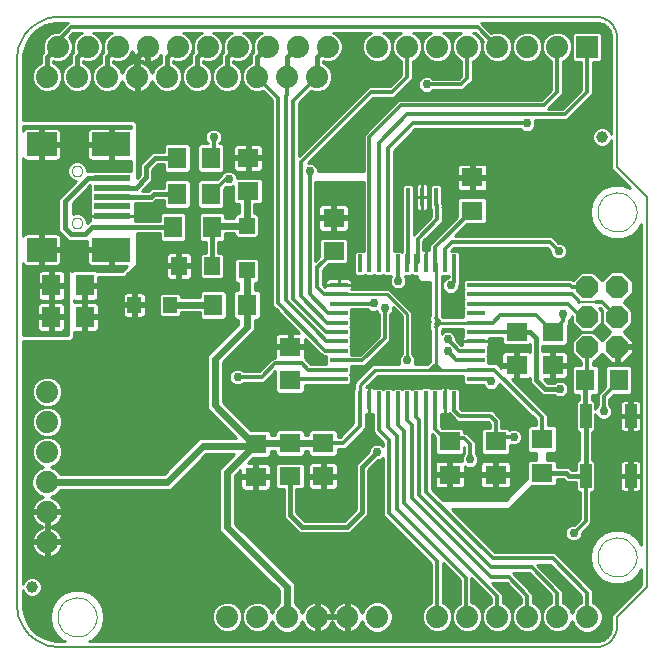
<source format=gtl>
G75*
%MOIN*%
%OFA0B0*%
%FSLAX24Y24*%
%IPPOS*%
%LPD*%
%AMOC8*
5,1,8,0,0,1.08239X$1,22.5*
%
%ADD10C,0.0080*%
%ADD11R,0.0709X0.0630*%
%ADD12R,0.0630X0.0710*%
%ADD13R,0.0472X0.0551*%
%ADD14R,0.0710X0.0630*%
%ADD15C,0.0394*%
%ADD16R,0.0630X0.0709*%
%ADD17R,0.0551X0.0551*%
%ADD18R,0.0551X0.0630*%
%ADD19R,0.0591X0.0138*%
%ADD20R,0.0138X0.0591*%
%ADD21R,0.1220X0.0197*%
%ADD22R,0.0984X0.0787*%
%ADD23R,0.1299X0.0787*%
%ADD24C,0.0000*%
%ADD25C,0.0740*%
%ADD26R,0.0740X0.0740*%
%ADD27OC8,0.0740*%
%ADD28R,0.0394X0.0787*%
%ADD29R,0.0130X0.0630*%
%ADD30C,0.0298*%
%ADD31C,0.0120*%
%ADD32C,0.0160*%
%ADD33C,0.0240*%
%ADD34C,0.0100*%
D10*
X000450Y001639D02*
X000450Y019811D01*
X000452Y019885D01*
X000458Y019959D01*
X000467Y020032D01*
X000481Y020105D01*
X000498Y020177D01*
X000519Y020248D01*
X000544Y020318D01*
X000572Y020386D01*
X000604Y020453D01*
X000639Y020518D01*
X000678Y020581D01*
X000720Y020642D01*
X000765Y020701D01*
X000813Y020757D01*
X000864Y020811D01*
X000918Y020862D01*
X000974Y020910D01*
X001033Y020955D01*
X001094Y020997D01*
X001157Y021036D01*
X001222Y021071D01*
X001289Y021103D01*
X001357Y021131D01*
X001427Y021156D01*
X001498Y021177D01*
X001570Y021194D01*
X001643Y021208D01*
X001716Y021217D01*
X001790Y021223D01*
X001864Y021225D01*
X019743Y021225D01*
X019793Y021223D01*
X019844Y021218D01*
X019893Y021209D01*
X019942Y021196D01*
X019990Y021180D01*
X020037Y021161D01*
X020082Y021139D01*
X020125Y021113D01*
X020167Y021084D01*
X020206Y021052D01*
X020243Y021018D01*
X020277Y020981D01*
X020309Y020942D01*
X020338Y020900D01*
X020364Y020857D01*
X020386Y020812D01*
X020405Y020765D01*
X020421Y020717D01*
X020434Y020668D01*
X020443Y020619D01*
X020448Y020568D01*
X020450Y020518D01*
X020450Y016225D01*
X021450Y015225D01*
X021450Y002225D01*
X020450Y001225D01*
X020450Y000932D01*
X020448Y000882D01*
X020443Y000831D01*
X020434Y000782D01*
X020421Y000733D01*
X020405Y000685D01*
X020386Y000638D01*
X020364Y000593D01*
X020338Y000550D01*
X020309Y000508D01*
X020277Y000469D01*
X020243Y000432D01*
X020206Y000398D01*
X020167Y000366D01*
X020125Y000337D01*
X020082Y000311D01*
X020037Y000289D01*
X019990Y000270D01*
X019942Y000254D01*
X019893Y000241D01*
X019844Y000232D01*
X019793Y000227D01*
X019743Y000225D01*
X001864Y000225D01*
X001790Y000227D01*
X001716Y000233D01*
X001643Y000242D01*
X001570Y000256D01*
X001498Y000273D01*
X001427Y000294D01*
X001357Y000319D01*
X001289Y000347D01*
X001222Y000379D01*
X001157Y000414D01*
X001094Y000453D01*
X001033Y000495D01*
X000974Y000540D01*
X000918Y000588D01*
X000864Y000639D01*
X000813Y000693D01*
X000765Y000749D01*
X000720Y000808D01*
X000678Y000869D01*
X000639Y000932D01*
X000604Y000997D01*
X000572Y001064D01*
X000544Y001132D01*
X000519Y001202D01*
X000498Y001273D01*
X000481Y001345D01*
X000467Y001418D01*
X000458Y001491D01*
X000452Y001565D01*
X000450Y001639D01*
X019197Y011725D02*
X019763Y011725D01*
D11*
X018300Y010726D03*
X018300Y009624D03*
X017100Y009624D03*
X017100Y010726D03*
X016400Y007076D03*
X016400Y005974D03*
X014875Y005974D03*
X014875Y007076D03*
X010650Y007026D03*
X009550Y007026D03*
X009550Y005924D03*
X010650Y005924D03*
X008400Y005899D03*
X008400Y007001D03*
X011000Y013424D03*
X011000Y014526D03*
X008150Y015424D03*
X008150Y016526D03*
X015625Y015876D03*
X015625Y014774D03*
D12*
X008110Y011625D03*
X006990Y011625D03*
X006910Y015325D03*
X005790Y015325D03*
X005790Y016525D03*
X006910Y016525D03*
X002710Y011225D03*
X001590Y011225D03*
D13*
X004359Y011625D03*
X005541Y011625D03*
D14*
X009550Y010235D03*
X009550Y009115D03*
X017950Y007147D03*
X017950Y006028D03*
D15*
X019950Y017225D03*
X000950Y002225D03*
D16*
X001599Y012275D03*
X002701Y012275D03*
X005649Y014225D03*
X006951Y014225D03*
X019399Y009125D03*
X020501Y009125D03*
D17*
X008100Y012777D03*
X008100Y014273D03*
D18*
X006951Y012925D03*
X005849Y012925D03*
D19*
X011167Y012300D03*
X011167Y011985D03*
X011167Y011670D03*
X011167Y011355D03*
X011167Y011040D03*
X011167Y010725D03*
X011167Y010410D03*
X011167Y010095D03*
X011167Y009780D03*
X011167Y009465D03*
X011167Y009150D03*
X015733Y009150D03*
X015733Y009465D03*
X015733Y009780D03*
X015733Y010095D03*
X015733Y010410D03*
X015733Y010725D03*
X015733Y011040D03*
X015733Y011355D03*
X015733Y011670D03*
X015733Y011985D03*
X015733Y012300D03*
D20*
X015025Y013008D03*
X014710Y013008D03*
X014395Y013008D03*
X014080Y013008D03*
X013765Y013008D03*
X013450Y013008D03*
X013135Y013008D03*
X012820Y013008D03*
X012505Y013008D03*
X012190Y013008D03*
X011875Y013008D03*
X011875Y008442D03*
X012190Y008442D03*
X012505Y008442D03*
X012820Y008442D03*
X013135Y008442D03*
X013450Y008442D03*
X013765Y008442D03*
X014080Y008442D03*
X014395Y008442D03*
X014710Y008442D03*
X015025Y008442D03*
D21*
X003631Y014595D03*
X003631Y014910D03*
X003631Y015225D03*
X003631Y015540D03*
X003631Y015855D03*
D22*
X001269Y016977D03*
X001269Y013473D03*
D23*
X003592Y013473D03*
X003592Y016977D03*
D24*
X002273Y016091D02*
X002275Y016117D01*
X002281Y016143D01*
X002291Y016168D01*
X002304Y016191D01*
X002320Y016211D01*
X002340Y016229D01*
X002362Y016244D01*
X002385Y016256D01*
X002411Y016264D01*
X002437Y016268D01*
X002463Y016268D01*
X002489Y016264D01*
X002515Y016256D01*
X002539Y016244D01*
X002560Y016229D01*
X002580Y016211D01*
X002596Y016191D01*
X002609Y016168D01*
X002619Y016143D01*
X002625Y016117D01*
X002627Y016091D01*
X002625Y016065D01*
X002619Y016039D01*
X002609Y016014D01*
X002596Y015991D01*
X002580Y015971D01*
X002560Y015953D01*
X002538Y015938D01*
X002515Y015926D01*
X002489Y015918D01*
X002463Y015914D01*
X002437Y015914D01*
X002411Y015918D01*
X002385Y015926D01*
X002361Y015938D01*
X002340Y015953D01*
X002320Y015971D01*
X002304Y015991D01*
X002291Y016014D01*
X002281Y016039D01*
X002275Y016065D01*
X002273Y016091D01*
X002273Y014359D02*
X002275Y014385D01*
X002281Y014411D01*
X002291Y014436D01*
X002304Y014459D01*
X002320Y014479D01*
X002340Y014497D01*
X002362Y014512D01*
X002385Y014524D01*
X002411Y014532D01*
X002437Y014536D01*
X002463Y014536D01*
X002489Y014532D01*
X002515Y014524D01*
X002539Y014512D01*
X002560Y014497D01*
X002580Y014479D01*
X002596Y014459D01*
X002609Y014436D01*
X002619Y014411D01*
X002625Y014385D01*
X002627Y014359D01*
X002625Y014333D01*
X002619Y014307D01*
X002609Y014282D01*
X002596Y014259D01*
X002580Y014239D01*
X002560Y014221D01*
X002538Y014206D01*
X002515Y014194D01*
X002489Y014186D01*
X002463Y014182D01*
X002437Y014182D01*
X002411Y014186D01*
X002385Y014194D01*
X002361Y014206D01*
X002340Y014221D01*
X002320Y014239D01*
X002304Y014259D01*
X002291Y014282D01*
X002281Y014307D01*
X002275Y014333D01*
X002273Y014359D01*
X001800Y001225D02*
X001802Y001275D01*
X001808Y001325D01*
X001818Y001375D01*
X001831Y001423D01*
X001848Y001471D01*
X001869Y001517D01*
X001893Y001561D01*
X001921Y001603D01*
X001952Y001643D01*
X001986Y001680D01*
X002023Y001715D01*
X002062Y001746D01*
X002103Y001775D01*
X002147Y001800D01*
X002193Y001822D01*
X002240Y001840D01*
X002288Y001854D01*
X002337Y001865D01*
X002387Y001872D01*
X002437Y001875D01*
X002488Y001874D01*
X002538Y001869D01*
X002588Y001860D01*
X002636Y001848D01*
X002684Y001831D01*
X002730Y001811D01*
X002775Y001788D01*
X002818Y001761D01*
X002858Y001731D01*
X002896Y001698D01*
X002931Y001662D01*
X002964Y001623D01*
X002993Y001582D01*
X003019Y001539D01*
X003042Y001494D01*
X003061Y001447D01*
X003076Y001399D01*
X003088Y001350D01*
X003096Y001300D01*
X003100Y001250D01*
X003100Y001200D01*
X003096Y001150D01*
X003088Y001100D01*
X003076Y001051D01*
X003061Y001003D01*
X003042Y000956D01*
X003019Y000911D01*
X002993Y000868D01*
X002964Y000827D01*
X002931Y000788D01*
X002896Y000752D01*
X002858Y000719D01*
X002818Y000689D01*
X002775Y000662D01*
X002730Y000639D01*
X002684Y000619D01*
X002636Y000602D01*
X002588Y000590D01*
X002538Y000581D01*
X002488Y000576D01*
X002437Y000575D01*
X002387Y000578D01*
X002337Y000585D01*
X002288Y000596D01*
X002240Y000610D01*
X002193Y000628D01*
X002147Y000650D01*
X002103Y000675D01*
X002062Y000704D01*
X002023Y000735D01*
X001986Y000770D01*
X001952Y000807D01*
X001921Y000847D01*
X001893Y000889D01*
X001869Y000933D01*
X001848Y000979D01*
X001831Y001027D01*
X001818Y001075D01*
X001808Y001125D01*
X001802Y001175D01*
X001800Y001225D01*
X019800Y003225D02*
X019802Y003275D01*
X019808Y003325D01*
X019818Y003375D01*
X019831Y003423D01*
X019848Y003471D01*
X019869Y003517D01*
X019893Y003561D01*
X019921Y003603D01*
X019952Y003643D01*
X019986Y003680D01*
X020023Y003715D01*
X020062Y003746D01*
X020103Y003775D01*
X020147Y003800D01*
X020193Y003822D01*
X020240Y003840D01*
X020288Y003854D01*
X020337Y003865D01*
X020387Y003872D01*
X020437Y003875D01*
X020488Y003874D01*
X020538Y003869D01*
X020588Y003860D01*
X020636Y003848D01*
X020684Y003831D01*
X020730Y003811D01*
X020775Y003788D01*
X020818Y003761D01*
X020858Y003731D01*
X020896Y003698D01*
X020931Y003662D01*
X020964Y003623D01*
X020993Y003582D01*
X021019Y003539D01*
X021042Y003494D01*
X021061Y003447D01*
X021076Y003399D01*
X021088Y003350D01*
X021096Y003300D01*
X021100Y003250D01*
X021100Y003200D01*
X021096Y003150D01*
X021088Y003100D01*
X021076Y003051D01*
X021061Y003003D01*
X021042Y002956D01*
X021019Y002911D01*
X020993Y002868D01*
X020964Y002827D01*
X020931Y002788D01*
X020896Y002752D01*
X020858Y002719D01*
X020818Y002689D01*
X020775Y002662D01*
X020730Y002639D01*
X020684Y002619D01*
X020636Y002602D01*
X020588Y002590D01*
X020538Y002581D01*
X020488Y002576D01*
X020437Y002575D01*
X020387Y002578D01*
X020337Y002585D01*
X020288Y002596D01*
X020240Y002610D01*
X020193Y002628D01*
X020147Y002650D01*
X020103Y002675D01*
X020062Y002704D01*
X020023Y002735D01*
X019986Y002770D01*
X019952Y002807D01*
X019921Y002847D01*
X019893Y002889D01*
X019869Y002933D01*
X019848Y002979D01*
X019831Y003027D01*
X019818Y003075D01*
X019808Y003125D01*
X019802Y003175D01*
X019800Y003225D01*
X019800Y014725D02*
X019802Y014775D01*
X019808Y014825D01*
X019818Y014875D01*
X019831Y014923D01*
X019848Y014971D01*
X019869Y015017D01*
X019893Y015061D01*
X019921Y015103D01*
X019952Y015143D01*
X019986Y015180D01*
X020023Y015215D01*
X020062Y015246D01*
X020103Y015275D01*
X020147Y015300D01*
X020193Y015322D01*
X020240Y015340D01*
X020288Y015354D01*
X020337Y015365D01*
X020387Y015372D01*
X020437Y015375D01*
X020488Y015374D01*
X020538Y015369D01*
X020588Y015360D01*
X020636Y015348D01*
X020684Y015331D01*
X020730Y015311D01*
X020775Y015288D01*
X020818Y015261D01*
X020858Y015231D01*
X020896Y015198D01*
X020931Y015162D01*
X020964Y015123D01*
X020993Y015082D01*
X021019Y015039D01*
X021042Y014994D01*
X021061Y014947D01*
X021076Y014899D01*
X021088Y014850D01*
X021096Y014800D01*
X021100Y014750D01*
X021100Y014700D01*
X021096Y014650D01*
X021088Y014600D01*
X021076Y014551D01*
X021061Y014503D01*
X021042Y014456D01*
X021019Y014411D01*
X020993Y014368D01*
X020964Y014327D01*
X020931Y014288D01*
X020896Y014252D01*
X020858Y014219D01*
X020818Y014189D01*
X020775Y014162D01*
X020730Y014139D01*
X020684Y014119D01*
X020636Y014102D01*
X020588Y014090D01*
X020538Y014081D01*
X020488Y014076D01*
X020437Y014075D01*
X020387Y014078D01*
X020337Y014085D01*
X020288Y014096D01*
X020240Y014110D01*
X020193Y014128D01*
X020147Y014150D01*
X020103Y014175D01*
X020062Y014204D01*
X020023Y014235D01*
X019986Y014270D01*
X019952Y014307D01*
X019921Y014347D01*
X019893Y014389D01*
X019869Y014433D01*
X019848Y014479D01*
X019831Y014527D01*
X019818Y014575D01*
X019808Y014625D01*
X019802Y014675D01*
X019800Y014725D01*
D25*
X018450Y020225D03*
X017450Y020225D03*
X016450Y020225D03*
X015450Y020225D03*
X014450Y020225D03*
X013450Y020225D03*
X012450Y020225D03*
X010800Y020225D03*
X009800Y020225D03*
X008800Y020225D03*
X007800Y020225D03*
X006800Y020225D03*
X005800Y020225D03*
X004800Y020225D03*
X003800Y020225D03*
X002800Y020225D03*
X001800Y020225D03*
X001450Y019225D03*
X002450Y019225D03*
X003450Y019225D03*
X004450Y019225D03*
X005450Y019225D03*
X006450Y019225D03*
X007450Y019225D03*
X008450Y019225D03*
X009450Y019225D03*
X010450Y019225D03*
X001450Y008725D03*
X001450Y007725D03*
X001450Y006725D03*
X001450Y005725D03*
X001450Y004725D03*
X001450Y003725D03*
X007450Y001225D03*
X008450Y001225D03*
X009450Y001225D03*
X010450Y001225D03*
X011450Y001225D03*
X012450Y001225D03*
X014450Y001225D03*
X015450Y001225D03*
X016450Y001225D03*
X017450Y001225D03*
X018450Y001225D03*
X019450Y001225D03*
D26*
X019450Y020225D03*
D27*
X019450Y012225D03*
X019450Y011225D03*
X019450Y010225D03*
X020450Y010225D03*
X020450Y011225D03*
X020450Y012225D03*
D28*
X020900Y007925D03*
X019400Y007925D03*
X019400Y005925D03*
X020900Y005925D03*
D29*
X014422Y015225D03*
X013950Y015225D03*
X013478Y015225D03*
D30*
X013200Y015725D03*
X013200Y016225D03*
X013950Y016725D03*
X014950Y016725D03*
X016950Y016725D03*
X016950Y015725D03*
X017950Y015725D03*
X018950Y015725D03*
X018950Y016725D03*
X017950Y016725D03*
X017450Y017675D03*
X018950Y018725D03*
X018900Y019675D03*
X017950Y019725D03*
X016950Y019725D03*
X015950Y019725D03*
X014950Y019725D03*
X014100Y018975D03*
X013950Y019725D03*
X012950Y019725D03*
X011450Y019225D03*
X010950Y018225D03*
X010000Y018225D03*
X011550Y016825D03*
X010950Y016225D03*
X010200Y016075D03*
X008700Y014775D03*
X007500Y015825D03*
X007550Y017025D03*
X007000Y017225D03*
X005950Y017725D03*
X005950Y018725D03*
X004950Y018725D03*
X004950Y017725D03*
X002950Y018225D03*
X001950Y018225D03*
X002687Y015212D03*
X002687Y014862D03*
X004687Y014862D03*
X004687Y014562D03*
X005087Y013362D03*
X005087Y012562D03*
X006150Y012275D03*
X006150Y013575D03*
X008700Y012975D03*
X008700Y012275D03*
X008950Y011225D03*
X008300Y009675D03*
X007800Y009225D03*
X008950Y008075D03*
X009950Y008075D03*
X011200Y008075D03*
X012500Y009125D03*
X013450Y009775D03*
X013950Y009775D03*
X013950Y009125D03*
X014450Y009125D03*
X014800Y010075D03*
X014800Y010475D03*
X014900Y011775D03*
X014900Y012275D03*
X015950Y013225D03*
X016950Y013225D03*
X016950Y014225D03*
X018500Y013425D03*
X019450Y013725D03*
X018950Y014225D03*
X019950Y015725D03*
X019950Y016725D03*
X019950Y017725D03*
X014900Y014725D03*
X013850Y014375D03*
X013150Y012425D03*
X012350Y011675D03*
X012700Y011525D03*
X011800Y010775D03*
X010450Y009775D03*
X012450Y006725D03*
X011450Y006225D03*
X011450Y005225D03*
X012450Y005225D03*
X012450Y003725D03*
X012950Y003725D03*
X012950Y001725D03*
X011950Y001725D03*
X010950Y001725D03*
X008950Y003725D03*
X007950Y005225D03*
X006950Y006425D03*
X005950Y005225D03*
X005950Y004225D03*
X004450Y004225D03*
X004450Y005225D03*
X004450Y006225D03*
X004450Y007225D03*
X004450Y008225D03*
X004450Y009225D03*
X004450Y010225D03*
X004450Y010725D03*
X003350Y010775D03*
X002950Y010225D03*
X002950Y009225D03*
X002950Y008225D03*
X002950Y007225D03*
X002950Y006225D03*
X002950Y005225D03*
X002950Y004225D03*
X001950Y002225D03*
X004450Y002225D03*
X004450Y001225D03*
X005950Y001225D03*
X005950Y002225D03*
X009950Y005225D03*
X006450Y008225D03*
X005950Y009225D03*
X003350Y011775D03*
X003350Y012325D03*
X001450Y010225D03*
X001950Y007225D03*
X006950Y018725D03*
X007950Y018725D03*
X016450Y010125D03*
X016250Y009075D03*
X016450Y008425D03*
X017000Y007225D03*
X015550Y006475D03*
X017450Y004725D03*
X017450Y003725D03*
X016450Y003725D03*
X015950Y001725D03*
X014950Y001725D03*
X013950Y001725D03*
X016950Y001725D03*
X017950Y001725D03*
X018950Y001725D03*
X019950Y002225D03*
X019000Y004025D03*
X018450Y004725D03*
X019950Y005225D03*
X020950Y004725D03*
X018850Y006725D03*
X018850Y008225D03*
X018450Y008225D03*
X018550Y008825D03*
X020000Y008075D03*
X020850Y010725D03*
X018650Y011338D03*
D31*
X018650Y011076D01*
X018300Y010726D01*
X017751Y011275D01*
X016550Y011275D01*
X016315Y011040D01*
X015733Y011040D01*
X015735Y010726D02*
X015733Y010725D01*
X015735Y010726D02*
X017100Y010726D01*
X016360Y009465D02*
X015733Y009465D01*
X015733Y009150D02*
X016175Y009150D01*
X016250Y009075D01*
X016360Y009465D02*
X017950Y007875D01*
X017950Y007147D01*
X017000Y007225D02*
X016400Y007225D01*
X016400Y007076D01*
X016400Y007750D01*
X016225Y007925D01*
X015200Y007925D01*
X015025Y008100D01*
X015025Y008442D01*
X014395Y008442D02*
X014395Y007480D01*
X014850Y007025D01*
X014874Y007125D01*
X014875Y007076D01*
X014876Y007175D01*
X015350Y007175D01*
X015550Y006975D01*
X015550Y006475D01*
X014080Y005395D02*
X016300Y003175D01*
X018300Y003175D01*
X019450Y002025D01*
X019450Y001225D01*
X018450Y001225D02*
X018450Y002025D01*
X017600Y002875D01*
X016250Y002875D01*
X013850Y005275D01*
X013850Y007800D01*
X013765Y007885D01*
X013765Y008442D01*
X013750Y008427D01*
X013450Y008442D02*
X013450Y007787D01*
X013600Y007637D01*
X013600Y005175D01*
X016250Y002550D01*
X016850Y002550D01*
X017450Y001925D01*
X017450Y001225D01*
X016450Y001225D02*
X016450Y001925D01*
X013350Y005025D01*
X013350Y007425D01*
X013135Y007640D01*
X013135Y008442D01*
X012820Y008442D02*
X012820Y007542D01*
X013100Y007263D01*
X013100Y004825D01*
X015400Y002525D01*
X015400Y001275D01*
X015450Y001225D01*
X014450Y001225D02*
X014450Y003075D01*
X012850Y004675D01*
X012850Y007113D01*
X012505Y007457D01*
X012505Y008442D01*
X011875Y008442D02*
X011875Y007600D01*
X011300Y007025D01*
X010651Y007025D01*
X010650Y007026D01*
X011167Y009150D02*
X009585Y009150D01*
X009550Y009115D01*
X009950Y009675D02*
X009050Y009675D01*
X008600Y009225D01*
X007800Y009225D01*
X009950Y009675D02*
X010160Y009465D01*
X011167Y009465D01*
X011167Y009780D02*
X011955Y009780D01*
X012700Y010525D01*
X012700Y011525D01*
X012350Y011675D02*
X012105Y011670D01*
X011167Y011670D01*
X011167Y011985D02*
X010690Y011985D01*
X010450Y012225D01*
X010450Y012875D01*
X010649Y013074D01*
X011000Y013424D01*
X012190Y013008D02*
X012190Y017215D01*
X013250Y018275D01*
X018000Y018275D01*
X018450Y018725D01*
X018450Y020225D01*
X019450Y020225D02*
X019450Y018725D01*
X018700Y017975D01*
X013450Y017975D01*
X012505Y017030D01*
X012505Y013008D01*
X012820Y013008D02*
X012820Y016845D01*
X013650Y017675D01*
X017450Y017675D01*
X015450Y019175D02*
X015450Y020225D01*
X015800Y020875D02*
X016450Y020225D01*
X015800Y020875D02*
X002250Y020875D01*
X001800Y020425D01*
X001800Y020225D01*
X005850Y016625D02*
X005850Y016525D01*
X005790Y016525D01*
X005850Y016625D02*
X005950Y016725D01*
X006910Y016525D02*
X007000Y016565D01*
X007000Y017225D01*
X007410Y015825D02*
X006910Y015325D01*
X006950Y015465D01*
X007410Y015825D02*
X007500Y015825D01*
X009900Y016375D02*
X012250Y018725D01*
X012950Y018725D01*
X013450Y019225D01*
X013450Y020225D01*
X014100Y018975D02*
X015250Y018975D01*
X015450Y019175D01*
X014422Y015225D02*
X014450Y014725D01*
X014450Y014475D01*
X013800Y013825D01*
X013800Y013044D01*
X013765Y013008D01*
X013478Y013036D02*
X013450Y013008D01*
X013478Y013036D02*
X013478Y015225D01*
X014395Y013544D02*
X015625Y014774D01*
X014950Y013725D02*
X018200Y013725D01*
X018500Y013425D01*
X018875Y012300D02*
X018950Y012225D01*
X019448Y012225D01*
X019450Y012223D01*
X019150Y011775D02*
X018950Y011975D01*
X015743Y011975D01*
X015733Y011985D01*
X015733Y012300D02*
X018875Y012300D01*
X019150Y011775D02*
X019197Y011725D01*
X018818Y011670D02*
X019263Y011225D01*
X019448Y011225D01*
X019450Y011223D01*
X019763Y011725D02*
X019948Y011725D01*
X020450Y011223D01*
X019450Y010225D02*
X019450Y009176D01*
X019399Y009125D01*
X020000Y008575D02*
X020000Y008075D01*
X020000Y008575D02*
X020501Y009076D01*
X020501Y009125D01*
X019400Y007925D02*
X019399Y007926D01*
X019400Y005925D02*
X019350Y005925D01*
X019400Y005725D02*
X019400Y004425D01*
X019000Y004025D01*
X014080Y005395D02*
X014080Y008442D01*
X014250Y009475D02*
X014400Y009625D01*
X014550Y009475D01*
X014400Y009515D02*
X014400Y009625D01*
X014800Y010075D02*
X015095Y009780D01*
X015733Y009780D01*
X015733Y010095D02*
X015180Y010095D01*
X014800Y010475D01*
X014400Y010875D02*
X014550Y011025D01*
X014400Y011175D01*
X014465Y011040D02*
X014400Y010975D01*
X014900Y012275D02*
X015025Y012400D01*
X015025Y013008D01*
X014710Y013008D02*
X014710Y013485D01*
X014950Y013725D01*
X014395Y013544D02*
X014395Y013008D01*
X014400Y013003D01*
X013135Y013008D02*
X013135Y012440D01*
X013150Y012425D01*
X011167Y011355D02*
X010820Y011355D01*
X010200Y011975D01*
X010200Y016075D01*
X009900Y016375D02*
X009900Y011925D01*
X010785Y011040D01*
X011167Y011040D01*
X010885Y011040D01*
X010750Y010725D02*
X009650Y011825D01*
X009650Y018425D01*
X010450Y019225D01*
X009450Y019225D02*
X009450Y018625D01*
X009400Y018575D01*
X009400Y011775D01*
X010400Y010775D01*
X010400Y010775D01*
X010763Y010413D01*
X011164Y010413D01*
X011167Y010410D01*
X011162Y010100D02*
X010725Y010100D01*
X009150Y011675D01*
X009150Y018525D01*
X008450Y019225D01*
X015733Y011670D02*
X018818Y011670D01*
X011167Y010725D02*
X010750Y010725D01*
X011162Y010100D02*
X011167Y010095D01*
D32*
X008110Y011625D02*
X008100Y011635D01*
X006951Y012925D02*
X006951Y014225D01*
X005649Y014225D02*
X002950Y014225D01*
X002700Y013975D01*
X002250Y013975D01*
X002050Y014175D01*
X002050Y015075D01*
X002830Y015855D01*
X003631Y015855D01*
X003631Y015540D02*
X004415Y015540D01*
X004750Y015875D01*
X004750Y016225D01*
X005050Y016525D01*
X005790Y016525D01*
X005790Y015325D02*
X005000Y015325D01*
X004900Y015225D01*
X003631Y015225D01*
X003450Y019225D02*
X003450Y019875D01*
X003800Y020225D01*
X002800Y020225D02*
X002450Y019875D01*
X002450Y019225D01*
X001450Y019225D02*
X001450Y019875D01*
X001800Y020225D01*
X005450Y019875D02*
X005450Y019225D01*
X005450Y019875D02*
X005800Y020225D01*
X006450Y019875D02*
X006450Y019225D01*
X006450Y019875D02*
X006800Y020225D01*
X007450Y019875D02*
X007450Y019225D01*
X007450Y019875D02*
X007800Y020225D01*
X008450Y019875D02*
X008450Y019225D01*
X008450Y019875D02*
X008800Y020225D01*
X009450Y019875D02*
X009800Y020225D01*
X009450Y019875D02*
X009450Y019225D01*
X010450Y019225D02*
X010450Y019875D01*
X010800Y020225D01*
X017100Y010726D02*
X017101Y010725D01*
X017550Y010725D01*
X017750Y010525D01*
X017750Y009125D01*
X018050Y008825D01*
X018550Y008825D01*
X019399Y009125D02*
X019399Y007926D01*
X019400Y007925D02*
X019400Y005925D01*
X019350Y005925D02*
X019350Y005825D01*
X019350Y005775D01*
X019400Y005725D01*
X019450Y005725D02*
X019350Y005825D01*
X019350Y005925D02*
X018850Y005925D01*
X018747Y006028D01*
X017950Y006028D01*
X012450Y006725D02*
X012450Y006725D01*
X012450Y006725D01*
X011950Y006225D01*
X011950Y004725D01*
X011450Y004225D01*
X009950Y004225D01*
X009550Y004625D01*
X009550Y005924D01*
D33*
X009550Y007026D02*
X008425Y007026D01*
X008400Y007001D01*
X008324Y006925D01*
X006650Y006925D01*
X005450Y005725D01*
X001450Y005725D01*
X007050Y008275D02*
X007050Y009825D01*
X008100Y010875D01*
X008100Y011635D01*
X008100Y012777D01*
X006990Y011625D02*
X005541Y011625D01*
X006951Y014225D02*
X006999Y014273D01*
X008100Y014273D01*
X008100Y015374D01*
X008150Y015424D01*
X004450Y019225D02*
X004450Y019875D01*
X004750Y020175D01*
X007050Y008275D02*
X008324Y007001D01*
X008400Y007001D01*
X007450Y006051D01*
X007450Y004225D01*
X009450Y002225D01*
X009450Y001225D01*
X009550Y007026D02*
X010650Y007026D01*
D34*
X000733Y001171D02*
X000893Y000894D01*
X001119Y000668D01*
X001396Y000508D01*
X001704Y000425D01*
X001864Y000415D01*
X002044Y000415D01*
X001993Y000434D01*
X001993Y000434D01*
X001750Y000638D01*
X001750Y000638D01*
X001591Y000912D01*
X001591Y000912D01*
X001536Y001225D01*
X001536Y001225D01*
X001591Y001538D01*
X001591Y001538D01*
X001750Y001812D01*
X001750Y001812D01*
X001750Y001812D01*
X001993Y002016D01*
X001993Y002016D01*
X002291Y002125D01*
X002609Y002125D01*
X002907Y002016D01*
X002907Y002016D01*
X003150Y001812D01*
X003150Y001812D01*
X003309Y001538D01*
X003309Y001538D01*
X003364Y001225D01*
X003364Y001225D01*
X003309Y000912D01*
X003309Y000912D01*
X003150Y000638D01*
X003150Y000638D01*
X003150Y000638D01*
X002907Y000434D01*
X002907Y000434D01*
X002856Y000415D01*
X019743Y000415D01*
X019824Y000421D01*
X019978Y000471D01*
X020109Y000566D01*
X020204Y000697D01*
X020254Y000851D01*
X020260Y000932D01*
X020260Y001304D01*
X021260Y002304D01*
X021260Y002828D01*
X021150Y002638D01*
X021150Y002638D01*
X021150Y002638D01*
X020907Y002434D01*
X020907Y002434D01*
X020609Y002325D01*
X020291Y002325D01*
X019993Y002434D01*
X019993Y002434D01*
X019750Y002638D01*
X019750Y002638D01*
X019591Y002912D01*
X019591Y002912D01*
X019536Y003225D01*
X019591Y003538D01*
X019591Y003538D01*
X019750Y003812D01*
X019993Y004016D01*
X019993Y004016D01*
X020291Y004125D01*
X020609Y004125D01*
X020907Y004016D01*
X020907Y004016D01*
X021150Y003812D01*
X021150Y003812D01*
X021260Y003622D01*
X021260Y014328D01*
X021150Y014138D01*
X021150Y014138D01*
X021150Y014138D01*
X020907Y013934D01*
X020907Y013934D01*
X020609Y013825D01*
X020291Y013825D01*
X019993Y013934D01*
X019993Y013934D01*
X019750Y014138D01*
X019750Y014138D01*
X019591Y014412D01*
X019591Y014412D01*
X019536Y014725D01*
X019536Y014725D01*
X019591Y015038D01*
X019591Y015038D01*
X019750Y015312D01*
X019750Y015312D01*
X019750Y015312D01*
X019993Y015516D01*
X019993Y015516D01*
X020291Y015625D01*
X020609Y015625D01*
X020880Y015526D01*
X020260Y016146D01*
X020260Y017119D01*
X020227Y017040D01*
X020135Y016948D01*
X020015Y016898D01*
X019885Y016898D01*
X019765Y016948D01*
X019673Y017040D01*
X019623Y017160D01*
X019623Y017290D01*
X019673Y017410D01*
X019765Y017502D01*
X019885Y017552D01*
X020015Y017552D01*
X020135Y017502D01*
X020227Y017410D01*
X020260Y017331D01*
X020260Y020518D01*
X020254Y020599D01*
X020204Y020753D01*
X020109Y020884D01*
X019978Y020979D01*
X019824Y021029D01*
X019743Y021035D01*
X015909Y021035D01*
X016257Y020686D01*
X016351Y020725D01*
X016549Y020725D01*
X016733Y020649D01*
X016874Y020508D01*
X016950Y020324D01*
X016950Y020126D01*
X017026Y019942D01*
X017167Y019801D01*
X017351Y019725D01*
X017549Y019725D01*
X017733Y019801D01*
X017874Y019942D01*
X017950Y020126D01*
X017950Y020324D01*
X017874Y020508D01*
X017733Y020649D01*
X017549Y020725D01*
X017351Y020725D01*
X017167Y020649D01*
X017026Y020508D01*
X016950Y020324D01*
X016950Y020126D01*
X016874Y019942D01*
X016733Y019801D01*
X016549Y019725D01*
X016351Y019725D01*
X016167Y019801D01*
X016026Y019942D01*
X015950Y020126D01*
X015950Y020324D01*
X015989Y020418D01*
X015721Y020685D01*
X015646Y020685D01*
X015733Y020649D01*
X015874Y020508D01*
X015950Y020324D01*
X015950Y020126D01*
X015874Y019942D01*
X015733Y019801D01*
X015640Y019763D01*
X015640Y019096D01*
X015529Y018985D01*
X015329Y018785D01*
X014304Y018785D01*
X014258Y018739D01*
X014155Y018696D01*
X014045Y018696D01*
X013942Y018739D01*
X013864Y018817D01*
X013821Y018920D01*
X013821Y019030D01*
X013864Y019133D01*
X013942Y019211D01*
X014045Y019254D01*
X014155Y019254D01*
X014258Y019211D01*
X014304Y019165D01*
X015171Y019165D01*
X015260Y019254D01*
X015260Y019763D01*
X015167Y019801D01*
X015026Y019942D01*
X014950Y020126D01*
X014950Y020324D01*
X015026Y020508D01*
X015167Y020649D01*
X015254Y020685D01*
X014646Y020685D01*
X014733Y020649D01*
X014874Y020508D01*
X014950Y020324D01*
X014950Y020126D01*
X014874Y019942D01*
X014733Y019801D01*
X014549Y019725D01*
X014351Y019725D01*
X014167Y019801D01*
X014026Y019942D01*
X013950Y020126D01*
X013950Y020324D01*
X014026Y020508D01*
X014167Y020649D01*
X014254Y020685D01*
X013646Y020685D01*
X013733Y020649D01*
X013874Y020508D01*
X013950Y020324D01*
X013950Y020126D01*
X013874Y019942D01*
X013733Y019801D01*
X013640Y019763D01*
X013640Y019146D01*
X013529Y019035D01*
X013140Y018646D01*
X013029Y018535D01*
X012329Y018535D01*
X010148Y016354D01*
X010255Y016354D01*
X010358Y016311D01*
X010436Y016233D01*
X010479Y016130D01*
X010479Y016075D01*
X012000Y016075D01*
X012000Y017294D01*
X013060Y018354D01*
X013171Y018465D01*
X017921Y018465D01*
X018260Y018804D01*
X018260Y019763D01*
X018167Y019801D01*
X018026Y019942D01*
X017950Y020126D01*
X017950Y020324D01*
X018026Y020508D01*
X018167Y020649D01*
X018351Y020725D01*
X018549Y020725D01*
X018733Y020649D01*
X018874Y020508D01*
X018950Y020324D01*
X018950Y020126D01*
X018874Y019942D01*
X018733Y019801D01*
X018640Y019763D01*
X018640Y018646D01*
X018529Y018535D01*
X018159Y018165D01*
X018621Y018165D01*
X019260Y018804D01*
X019260Y019725D01*
X019026Y019725D01*
X018950Y019801D01*
X018950Y020649D01*
X019026Y020725D01*
X019874Y020725D01*
X019950Y020649D01*
X019950Y019801D01*
X019874Y019725D01*
X019640Y019725D01*
X019640Y018646D01*
X019529Y018535D01*
X018779Y017785D01*
X017706Y017785D01*
X017729Y017730D01*
X017729Y017620D01*
X017686Y017517D01*
X017608Y017439D01*
X017505Y017396D01*
X017395Y017396D01*
X017292Y017439D01*
X017246Y017485D01*
X013729Y017485D01*
X013010Y016766D01*
X013010Y013432D01*
X013012Y013434D01*
X013258Y013434D01*
X013288Y013404D01*
X013288Y014851D01*
X013283Y014856D01*
X013283Y015594D01*
X013359Y015670D01*
X013596Y015670D01*
X013673Y015594D01*
X013673Y014856D01*
X013668Y014851D01*
X013668Y013961D01*
X013721Y014015D01*
X014260Y014554D01*
X014260Y014720D01*
X014254Y014830D01*
X014227Y014856D01*
X014227Y015594D01*
X014304Y015670D01*
X014541Y015670D01*
X014617Y015594D01*
X014617Y015140D01*
X014636Y014808D01*
X014640Y014804D01*
X014640Y014730D01*
X014644Y014657D01*
X014640Y014652D01*
X014640Y014396D01*
X013990Y013746D01*
X013990Y013453D01*
X013991Y013454D01*
X014080Y013454D01*
X014080Y013008D01*
X014080Y013008D01*
X014080Y013454D01*
X014169Y013454D01*
X014185Y013449D01*
X014185Y013631D01*
X015121Y014566D01*
X015121Y015151D01*
X015209Y015239D01*
X016041Y015239D01*
X016129Y015151D01*
X016129Y014397D01*
X016041Y014309D01*
X015457Y014309D01*
X015063Y013915D01*
X018279Y013915D01*
X018490Y013704D01*
X018555Y013704D01*
X018658Y013661D01*
X018736Y013583D01*
X018779Y013480D01*
X018779Y013370D01*
X018736Y013267D01*
X018658Y013189D01*
X018555Y013146D01*
X018445Y013146D01*
X018342Y013189D01*
X018264Y013267D01*
X018221Y013370D01*
X018221Y013435D01*
X018121Y013535D01*
X015029Y013535D01*
X014927Y013434D01*
X015148Y013434D01*
X015224Y013358D01*
X015224Y012659D01*
X015215Y012650D01*
X015215Y012321D01*
X015179Y012285D01*
X015179Y012220D01*
X015136Y012117D01*
X015058Y012039D01*
X014955Y011996D01*
X014845Y011996D01*
X014742Y012039D01*
X014664Y012117D01*
X014621Y012220D01*
X014621Y012330D01*
X014664Y012433D01*
X014742Y012511D01*
X014835Y012550D01*
X014835Y012585D01*
X014833Y012583D01*
X014600Y012583D01*
X014600Y011272D01*
X014632Y011240D01*
X015308Y011240D01*
X015308Y011478D01*
X015343Y011512D01*
X015308Y011547D01*
X015308Y011793D01*
X015343Y011827D01*
X015308Y011862D01*
X015308Y012108D01*
X015343Y012142D01*
X015308Y012177D01*
X015308Y012423D01*
X015384Y012499D01*
X016083Y012499D01*
X016091Y012490D01*
X018954Y012490D01*
X018981Y012463D01*
X019243Y012725D01*
X019657Y012725D01*
X019936Y012446D01*
X020235Y012745D01*
X020665Y012745D01*
X020970Y012440D01*
X020970Y012010D01*
X020671Y011711D01*
X020950Y011432D01*
X020950Y011018D01*
X020671Y010739D01*
X020970Y010440D01*
X020970Y010275D01*
X020500Y010275D01*
X020500Y010175D01*
X020970Y010175D01*
X020970Y010010D01*
X020665Y009705D01*
X020500Y009705D01*
X020500Y010175D01*
X020400Y010175D01*
X020400Y009705D01*
X020235Y009705D01*
X019936Y010004D01*
X019657Y009725D01*
X019640Y009725D01*
X019640Y009609D01*
X019768Y009609D01*
X019844Y009533D01*
X019844Y008717D01*
X019768Y008641D01*
X019609Y008641D01*
X019609Y008449D01*
X019651Y008449D01*
X019727Y008373D01*
X019727Y008144D01*
X019764Y008233D01*
X019810Y008279D01*
X019810Y008654D01*
X019921Y008765D01*
X020056Y008900D01*
X020056Y009533D01*
X020132Y009609D01*
X020870Y009609D01*
X020946Y009533D01*
X020946Y008717D01*
X020870Y008641D01*
X020334Y008641D01*
X020190Y008496D01*
X020190Y008279D01*
X020236Y008233D01*
X020279Y008130D01*
X020279Y008020D01*
X020236Y007917D01*
X020158Y007839D01*
X020055Y007796D01*
X019945Y007796D01*
X019842Y007839D01*
X019764Y007917D01*
X019727Y008006D01*
X019727Y007477D01*
X019651Y007401D01*
X019610Y007401D01*
X019610Y006449D01*
X019651Y006449D01*
X019727Y006373D01*
X019727Y005477D01*
X019651Y005401D01*
X019590Y005401D01*
X019590Y004346D01*
X019279Y004035D01*
X019279Y003970D01*
X019236Y003867D01*
X019158Y003789D01*
X019055Y003746D01*
X018945Y003746D01*
X018842Y003789D01*
X018764Y003867D01*
X018721Y003970D01*
X018721Y004080D01*
X018764Y004183D01*
X018842Y004261D01*
X018945Y004304D01*
X019010Y004304D01*
X019210Y004504D01*
X019210Y005401D01*
X019149Y005401D01*
X019073Y005477D01*
X019073Y005715D01*
X018763Y005715D01*
X018660Y005818D01*
X018435Y005818D01*
X018435Y005659D01*
X018359Y005583D01*
X017619Y005583D01*
X016950Y004913D01*
X016862Y004825D01*
X014947Y004825D01*
X016387Y003385D01*
X018387Y003385D01*
X019537Y002235D01*
X019660Y002112D01*
X019660Y001701D01*
X019745Y001666D01*
X019891Y001520D01*
X019970Y001328D01*
X019970Y001122D01*
X019891Y000930D01*
X019745Y000784D01*
X019553Y000705D01*
X019347Y000705D01*
X019155Y000784D01*
X019009Y000930D01*
X018939Y001099D01*
X018874Y000942D01*
X018733Y000801D01*
X018549Y000725D01*
X018351Y000725D01*
X018167Y000801D01*
X018026Y000942D01*
X017950Y001126D01*
X017950Y001324D01*
X018026Y001508D01*
X018167Y001649D01*
X018260Y001687D01*
X018260Y001946D01*
X017521Y002685D01*
X016984Y002685D01*
X016986Y002683D01*
X017040Y002629D01*
X017040Y002626D01*
X017586Y002058D01*
X017640Y002004D01*
X017640Y002001D01*
X017642Y002000D01*
X017640Y001923D01*
X017640Y001687D01*
X017733Y001649D01*
X017874Y001508D01*
X017950Y001324D01*
X017950Y001126D01*
X017874Y000942D01*
X017733Y000801D01*
X017549Y000725D01*
X017351Y000725D01*
X017167Y000801D01*
X017026Y000942D01*
X016950Y001126D01*
X016950Y001324D01*
X017026Y001508D01*
X017167Y001649D01*
X017260Y001687D01*
X017260Y001849D01*
X016769Y002360D01*
X016284Y002360D01*
X016640Y002004D01*
X016640Y001687D01*
X016733Y001649D01*
X016874Y001508D01*
X016950Y001324D01*
X016950Y001126D01*
X016874Y000942D01*
X016733Y000801D01*
X016549Y000725D01*
X016351Y000725D01*
X016167Y000801D01*
X016026Y000942D01*
X015950Y001126D01*
X015950Y001324D01*
X016026Y001508D01*
X016167Y001649D01*
X016260Y001687D01*
X016260Y001846D01*
X015590Y002516D01*
X015590Y001708D01*
X015733Y001649D01*
X015874Y001508D01*
X015950Y001324D01*
X015950Y001126D01*
X015874Y000942D01*
X015733Y000801D01*
X015549Y000725D01*
X015351Y000725D01*
X015167Y000801D01*
X015026Y000942D01*
X014950Y001126D01*
X014950Y001324D01*
X015026Y001508D01*
X015167Y001649D01*
X015210Y001667D01*
X015210Y002446D01*
X014640Y003016D01*
X014640Y001687D01*
X014733Y001649D01*
X014874Y001508D01*
X014950Y001324D01*
X014950Y001126D01*
X014874Y000942D01*
X014733Y000801D01*
X014549Y000725D01*
X014351Y000725D01*
X014167Y000801D01*
X014026Y000942D01*
X013950Y001126D01*
X013950Y001324D01*
X014026Y001508D01*
X014167Y001649D01*
X014260Y001687D01*
X014260Y002996D01*
X012660Y004596D01*
X012660Y006541D01*
X012608Y006489D01*
X012505Y006446D01*
X012468Y006446D01*
X012160Y006138D01*
X012160Y004638D01*
X012037Y004515D01*
X011537Y004015D01*
X009863Y004015D01*
X009740Y004138D01*
X009340Y004538D01*
X009340Y005479D01*
X009142Y005479D01*
X009066Y005555D01*
X009066Y006293D01*
X009142Y006369D01*
X009958Y006369D01*
X010034Y006293D01*
X010034Y005555D01*
X009958Y005479D01*
X009760Y005479D01*
X009760Y004712D01*
X010037Y004435D01*
X011363Y004435D01*
X011740Y004812D01*
X011740Y006312D01*
X012171Y006743D01*
X012171Y006780D01*
X012214Y006883D01*
X012292Y006961D01*
X012395Y007004D01*
X012505Y007004D01*
X012608Y006961D01*
X012660Y006909D01*
X012660Y007034D01*
X012315Y007379D01*
X012315Y008006D01*
X012279Y007996D01*
X012190Y007996D01*
X012190Y008442D01*
X012190Y008887D01*
X012102Y008887D01*
X012092Y008884D01*
X012473Y009265D01*
X014163Y009265D01*
X014337Y009265D01*
X014337Y009265D01*
X014463Y009265D01*
X014637Y009265D01*
X014637Y009265D01*
X015308Y009265D01*
X015308Y009027D01*
X015384Y008951D01*
X015999Y008951D01*
X016014Y008917D01*
X016092Y008839D01*
X016195Y008796D01*
X016305Y008796D01*
X016408Y008839D01*
X016486Y008917D01*
X016523Y009005D01*
X017740Y007788D01*
X017740Y007612D01*
X017533Y007612D01*
X017445Y007524D01*
X017445Y006770D01*
X017533Y006682D01*
X017750Y006682D01*
X017750Y006473D01*
X017541Y006473D01*
X017465Y006396D01*
X017465Y005852D01*
X016738Y005125D01*
X014647Y005125D01*
X014290Y005482D01*
X014290Y007316D01*
X014391Y007216D01*
X014391Y006707D01*
X014467Y006631D01*
X015283Y006631D01*
X015359Y006707D01*
X015359Y006897D01*
X015360Y006896D01*
X015360Y006679D01*
X015314Y006633D01*
X015271Y006530D01*
X015271Y006433D01*
X015249Y006439D01*
X014925Y006439D01*
X014925Y006024D01*
X014825Y006024D01*
X014825Y006439D01*
X014501Y006439D01*
X014463Y006429D01*
X014429Y006409D01*
X014401Y006381D01*
X014381Y006347D01*
X014371Y006309D01*
X014371Y006024D01*
X014825Y006024D01*
X014825Y005924D01*
X014371Y005924D01*
X014371Y005639D01*
X014381Y005601D01*
X014401Y005567D01*
X014429Y005539D01*
X014463Y005519D01*
X014501Y005509D01*
X014825Y005509D01*
X014825Y005924D01*
X014925Y005924D01*
X014925Y006024D01*
X015379Y006024D01*
X015379Y006251D01*
X015392Y006239D01*
X015495Y006196D01*
X015605Y006196D01*
X015708Y006239D01*
X015786Y006317D01*
X015829Y006420D01*
X015829Y006530D01*
X015786Y006633D01*
X015740Y006679D01*
X015740Y007054D01*
X015540Y007254D01*
X015429Y007365D01*
X015359Y007365D01*
X015359Y007445D01*
X015283Y007521D01*
X014623Y007521D01*
X014585Y007559D01*
X014585Y008006D01*
X014621Y007996D01*
X014710Y007996D01*
X014798Y007996D01*
X014837Y008006D01*
X014837Y008007D02*
X014850Y008007D01*
X014845Y008011D02*
X015010Y007846D01*
X015121Y007735D01*
X016146Y007735D01*
X016210Y007671D01*
X016210Y007521D01*
X015992Y007521D01*
X015916Y007445D01*
X015916Y006707D01*
X015992Y006631D01*
X016808Y006631D01*
X016884Y006707D01*
X016884Y006971D01*
X016945Y006946D01*
X017055Y006946D01*
X017158Y006989D01*
X017236Y007067D01*
X017279Y007170D01*
X017279Y007280D01*
X017236Y007383D01*
X017158Y007461D01*
X017055Y007504D01*
X016945Y007504D01*
X016860Y007469D01*
X016808Y007521D01*
X016590Y007521D01*
X016590Y007829D01*
X016415Y008004D01*
X016304Y008115D01*
X015279Y008115D01*
X015224Y008170D01*
X015224Y008791D01*
X015148Y008867D01*
X014902Y008867D01*
X014881Y008846D01*
X014871Y008857D01*
X014837Y008877D01*
X014798Y008887D01*
X014710Y008887D01*
X014710Y008442D01*
X014710Y008442D01*
X014710Y008887D01*
X014621Y008887D01*
X014583Y008877D01*
X014549Y008857D01*
X014538Y008846D01*
X014518Y008867D01*
X014272Y008867D01*
X014252Y008846D01*
X014211Y008887D01*
X013949Y008887D01*
X013908Y008846D01*
X013888Y008867D01*
X013642Y008867D01*
X013607Y008832D01*
X013573Y008867D01*
X013327Y008867D01*
X013293Y008832D01*
X013258Y008867D01*
X013012Y008867D01*
X012978Y008832D01*
X012943Y008867D01*
X012697Y008867D01*
X012663Y008832D01*
X012628Y008867D01*
X012382Y008867D01*
X012362Y008846D01*
X012351Y008857D01*
X012317Y008877D01*
X012279Y008887D01*
X012190Y008887D01*
X012190Y008442D01*
X012190Y008442D01*
X012190Y008442D01*
X012190Y007996D01*
X012102Y007996D01*
X012085Y008001D01*
X012085Y007513D01*
X011510Y006938D01*
X011387Y006815D01*
X011154Y006815D01*
X011154Y006649D01*
X011066Y006561D01*
X010234Y006561D01*
X010146Y006649D01*
X010146Y006756D01*
X010054Y006756D01*
X010054Y006649D01*
X009966Y006561D01*
X009134Y006561D01*
X009046Y006649D01*
X009046Y006756D01*
X008904Y006756D01*
X008904Y006624D01*
X008816Y006536D01*
X008317Y006536D01*
X008144Y006364D01*
X008350Y006364D01*
X008350Y005949D01*
X008450Y005949D01*
X008450Y006364D01*
X008774Y006364D01*
X008812Y006354D01*
X008846Y006334D01*
X008874Y006306D01*
X008894Y006272D01*
X008904Y006234D01*
X008904Y005949D01*
X008450Y005949D01*
X008450Y005849D01*
X008904Y005849D01*
X008904Y005564D01*
X008894Y005526D01*
X008874Y005492D01*
X008846Y005464D01*
X008812Y005444D01*
X008774Y005434D01*
X008450Y005434D01*
X008450Y005849D01*
X008350Y005849D01*
X007896Y005849D01*
X007896Y005564D01*
X007906Y005526D01*
X007926Y005492D01*
X007954Y005464D01*
X007988Y005444D01*
X008026Y005434D01*
X008350Y005434D01*
X008350Y005849D01*
X008350Y005949D01*
X007896Y005949D01*
X007896Y006115D01*
X007720Y005939D01*
X007720Y004337D01*
X009679Y002378D01*
X009720Y002279D01*
X009720Y001676D01*
X009745Y001666D01*
X009891Y001520D01*
X009951Y001373D01*
X009968Y001425D01*
X010005Y001498D01*
X010053Y001564D01*
X010111Y001622D01*
X010177Y001670D01*
X010250Y001707D01*
X010328Y001732D01*
X010400Y001744D01*
X010400Y001275D01*
X010500Y001275D01*
X011400Y001275D01*
X011400Y001744D01*
X011328Y001732D01*
X011250Y001707D01*
X011177Y001670D01*
X011111Y001622D01*
X011053Y001564D01*
X011005Y001498D01*
X010968Y001425D01*
X010950Y001369D01*
X010932Y001425D01*
X010895Y001498D01*
X010847Y001564D01*
X010789Y001622D01*
X010723Y001670D01*
X010650Y001707D01*
X010572Y001732D01*
X010500Y001744D01*
X010500Y001275D01*
X010500Y001175D01*
X010931Y001175D01*
X011400Y001175D01*
X011400Y001275D01*
X011500Y001275D01*
X011500Y001744D01*
X011572Y001732D01*
X011650Y001707D01*
X011723Y001670D01*
X011789Y001622D01*
X011847Y001564D01*
X011895Y001498D01*
X011932Y001425D01*
X011949Y001373D01*
X012009Y001520D01*
X012155Y001666D01*
X012347Y001745D01*
X012553Y001745D01*
X012745Y001666D01*
X012891Y001520D01*
X012970Y001328D01*
X012970Y001122D01*
X012891Y000930D01*
X012745Y000784D01*
X012553Y000705D01*
X012347Y000705D01*
X012155Y000784D01*
X012009Y000930D01*
X011949Y001077D01*
X011932Y001025D01*
X011895Y000952D01*
X011847Y000886D01*
X011789Y000828D01*
X011723Y000780D01*
X011650Y000743D01*
X011572Y000718D01*
X011500Y000706D01*
X011500Y001175D01*
X011400Y001175D01*
X011400Y000706D01*
X011328Y000718D01*
X011250Y000743D01*
X011177Y000780D01*
X011111Y000828D01*
X011053Y000886D01*
X011005Y000952D01*
X010968Y001025D01*
X010950Y001081D01*
X010932Y001025D01*
X010895Y000952D01*
X010847Y000886D01*
X010789Y000828D01*
X010723Y000780D01*
X010650Y000743D01*
X010572Y000718D01*
X010500Y000706D01*
X010500Y001175D01*
X010400Y001175D01*
X010400Y000706D01*
X010328Y000718D01*
X010250Y000743D01*
X010177Y000780D01*
X010111Y000828D01*
X010053Y000886D01*
X010005Y000952D01*
X009968Y001025D01*
X009951Y001077D01*
X009891Y000930D01*
X009745Y000784D01*
X009553Y000705D01*
X009347Y000705D01*
X009155Y000784D01*
X009009Y000930D01*
X008939Y001099D01*
X008874Y000942D01*
X008733Y000801D01*
X008549Y000725D01*
X008351Y000725D01*
X008167Y000801D01*
X008026Y000942D01*
X007950Y001126D01*
X007874Y000942D01*
X007733Y000801D01*
X007549Y000725D01*
X007351Y000725D01*
X007167Y000801D01*
X007026Y000942D01*
X006950Y001126D01*
X006950Y001324D01*
X007026Y001508D01*
X007167Y001649D01*
X007351Y001725D01*
X007549Y001725D01*
X007733Y001649D01*
X007874Y001508D01*
X007950Y001324D01*
X007950Y001126D01*
X007950Y001324D01*
X008026Y001508D01*
X008167Y001649D01*
X008351Y001725D01*
X008549Y001725D01*
X008733Y001649D01*
X008874Y001508D01*
X008939Y001351D01*
X009009Y001520D01*
X009155Y001666D01*
X009180Y001676D01*
X009180Y002113D01*
X007297Y003996D01*
X007221Y004072D01*
X007180Y004171D01*
X007180Y006105D01*
X007221Y006204D01*
X007672Y006655D01*
X006762Y006655D01*
X005603Y005496D01*
X005504Y005455D01*
X001901Y005455D01*
X001891Y005430D01*
X001745Y005284D01*
X001598Y005224D01*
X001650Y005207D01*
X001723Y005170D01*
X001789Y005122D01*
X001847Y005064D01*
X001895Y004998D01*
X001932Y004925D01*
X001957Y004847D01*
X001969Y004775D01*
X001500Y004775D01*
X001500Y004675D01*
X001969Y004675D01*
X001957Y004603D01*
X001932Y004525D01*
X001895Y004452D01*
X001847Y004386D01*
X001789Y004328D01*
X001723Y004280D01*
X001650Y004243D01*
X001594Y004225D01*
X001650Y004207D01*
X001723Y004170D01*
X001789Y004122D01*
X001847Y004064D01*
X001895Y003998D01*
X001932Y003925D01*
X001957Y003847D01*
X001969Y003775D01*
X001500Y003775D01*
X001400Y003775D01*
X001400Y004206D01*
X001400Y004675D01*
X001500Y004675D01*
X001500Y003775D01*
X001500Y003675D01*
X001969Y003675D01*
X001957Y003603D01*
X001932Y003525D01*
X001895Y003452D01*
X001847Y003386D01*
X001789Y003328D01*
X001723Y003280D01*
X001650Y003243D01*
X001572Y003218D01*
X001500Y003206D01*
X001500Y003675D01*
X001400Y003675D01*
X001400Y003206D01*
X001328Y003218D01*
X001250Y003243D01*
X001177Y003280D01*
X001111Y003328D01*
X001053Y003386D01*
X001005Y003452D01*
X000968Y003525D01*
X000943Y003603D01*
X000931Y003675D01*
X001400Y003675D01*
X001400Y003775D01*
X000931Y003775D01*
X000943Y003847D01*
X000968Y003925D01*
X001005Y003998D01*
X001053Y004064D01*
X001111Y004122D01*
X001177Y004170D01*
X001250Y004207D01*
X001306Y004225D01*
X001250Y004243D01*
X001177Y004280D01*
X001111Y004328D01*
X001053Y004386D01*
X001005Y004452D01*
X000968Y004525D01*
X000943Y004603D01*
X000931Y004675D01*
X001400Y004675D01*
X001400Y004775D01*
X000931Y004775D01*
X000943Y004847D01*
X000968Y004925D01*
X001005Y004998D01*
X001053Y005064D01*
X001111Y005122D01*
X001177Y005170D01*
X001250Y005207D01*
X001302Y005224D01*
X001155Y005284D01*
X001009Y005430D01*
X000930Y005622D01*
X000930Y005828D01*
X001009Y006020D01*
X001155Y006166D01*
X001324Y006236D01*
X001167Y006301D01*
X001026Y006442D01*
X000950Y006626D01*
X000950Y006824D01*
X001026Y007008D01*
X001167Y007149D01*
X001351Y007225D01*
X001549Y007225D01*
X001733Y007301D01*
X001874Y007442D01*
X001950Y007626D01*
X001950Y007824D01*
X001874Y008008D01*
X001733Y008149D01*
X001549Y008225D01*
X001351Y008225D01*
X001167Y008149D01*
X001026Y008008D01*
X000950Y007824D01*
X000950Y007626D01*
X001026Y007442D01*
X001167Y007301D01*
X001351Y007225D01*
X001549Y007225D01*
X001733Y007149D01*
X001874Y007008D01*
X001950Y006824D01*
X001950Y006626D01*
X001874Y006442D01*
X001733Y006301D01*
X001576Y006236D01*
X001745Y006166D01*
X001891Y006020D01*
X001901Y005995D01*
X005338Y005995D01*
X006421Y007078D01*
X006497Y007154D01*
X006596Y007195D01*
X007748Y007195D01*
X006897Y008046D01*
X006821Y008122D01*
X006780Y008221D01*
X006780Y009879D01*
X006821Y009978D01*
X007830Y010987D01*
X007830Y011120D01*
X007733Y011120D01*
X007645Y011208D01*
X007645Y012042D01*
X007733Y012130D01*
X007830Y012130D01*
X007830Y012351D01*
X007762Y012351D01*
X007674Y012439D01*
X007674Y013115D01*
X007762Y013203D01*
X008438Y013203D01*
X008526Y013115D01*
X008526Y012439D01*
X008438Y012351D01*
X008370Y012351D01*
X008370Y012130D01*
X008487Y012130D01*
X008575Y012042D01*
X008575Y011208D01*
X008487Y011120D01*
X008370Y011120D01*
X008370Y010821D01*
X008329Y010722D01*
X007320Y009713D01*
X007320Y008387D01*
X008241Y007466D01*
X008816Y007466D01*
X008904Y007378D01*
X008904Y007296D01*
X009046Y007296D01*
X009046Y007403D01*
X009134Y007491D01*
X009966Y007491D01*
X010054Y007403D01*
X010054Y007296D01*
X010146Y007296D01*
X010146Y007403D01*
X010234Y007491D01*
X011066Y007491D01*
X011154Y007403D01*
X011154Y007235D01*
X011213Y007235D01*
X011665Y007687D01*
X011665Y008075D01*
X011656Y008084D01*
X011656Y008799D01*
X011675Y008818D01*
X011675Y009033D01*
X012190Y009548D01*
X012190Y009548D01*
X012307Y009665D01*
X013194Y009665D01*
X013171Y009720D01*
X013171Y009830D01*
X013214Y009933D01*
X013270Y009989D01*
X013270Y011250D01*
X012979Y011542D01*
X012979Y011470D01*
X012936Y011367D01*
X012890Y011321D01*
X012890Y010446D01*
X012779Y010335D01*
X012034Y009590D01*
X011590Y009590D01*
X011592Y009588D01*
X011592Y009342D01*
X011557Y009308D01*
X011592Y009273D01*
X011592Y009027D01*
X011516Y008951D01*
X010817Y008951D01*
X010809Y008960D01*
X010035Y008960D01*
X010035Y008746D01*
X009959Y008670D01*
X009141Y008670D01*
X009065Y008746D01*
X009065Y009421D01*
X008679Y009035D01*
X008004Y009035D01*
X007958Y008989D01*
X007855Y008946D01*
X007745Y008946D01*
X007642Y008989D01*
X007564Y009067D01*
X007521Y009170D01*
X007521Y009280D01*
X007564Y009383D01*
X007642Y009461D01*
X007745Y009504D01*
X007855Y009504D01*
X007958Y009461D01*
X008004Y009415D01*
X008521Y009415D01*
X008971Y009865D01*
X009054Y009865D01*
X009045Y009900D01*
X009045Y010185D01*
X009500Y010185D01*
X009500Y010285D01*
X009500Y010700D01*
X009175Y010700D01*
X009137Y010690D01*
X009103Y010670D01*
X009075Y010642D01*
X009055Y010608D01*
X009045Y010570D01*
X009045Y010285D01*
X009500Y010285D01*
X009600Y010285D01*
X009600Y010700D01*
X009856Y010700D01*
X009071Y011485D01*
X008960Y011596D01*
X008960Y018446D01*
X008643Y018764D01*
X008549Y018725D01*
X008351Y018725D01*
X008167Y018801D01*
X008026Y018942D01*
X007950Y019126D01*
X007950Y019324D01*
X008026Y019508D01*
X008167Y019649D01*
X008240Y019679D01*
X008240Y019962D01*
X008330Y020052D01*
X008300Y020126D01*
X008300Y020324D01*
X008376Y020508D01*
X008517Y020649D01*
X008604Y020685D01*
X007996Y020685D01*
X008083Y020649D01*
X008224Y020508D01*
X008300Y020324D01*
X008300Y020126D01*
X008224Y019942D01*
X008083Y019801D01*
X007899Y019725D01*
X007701Y019725D01*
X007660Y019742D01*
X007660Y019679D01*
X007733Y019649D01*
X007874Y019508D01*
X007950Y019324D01*
X007950Y019126D01*
X007874Y018942D01*
X007733Y018801D01*
X007549Y018725D01*
X007351Y018725D01*
X007167Y018801D01*
X007026Y018942D01*
X006950Y019126D01*
X006950Y019324D01*
X007026Y019508D01*
X007167Y019649D01*
X007240Y019679D01*
X007240Y019962D01*
X007330Y020052D01*
X007300Y020126D01*
X007300Y020324D01*
X007376Y020508D01*
X007517Y020649D01*
X007604Y020685D01*
X006996Y020685D01*
X007083Y020649D01*
X007224Y020508D01*
X007300Y020324D01*
X007300Y020126D01*
X007224Y019942D01*
X007083Y019801D01*
X006899Y019725D01*
X006701Y019725D01*
X006660Y019742D01*
X006660Y019679D01*
X006733Y019649D01*
X006874Y019508D01*
X006950Y019324D01*
X006950Y019126D01*
X006874Y018942D01*
X006733Y018801D01*
X006549Y018725D01*
X006351Y018725D01*
X006167Y018801D01*
X006026Y018942D01*
X005950Y019126D01*
X005950Y019324D01*
X006026Y019508D01*
X006167Y019649D01*
X006240Y019679D01*
X006240Y019962D01*
X006330Y020052D01*
X006300Y020126D01*
X006300Y020324D01*
X006376Y020508D01*
X006517Y020649D01*
X006604Y020685D01*
X005996Y020685D01*
X006083Y020649D01*
X006224Y020508D01*
X006300Y020324D01*
X006300Y020126D01*
X006224Y019942D01*
X006083Y019801D01*
X005899Y019725D01*
X005701Y019725D01*
X005660Y019742D01*
X005660Y019679D01*
X005733Y019649D01*
X005874Y019508D01*
X005950Y019324D01*
X005950Y019126D01*
X005874Y018942D01*
X005733Y018801D01*
X005549Y018725D01*
X005351Y018725D01*
X005167Y018801D01*
X005026Y018942D01*
X004958Y019107D01*
X004957Y019103D01*
X004932Y019025D01*
X004895Y018952D01*
X004847Y018886D01*
X004789Y018828D01*
X004723Y018780D01*
X004650Y018743D01*
X004572Y018718D01*
X004500Y018706D01*
X004500Y019175D01*
X004400Y019175D01*
X004400Y018706D01*
X004328Y018718D01*
X004250Y018743D01*
X004177Y018780D01*
X004111Y018828D01*
X004053Y018886D01*
X004005Y018952D01*
X003968Y019025D01*
X003943Y019103D01*
X003942Y019107D01*
X003874Y018942D01*
X003733Y018801D01*
X003549Y018725D01*
X003351Y018725D01*
X003167Y018801D01*
X003026Y018942D01*
X002950Y019126D01*
X002950Y019324D01*
X003026Y019508D01*
X003167Y019649D01*
X003240Y019679D01*
X003240Y019962D01*
X003330Y020052D01*
X003300Y020126D01*
X003300Y020324D01*
X003376Y020508D01*
X003517Y020649D01*
X003604Y020685D01*
X002996Y020685D01*
X003083Y020649D01*
X003224Y020508D01*
X003300Y020324D01*
X003300Y020126D01*
X003224Y019942D01*
X003083Y019801D01*
X002899Y019725D01*
X002701Y019725D01*
X002660Y019742D01*
X002660Y019679D01*
X002733Y019649D01*
X002874Y019508D01*
X002950Y019324D01*
X002950Y019126D01*
X002874Y018942D01*
X002733Y018801D01*
X002549Y018725D01*
X002351Y018725D01*
X002167Y018801D01*
X002026Y018942D01*
X001950Y019126D01*
X001950Y019324D01*
X002026Y019508D01*
X002167Y019649D01*
X002240Y019679D01*
X002240Y019962D01*
X002330Y020052D01*
X002300Y020126D01*
X002300Y020324D01*
X002376Y020508D01*
X002517Y020649D01*
X002604Y020685D01*
X002329Y020685D01*
X002188Y020544D01*
X002224Y020508D01*
X002300Y020324D01*
X002300Y020126D01*
X002224Y019942D01*
X002083Y019801D01*
X001899Y019725D01*
X001701Y019725D01*
X001660Y019742D01*
X001660Y019679D01*
X001733Y019649D01*
X001874Y019508D01*
X001950Y019324D01*
X001950Y019126D01*
X001874Y018942D01*
X001733Y018801D01*
X001549Y018725D01*
X001351Y018725D01*
X001167Y018801D01*
X001026Y018942D01*
X000950Y019126D01*
X000950Y019324D01*
X001026Y019508D01*
X001167Y019649D01*
X001240Y019679D01*
X001240Y019962D01*
X001330Y020052D01*
X001300Y020126D01*
X001300Y020324D01*
X001376Y020508D01*
X001517Y020649D01*
X001701Y020725D01*
X001831Y020725D01*
X002060Y020954D01*
X002141Y021035D01*
X001864Y021035D01*
X001704Y021025D01*
X001396Y020942D01*
X001119Y020782D01*
X000893Y020556D01*
X000733Y020279D01*
X000650Y019971D01*
X000640Y019811D01*
X000640Y017775D01*
X004333Y017775D01*
X004450Y017658D01*
X004450Y015872D01*
X004540Y015962D01*
X004540Y016312D01*
X004840Y016612D01*
X004963Y016735D01*
X005345Y016735D01*
X005345Y016934D01*
X005421Y017010D01*
X006159Y017010D01*
X006235Y016934D01*
X006235Y016116D01*
X006159Y016040D01*
X005421Y016040D01*
X005345Y016116D01*
X005345Y016315D01*
X005137Y016315D01*
X004960Y016138D01*
X004960Y015788D01*
X004837Y015665D01*
X004607Y015435D01*
X004813Y015435D01*
X004913Y015535D01*
X005345Y015535D01*
X005345Y015734D01*
X005421Y015810D01*
X006159Y015810D01*
X006235Y015734D01*
X006235Y014916D01*
X006159Y014840D01*
X005421Y014840D01*
X005345Y014916D01*
X005345Y015115D01*
X005087Y015115D01*
X004987Y015015D01*
X004371Y015015D01*
X004371Y014768D01*
X004381Y014751D01*
X004391Y014713D01*
X004391Y014595D01*
X003631Y014595D01*
X002871Y014595D01*
X002871Y014477D01*
X002881Y014439D01*
X002883Y014435D01*
X002863Y014435D01*
X002777Y014349D01*
X002777Y014424D01*
X002727Y014544D01*
X002635Y014636D01*
X002515Y014686D01*
X002385Y014686D01*
X002300Y014651D01*
X002300Y015028D01*
X002891Y015619D01*
X002891Y015388D01*
X002896Y015382D01*
X002891Y015377D01*
X002891Y015073D01*
X002896Y015068D01*
X002891Y015062D01*
X002891Y014768D01*
X002881Y014751D01*
X002871Y014713D01*
X002871Y014595D01*
X003631Y014595D01*
X003631Y014595D01*
X003631Y014595D01*
X004391Y014595D01*
X004391Y014477D01*
X004381Y014439D01*
X004379Y014435D01*
X005204Y014435D01*
X005204Y014633D01*
X005280Y014709D01*
X006018Y014709D01*
X006094Y014633D01*
X006094Y013817D01*
X006018Y013741D01*
X005280Y013741D01*
X005204Y013817D01*
X005204Y014015D01*
X004450Y014015D01*
X004450Y013139D01*
X004450Y013138D01*
X004450Y013056D01*
X004450Y012973D01*
X004450Y012973D01*
X004450Y012973D01*
X004391Y012915D01*
X004333Y012856D01*
X004333Y012856D01*
X004157Y012681D01*
X004157Y012681D01*
X004098Y012623D01*
X004040Y012565D01*
X004039Y012565D01*
X004039Y012565D01*
X003956Y012565D01*
X003874Y012565D01*
X003874Y012566D01*
X003166Y012569D01*
X003166Y012325D01*
X002751Y012325D01*
X002751Y012225D01*
X002751Y011771D01*
X003036Y011771D01*
X003074Y011781D01*
X003108Y011801D01*
X003136Y011829D01*
X003156Y011863D01*
X003166Y011901D01*
X003166Y012225D01*
X002751Y012225D01*
X002651Y012225D01*
X002651Y011771D01*
X002366Y011771D01*
X002350Y011775D01*
X002350Y011723D01*
X002375Y011730D01*
X002660Y011730D01*
X002660Y011275D01*
X002760Y011275D01*
X003175Y011275D01*
X003175Y011600D01*
X003165Y011638D01*
X003145Y011672D01*
X003117Y011700D01*
X003083Y011720D01*
X003045Y011730D01*
X002760Y011730D01*
X002760Y011275D01*
X002760Y011175D01*
X003175Y011175D01*
X003175Y010850D01*
X003165Y010812D01*
X003145Y010778D01*
X003117Y010750D01*
X003083Y010730D01*
X003045Y010720D01*
X002760Y010720D01*
X002760Y011175D01*
X002660Y011175D01*
X002660Y010720D01*
X002375Y010720D01*
X002350Y010727D01*
X002350Y010542D01*
X002233Y010425D01*
X000640Y010425D01*
X000640Y002331D01*
X000673Y002410D01*
X000765Y002502D01*
X000885Y002552D01*
X001015Y002552D01*
X001135Y002502D01*
X001227Y002410D01*
X001277Y002290D01*
X001277Y002160D01*
X001227Y002040D01*
X001135Y001948D01*
X001015Y001898D01*
X000885Y001898D01*
X000765Y001948D01*
X000673Y002040D01*
X000640Y002119D01*
X000640Y001639D01*
X000650Y001479D01*
X000733Y001171D01*
X000723Y001210D02*
X001539Y001210D01*
X001551Y001309D02*
X000696Y001309D01*
X000670Y001407D02*
X001568Y001407D01*
X001586Y001506D02*
X000649Y001506D01*
X000642Y001604D02*
X001630Y001604D01*
X001686Y001703D02*
X000640Y001703D01*
X000640Y001801D02*
X001743Y001801D01*
X001854Y001900D02*
X001018Y001900D01*
X000882Y001900D02*
X000640Y001900D01*
X000640Y001998D02*
X000715Y001998D01*
X000649Y002097D02*
X000640Y002097D01*
X000640Y002392D02*
X000665Y002392D01*
X000640Y002491D02*
X000753Y002491D01*
X000640Y002589D02*
X008704Y002589D01*
X008606Y002688D02*
X000640Y002688D01*
X000640Y002786D02*
X008507Y002786D01*
X008409Y002885D02*
X000640Y002885D01*
X000640Y002983D02*
X008310Y002983D01*
X008212Y003082D02*
X000640Y003082D01*
X000640Y003180D02*
X008113Y003180D01*
X008015Y003279D02*
X001719Y003279D01*
X001837Y003377D02*
X007916Y003377D01*
X007818Y003476D02*
X001906Y003476D01*
X001948Y003574D02*
X007719Y003574D01*
X007621Y003673D02*
X001968Y003673D01*
X001950Y003870D02*
X007424Y003870D01*
X007325Y003968D02*
X001910Y003968D01*
X001844Y004067D02*
X007227Y004067D01*
X007183Y004165D02*
X001729Y004165D01*
X001690Y004264D02*
X007180Y004264D01*
X007180Y004362D02*
X001822Y004362D01*
X001899Y004461D02*
X007180Y004461D01*
X007180Y004559D02*
X001943Y004559D01*
X001966Y004658D02*
X007180Y004658D01*
X007180Y004756D02*
X001500Y004756D01*
X001500Y004658D02*
X001400Y004658D01*
X001400Y004756D02*
X000640Y004756D01*
X000640Y004658D02*
X000934Y004658D01*
X000957Y004559D02*
X000640Y004559D01*
X000640Y004461D02*
X001001Y004461D01*
X001078Y004362D02*
X000640Y004362D01*
X000640Y004264D02*
X001210Y004264D01*
X001171Y004165D02*
X000640Y004165D01*
X000640Y004067D02*
X001056Y004067D01*
X000990Y003968D02*
X000640Y003968D01*
X000640Y003870D02*
X000950Y003870D01*
X000932Y003673D02*
X000640Y003673D01*
X000640Y003771D02*
X001400Y003771D01*
X001400Y003673D02*
X001500Y003673D01*
X001500Y003771D02*
X007522Y003771D01*
X007892Y004165D02*
X009713Y004165D01*
X009812Y004067D02*
X007990Y004067D01*
X008089Y003968D02*
X013288Y003968D01*
X013190Y004067D02*
X011588Y004067D01*
X011687Y004165D02*
X013091Y004165D01*
X012993Y004264D02*
X011785Y004264D01*
X011884Y004362D02*
X012894Y004362D01*
X012796Y004461D02*
X011982Y004461D01*
X012081Y004559D02*
X012697Y004559D01*
X012660Y004658D02*
X012160Y004658D01*
X012160Y004756D02*
X012660Y004756D01*
X012660Y004855D02*
X012160Y004855D01*
X012160Y004953D02*
X012660Y004953D01*
X012660Y005052D02*
X012160Y005052D01*
X012160Y005150D02*
X012660Y005150D01*
X012660Y005249D02*
X012160Y005249D01*
X012160Y005347D02*
X012660Y005347D01*
X012660Y005446D02*
X012160Y005446D01*
X012160Y005544D02*
X012660Y005544D01*
X012660Y005643D02*
X012160Y005643D01*
X012160Y005741D02*
X012660Y005741D01*
X012660Y005840D02*
X012160Y005840D01*
X012160Y005938D02*
X012660Y005938D01*
X012660Y006037D02*
X012160Y006037D01*
X012160Y006135D02*
X012660Y006135D01*
X012660Y006234D02*
X012255Y006234D01*
X012354Y006332D02*
X012660Y006332D01*
X012660Y006431D02*
X012452Y006431D01*
X012648Y006529D02*
X012660Y006529D01*
X012646Y006923D02*
X012660Y006923D01*
X012660Y007022D02*
X011594Y007022D01*
X011692Y007120D02*
X012574Y007120D01*
X012475Y007219D02*
X011791Y007219D01*
X011889Y007317D02*
X012377Y007317D01*
X012315Y007416D02*
X011988Y007416D01*
X012085Y007514D02*
X012315Y007514D01*
X012315Y007613D02*
X012085Y007613D01*
X012085Y007711D02*
X012315Y007711D01*
X012315Y007810D02*
X012085Y007810D01*
X012085Y007908D02*
X012315Y007908D01*
X012190Y008007D02*
X012190Y008007D01*
X012190Y008105D02*
X012190Y008105D01*
X012190Y008204D02*
X012190Y008204D01*
X012190Y008302D02*
X012190Y008302D01*
X012190Y008401D02*
X012190Y008401D01*
X012190Y008499D02*
X012190Y008499D01*
X012190Y008598D02*
X012190Y008598D01*
X012190Y008696D02*
X012190Y008696D01*
X012190Y008795D02*
X012190Y008795D01*
X012101Y008893D02*
X016038Y008893D01*
X016462Y008893D02*
X016635Y008893D01*
X016733Y008795D02*
X015220Y008795D01*
X015224Y008696D02*
X016832Y008696D01*
X016930Y008598D02*
X015224Y008598D01*
X015224Y008499D02*
X017029Y008499D01*
X017127Y008401D02*
X015224Y008401D01*
X015224Y008302D02*
X017226Y008302D01*
X017324Y008204D02*
X015224Y008204D01*
X014948Y007908D02*
X014585Y007908D01*
X014585Y007810D02*
X015047Y007810D01*
X014845Y008011D02*
X014837Y008006D01*
X014710Y008007D02*
X014710Y008007D01*
X014710Y007996D02*
X014710Y008442D01*
X014710Y008442D01*
X014710Y007996D01*
X014710Y008105D02*
X014710Y008105D01*
X014710Y008204D02*
X014710Y008204D01*
X014710Y008302D02*
X014710Y008302D01*
X014710Y008401D02*
X014710Y008401D01*
X014710Y008499D02*
X014710Y008499D01*
X014710Y008598D02*
X014710Y008598D01*
X014710Y008696D02*
X014710Y008696D01*
X014710Y008795D02*
X014710Y008795D01*
X014463Y009265D02*
X014463Y009265D01*
X014450Y009465D02*
X014400Y009515D01*
X014450Y009465D02*
X015733Y009465D01*
X016159Y009675D02*
X016159Y009903D01*
X016124Y009938D01*
X016159Y009972D01*
X016159Y010218D01*
X016138Y010238D01*
X016149Y010249D01*
X016169Y010283D01*
X016179Y010321D01*
X016179Y010410D01*
X015733Y010410D01*
X015288Y010410D01*
X015288Y010321D01*
X015298Y010285D01*
X015259Y010285D01*
X015079Y010465D01*
X015079Y010530D01*
X015036Y010633D01*
X014958Y010711D01*
X014855Y010754D01*
X014745Y010754D01*
X014642Y010711D01*
X014600Y010669D01*
X014600Y010778D01*
X014662Y010840D01*
X015308Y010840D01*
X015308Y010602D01*
X015329Y010582D01*
X015318Y010571D01*
X015298Y010537D01*
X015288Y010499D01*
X015288Y010410D01*
X015733Y010410D01*
X015733Y010410D01*
X015733Y010410D01*
X016179Y010410D01*
X016179Y010499D01*
X016169Y010536D01*
X016616Y010536D01*
X016616Y010357D01*
X016692Y010281D01*
X017508Y010281D01*
X017540Y010313D01*
X017540Y010063D01*
X017512Y010079D01*
X017474Y010089D01*
X017150Y010089D01*
X017150Y009674D01*
X017050Y009674D01*
X017050Y010089D01*
X016726Y010089D01*
X016688Y010079D01*
X016654Y010059D01*
X016626Y010031D01*
X016606Y009997D01*
X016596Y009959D01*
X016596Y009674D01*
X017050Y009674D01*
X017050Y009574D01*
X016596Y009574D01*
X016596Y009526D01*
X016447Y009675D01*
X016159Y009675D01*
X016159Y009681D02*
X016596Y009681D01*
X016596Y009780D02*
X016159Y009780D01*
X016159Y009878D02*
X016596Y009878D01*
X016600Y009977D02*
X016159Y009977D01*
X016159Y010075D02*
X016682Y010075D01*
X017050Y010075D02*
X017150Y010075D01*
X017150Y009977D02*
X017050Y009977D01*
X017050Y009878D02*
X017150Y009878D01*
X017150Y009780D02*
X017050Y009780D01*
X017050Y009681D02*
X017150Y009681D01*
X017150Y009574D02*
X017150Y009159D01*
X017474Y009159D01*
X017512Y009169D01*
X017540Y009185D01*
X017540Y009038D01*
X017663Y008915D01*
X017963Y008615D01*
X018366Y008615D01*
X018392Y008589D01*
X018495Y008546D01*
X018605Y008546D01*
X018708Y008589D01*
X018786Y008667D01*
X018829Y008770D01*
X018829Y008880D01*
X018786Y008983D01*
X018708Y009061D01*
X018605Y009104D01*
X018495Y009104D01*
X018392Y009061D01*
X018366Y009035D01*
X018137Y009035D01*
X018013Y009159D01*
X018250Y009159D01*
X018250Y009574D01*
X018350Y009574D01*
X018350Y009674D01*
X018250Y009674D01*
X018250Y010089D01*
X017960Y010089D01*
X017960Y010261D01*
X018716Y010261D01*
X018804Y010349D01*
X018804Y010934D01*
X018860Y010989D01*
X018860Y011125D01*
X018903Y011168D01*
X018947Y011272D01*
X018950Y011269D01*
X018950Y011018D01*
X019243Y010725D01*
X018950Y010432D01*
X018950Y010018D01*
X019243Y009725D01*
X019260Y009725D01*
X019260Y009609D01*
X019030Y009609D01*
X018954Y009533D01*
X018954Y008717D01*
X019030Y008641D01*
X019189Y008641D01*
X019189Y008449D01*
X019149Y008449D01*
X019073Y008373D01*
X019073Y007477D01*
X019149Y007401D01*
X019190Y007401D01*
X019190Y006449D01*
X019149Y006449D01*
X019073Y006373D01*
X019073Y006135D01*
X018937Y006135D01*
X018834Y006238D01*
X018435Y006238D01*
X018435Y006396D01*
X018359Y006473D01*
X018100Y006473D01*
X018100Y006682D01*
X018367Y006682D01*
X018455Y006770D01*
X018455Y007524D01*
X018367Y007612D01*
X018160Y007612D01*
X018160Y007962D01*
X016963Y009159D01*
X017050Y009159D01*
X017050Y009574D01*
X017150Y009574D01*
X017150Y009484D02*
X017050Y009484D01*
X017050Y009386D02*
X017150Y009386D01*
X017150Y009287D02*
X017050Y009287D01*
X017050Y009189D02*
X017150Y009189D01*
X017032Y009090D02*
X017540Y009090D01*
X017586Y008992D02*
X017130Y008992D01*
X017229Y008893D02*
X017685Y008893D01*
X017783Y008795D02*
X017327Y008795D01*
X017426Y008696D02*
X017882Y008696D01*
X017623Y008499D02*
X019189Y008499D01*
X019189Y008598D02*
X018717Y008598D01*
X018798Y008696D02*
X018975Y008696D01*
X018954Y008795D02*
X018829Y008795D01*
X018824Y008893D02*
X018954Y008893D01*
X018954Y008992D02*
X018778Y008992D01*
X018639Y009090D02*
X018954Y009090D01*
X018954Y009189D02*
X018746Y009189D01*
X018774Y009217D01*
X018794Y009251D01*
X018804Y009289D01*
X018804Y009574D01*
X018350Y009574D01*
X018350Y009159D01*
X018674Y009159D01*
X018712Y009169D01*
X018746Y009189D01*
X018804Y009287D02*
X018954Y009287D01*
X018954Y009386D02*
X018804Y009386D01*
X018804Y009484D02*
X018954Y009484D01*
X019003Y009583D02*
X018350Y009583D01*
X018350Y009674D02*
X018804Y009674D01*
X018804Y009959D01*
X018794Y009997D01*
X018774Y010031D01*
X018746Y010059D01*
X018712Y010079D01*
X018674Y010089D01*
X018350Y010089D01*
X018350Y009674D01*
X018350Y009681D02*
X018250Y009681D01*
X018250Y009780D02*
X018350Y009780D01*
X018350Y009878D02*
X018250Y009878D01*
X018250Y009977D02*
X018350Y009977D01*
X018350Y010075D02*
X018250Y010075D01*
X017960Y010174D02*
X018950Y010174D01*
X018950Y010272D02*
X018727Y010272D01*
X018804Y010371D02*
X018950Y010371D01*
X018987Y010469D02*
X018804Y010469D01*
X018804Y010568D02*
X019085Y010568D01*
X019184Y010666D02*
X018804Y010666D01*
X018804Y010765D02*
X019203Y010765D01*
X019243Y010725D02*
X019657Y010725D01*
X019936Y010446D01*
X020229Y010739D01*
X019950Y011018D01*
X019950Y011432D01*
X019961Y011443D01*
X019869Y011535D01*
X019847Y011535D01*
X019950Y011432D01*
X019950Y011018D01*
X019657Y010725D01*
X019243Y010725D01*
X019105Y010863D02*
X018804Y010863D01*
X018832Y010962D02*
X019006Y010962D01*
X018950Y011060D02*
X018860Y011060D01*
X018894Y011159D02*
X018950Y011159D01*
X018940Y011257D02*
X018950Y011257D01*
X019697Y010765D02*
X020203Y010765D01*
X020156Y010666D02*
X019716Y010666D01*
X019815Y010568D02*
X020057Y010568D01*
X019959Y010469D02*
X019913Y010469D01*
X019795Y010863D02*
X020105Y010863D01*
X020006Y010962D02*
X019894Y010962D01*
X019950Y011060D02*
X019950Y011060D01*
X019950Y011159D02*
X019950Y011159D01*
X019950Y011257D02*
X019950Y011257D01*
X019950Y011356D02*
X019950Y011356D01*
X019950Y011454D02*
X019928Y011454D01*
X020731Y011651D02*
X021260Y011651D01*
X021260Y011553D02*
X020830Y011553D01*
X020928Y011454D02*
X021260Y011454D01*
X021260Y011356D02*
X020950Y011356D01*
X020950Y011257D02*
X021260Y011257D01*
X021260Y011159D02*
X020950Y011159D01*
X020950Y011060D02*
X021260Y011060D01*
X021260Y010962D02*
X020894Y010962D01*
X020795Y010863D02*
X021260Y010863D01*
X021260Y010765D02*
X020697Y010765D01*
X020744Y010666D02*
X021260Y010666D01*
X021260Y010568D02*
X020843Y010568D01*
X020941Y010469D02*
X021260Y010469D01*
X021260Y010371D02*
X020970Y010371D01*
X020970Y010174D02*
X021260Y010174D01*
X021260Y010272D02*
X020500Y010272D01*
X020500Y010174D02*
X020400Y010174D01*
X020400Y010075D02*
X020500Y010075D01*
X020500Y009977D02*
X020400Y009977D01*
X020400Y009878D02*
X020500Y009878D01*
X020500Y009780D02*
X020400Y009780D01*
X020160Y009780D02*
X019712Y009780D01*
X019640Y009681D02*
X021260Y009681D01*
X021260Y009583D02*
X020897Y009583D01*
X020946Y009484D02*
X021260Y009484D01*
X021260Y009386D02*
X020946Y009386D01*
X020946Y009287D02*
X021260Y009287D01*
X021260Y009189D02*
X020946Y009189D01*
X020946Y009090D02*
X021260Y009090D01*
X021260Y008992D02*
X020946Y008992D01*
X020946Y008893D02*
X021260Y008893D01*
X021260Y008795D02*
X020946Y008795D01*
X020925Y008696D02*
X021260Y008696D01*
X021260Y008598D02*
X020291Y008598D01*
X020193Y008499D02*
X021260Y008499D01*
X021189Y008439D02*
X021155Y008458D01*
X021117Y008469D01*
X020948Y008469D01*
X020948Y007973D01*
X021247Y007973D01*
X021247Y008338D01*
X021237Y008377D01*
X021217Y008411D01*
X021189Y008439D01*
X021223Y008401D02*
X021260Y008401D01*
X021247Y008302D02*
X021260Y008302D01*
X021247Y008204D02*
X021260Y008204D01*
X021247Y008105D02*
X021260Y008105D01*
X021247Y008007D02*
X021260Y008007D01*
X021260Y007908D02*
X020948Y007908D01*
X020948Y007877D02*
X020948Y007973D01*
X020852Y007973D01*
X020852Y007877D01*
X020948Y007877D01*
X021247Y007877D01*
X021247Y007512D01*
X021237Y007473D01*
X021217Y007439D01*
X021189Y007411D01*
X021155Y007392D01*
X021117Y007381D01*
X020948Y007381D01*
X020948Y007877D01*
X020948Y007810D02*
X020852Y007810D01*
X020852Y007877D02*
X020852Y007381D01*
X020683Y007381D01*
X020645Y007392D01*
X020611Y007411D01*
X020583Y007439D01*
X020563Y007473D01*
X020553Y007512D01*
X020553Y007877D01*
X020852Y007877D01*
X020852Y007908D02*
X020227Y007908D01*
X020274Y008007D02*
X020553Y008007D01*
X020553Y007973D02*
X020852Y007973D01*
X020852Y008469D01*
X020683Y008469D01*
X020645Y008458D01*
X020611Y008439D01*
X020583Y008411D01*
X020563Y008377D01*
X020553Y008338D01*
X020553Y007973D01*
X020553Y008105D02*
X020279Y008105D01*
X020249Y008204D02*
X020553Y008204D01*
X020553Y008302D02*
X020190Y008302D01*
X020190Y008401D02*
X020577Y008401D01*
X020852Y008401D02*
X020948Y008401D01*
X020948Y008302D02*
X020852Y008302D01*
X020852Y008204D02*
X020948Y008204D01*
X020948Y008105D02*
X020852Y008105D01*
X020852Y008007D02*
X020948Y008007D01*
X020948Y007711D02*
X020852Y007711D01*
X020852Y007613D02*
X020948Y007613D01*
X020948Y007514D02*
X020852Y007514D01*
X020852Y007416D02*
X020948Y007416D01*
X021193Y007416D02*
X021260Y007416D01*
X021247Y007514D02*
X021260Y007514D01*
X021247Y007613D02*
X021260Y007613D01*
X021247Y007711D02*
X021260Y007711D01*
X021247Y007810D02*
X021260Y007810D01*
X021260Y007317D02*
X019610Y007317D01*
X019610Y007219D02*
X021260Y007219D01*
X021260Y007120D02*
X019610Y007120D01*
X019610Y007022D02*
X021260Y007022D01*
X021260Y006923D02*
X019610Y006923D01*
X019610Y006825D02*
X021260Y006825D01*
X021260Y006726D02*
X019610Y006726D01*
X019610Y006628D02*
X021260Y006628D01*
X021260Y006529D02*
X019610Y006529D01*
X019669Y006431D02*
X020603Y006431D01*
X020611Y006439D02*
X020583Y006411D01*
X020563Y006377D01*
X020553Y006338D01*
X020553Y005973D01*
X020852Y005973D01*
X020852Y005877D01*
X020948Y005877D01*
X020948Y005973D01*
X021247Y005973D01*
X021247Y006338D01*
X021237Y006377D01*
X021217Y006411D01*
X021189Y006439D01*
X021155Y006458D01*
X021117Y006469D01*
X020948Y006469D01*
X020948Y005973D01*
X020852Y005973D01*
X020852Y006469D01*
X020683Y006469D01*
X020645Y006458D01*
X020611Y006439D01*
X020553Y006332D02*
X019727Y006332D01*
X019727Y006234D02*
X020553Y006234D01*
X020553Y006135D02*
X019727Y006135D01*
X019727Y006037D02*
X020553Y006037D01*
X020553Y005877D02*
X020553Y005512D01*
X020563Y005473D01*
X020583Y005439D01*
X020611Y005411D01*
X020645Y005392D01*
X020683Y005381D01*
X020852Y005381D01*
X020852Y005877D01*
X020553Y005877D01*
X020553Y005840D02*
X019727Y005840D01*
X019727Y005938D02*
X020852Y005938D01*
X020948Y005938D02*
X021260Y005938D01*
X021247Y005877D02*
X020948Y005877D01*
X020948Y005381D01*
X021117Y005381D01*
X021155Y005392D01*
X021189Y005411D01*
X021217Y005439D01*
X021237Y005473D01*
X021247Y005512D01*
X021247Y005877D01*
X021247Y005840D02*
X021260Y005840D01*
X021247Y005741D02*
X021260Y005741D01*
X021247Y005643D02*
X021260Y005643D01*
X021247Y005544D02*
X021260Y005544D01*
X021260Y005446D02*
X021221Y005446D01*
X021260Y005347D02*
X019590Y005347D01*
X019590Y005249D02*
X021260Y005249D01*
X021260Y005150D02*
X019590Y005150D01*
X019590Y005052D02*
X021260Y005052D01*
X021260Y004953D02*
X019590Y004953D01*
X019590Y004855D02*
X021260Y004855D01*
X021260Y004756D02*
X019590Y004756D01*
X019590Y004658D02*
X021260Y004658D01*
X021260Y004559D02*
X019590Y004559D01*
X019590Y004461D02*
X021260Y004461D01*
X021260Y004362D02*
X019590Y004362D01*
X019507Y004264D02*
X021260Y004264D01*
X021260Y004165D02*
X019409Y004165D01*
X019310Y004067D02*
X020131Y004067D01*
X019935Y003968D02*
X019278Y003968D01*
X019237Y003870D02*
X019818Y003870D01*
X019726Y003771D02*
X019116Y003771D01*
X018884Y003771D02*
X016001Y003771D01*
X016099Y003673D02*
X019669Y003673D01*
X019612Y003574D02*
X016198Y003574D01*
X016296Y003476D02*
X019580Y003476D01*
X019563Y003377D02*
X018395Y003377D01*
X018493Y003279D02*
X019546Y003279D01*
X019544Y003180D02*
X018592Y003180D01*
X018690Y003082D02*
X019561Y003082D01*
X019579Y002983D02*
X018789Y002983D01*
X018887Y002885D02*
X019607Y002885D01*
X019664Y002786D02*
X018986Y002786D01*
X019084Y002688D02*
X019721Y002688D01*
X019808Y002589D02*
X019183Y002589D01*
X019281Y002491D02*
X019925Y002491D01*
X020107Y002392D02*
X019380Y002392D01*
X019478Y002294D02*
X021250Y002294D01*
X021260Y002392D02*
X020793Y002392D01*
X020975Y002491D02*
X021260Y002491D01*
X021260Y002589D02*
X021092Y002589D01*
X021179Y002688D02*
X021260Y002688D01*
X021260Y002786D02*
X021236Y002786D01*
X021151Y002195D02*
X019577Y002195D01*
X019660Y002097D02*
X021053Y002097D01*
X020954Y001998D02*
X019660Y001998D01*
X019660Y001900D02*
X020856Y001900D01*
X020757Y001801D02*
X019660Y001801D01*
X019660Y001703D02*
X020659Y001703D01*
X020560Y001604D02*
X019806Y001604D01*
X019897Y001506D02*
X020462Y001506D01*
X020363Y001407D02*
X019937Y001407D01*
X019970Y001309D02*
X020265Y001309D01*
X020260Y001210D02*
X019970Y001210D01*
X019966Y001112D02*
X020260Y001112D01*
X020260Y001013D02*
X019925Y001013D01*
X019875Y000915D02*
X020259Y000915D01*
X020242Y000816D02*
X019776Y000816D01*
X019584Y000718D02*
X020210Y000718D01*
X020147Y000619D02*
X003128Y000619D01*
X003196Y000718D02*
X009316Y000718D01*
X009124Y000816D02*
X008748Y000816D01*
X008847Y000915D02*
X009025Y000915D01*
X008975Y001013D02*
X008903Y001013D01*
X008916Y001407D02*
X008963Y001407D01*
X009003Y001506D02*
X008875Y001506D01*
X008778Y001604D02*
X009094Y001604D01*
X009180Y001703D02*
X008604Y001703D01*
X008296Y001703D02*
X007604Y001703D01*
X007778Y001604D02*
X008122Y001604D01*
X008025Y001506D02*
X007875Y001506D01*
X007916Y001407D02*
X007984Y001407D01*
X007950Y001309D02*
X007950Y001309D01*
X007950Y001210D02*
X007950Y001210D01*
X007944Y001112D02*
X007956Y001112D01*
X007997Y001013D02*
X007903Y001013D01*
X007847Y000915D02*
X008053Y000915D01*
X008152Y000816D02*
X007748Y000816D01*
X007152Y000816D02*
X003253Y000816D01*
X003309Y000915D02*
X007053Y000915D01*
X006997Y001013D02*
X003327Y001013D01*
X003344Y001112D02*
X006956Y001112D01*
X006950Y001210D02*
X003361Y001210D01*
X003349Y001309D02*
X006950Y001309D01*
X006984Y001407D02*
X003332Y001407D01*
X003314Y001506D02*
X007025Y001506D01*
X007122Y001604D02*
X003270Y001604D01*
X003214Y001703D02*
X007296Y001703D01*
X008803Y002491D02*
X001147Y002491D01*
X001235Y002392D02*
X008901Y002392D01*
X009000Y002294D02*
X001275Y002294D01*
X001277Y002195D02*
X009098Y002195D01*
X009180Y002097D02*
X002687Y002097D01*
X002929Y001998D02*
X009180Y001998D01*
X009180Y001900D02*
X003046Y001900D01*
X003157Y001801D02*
X009180Y001801D01*
X009720Y001801D02*
X014260Y001801D01*
X014260Y001703D02*
X012656Y001703D01*
X012806Y001604D02*
X014122Y001604D01*
X014025Y001506D02*
X012897Y001506D01*
X012937Y001407D02*
X013984Y001407D01*
X013950Y001309D02*
X012970Y001309D01*
X012970Y001210D02*
X013950Y001210D01*
X013956Y001112D02*
X012966Y001112D01*
X012925Y001013D02*
X013997Y001013D01*
X014053Y000915D02*
X012875Y000915D01*
X012776Y000816D02*
X014152Y000816D01*
X014748Y000816D02*
X015152Y000816D01*
X015053Y000915D02*
X014847Y000915D01*
X014903Y001013D02*
X014997Y001013D01*
X014956Y001112D02*
X014944Y001112D01*
X014950Y001210D02*
X014950Y001210D01*
X014950Y001309D02*
X014950Y001309D01*
X014916Y001407D02*
X014984Y001407D01*
X015025Y001506D02*
X014875Y001506D01*
X014778Y001604D02*
X015122Y001604D01*
X015210Y001703D02*
X014640Y001703D01*
X014640Y001801D02*
X015210Y001801D01*
X015210Y001900D02*
X014640Y001900D01*
X014640Y001998D02*
X015210Y001998D01*
X015210Y002097D02*
X014640Y002097D01*
X014640Y002195D02*
X015210Y002195D01*
X015210Y002294D02*
X014640Y002294D01*
X014640Y002392D02*
X015210Y002392D01*
X015166Y002491D02*
X014640Y002491D01*
X014640Y002589D02*
X015067Y002589D01*
X014969Y002688D02*
X014640Y002688D01*
X014640Y002786D02*
X014870Y002786D01*
X014772Y002885D02*
X014640Y002885D01*
X014640Y002983D02*
X014673Y002983D01*
X014260Y002983D02*
X009074Y002983D01*
X009172Y002885D02*
X014260Y002885D01*
X014260Y002786D02*
X009271Y002786D01*
X009369Y002688D02*
X014260Y002688D01*
X014260Y002589D02*
X009468Y002589D01*
X009566Y002491D02*
X014260Y002491D01*
X014260Y002392D02*
X009665Y002392D01*
X009714Y002294D02*
X014260Y002294D01*
X014260Y002195D02*
X009720Y002195D01*
X009720Y002097D02*
X014260Y002097D01*
X014260Y001998D02*
X009720Y001998D01*
X009720Y001900D02*
X014260Y001900D01*
X014175Y003082D02*
X008975Y003082D01*
X008877Y003180D02*
X014076Y003180D01*
X013978Y003279D02*
X008778Y003279D01*
X008680Y003377D02*
X013879Y003377D01*
X013781Y003476D02*
X008581Y003476D01*
X008483Y003574D02*
X013682Y003574D01*
X013584Y003673D02*
X008384Y003673D01*
X008286Y003771D02*
X013485Y003771D01*
X013387Y003870D02*
X008187Y003870D01*
X007793Y004264D02*
X009615Y004264D01*
X009516Y004362D02*
X007720Y004362D01*
X007720Y004461D02*
X009418Y004461D01*
X009340Y004559D02*
X007720Y004559D01*
X007720Y004658D02*
X009340Y004658D01*
X009340Y004756D02*
X007720Y004756D01*
X007720Y004855D02*
X009340Y004855D01*
X009340Y004953D02*
X007720Y004953D01*
X007720Y005052D02*
X009340Y005052D01*
X009340Y005150D02*
X007720Y005150D01*
X007720Y005249D02*
X009340Y005249D01*
X009340Y005347D02*
X007720Y005347D01*
X007720Y005446D02*
X007985Y005446D01*
X007901Y005544D02*
X007720Y005544D01*
X007720Y005643D02*
X007896Y005643D01*
X007896Y005741D02*
X007720Y005741D01*
X007720Y005840D02*
X007896Y005840D01*
X007896Y006037D02*
X007817Y006037D01*
X007720Y005938D02*
X008350Y005938D01*
X008350Y005840D02*
X008450Y005840D01*
X008450Y005938D02*
X009066Y005938D01*
X009066Y005840D02*
X008904Y005840D01*
X008904Y005741D02*
X009066Y005741D01*
X009066Y005643D02*
X008904Y005643D01*
X008899Y005544D02*
X009077Y005544D01*
X008815Y005446D02*
X009340Y005446D01*
X009760Y005446D02*
X011740Y005446D01*
X011740Y005544D02*
X011140Y005544D01*
X011144Y005551D02*
X011154Y005589D01*
X011154Y005874D01*
X010700Y005874D01*
X010700Y005974D01*
X010600Y005974D01*
X010600Y006389D01*
X010276Y006389D01*
X010238Y006379D01*
X010204Y006359D01*
X010176Y006331D01*
X010156Y006297D01*
X010146Y006259D01*
X010146Y005974D01*
X010600Y005974D01*
X010600Y005874D01*
X010146Y005874D01*
X010146Y005589D01*
X010156Y005551D01*
X010176Y005517D01*
X010204Y005489D01*
X010238Y005469D01*
X010276Y005459D01*
X010600Y005459D01*
X010600Y005874D01*
X010700Y005874D01*
X010700Y005459D01*
X011024Y005459D01*
X011062Y005469D01*
X011096Y005489D01*
X011124Y005517D01*
X011144Y005551D01*
X011154Y005643D02*
X011740Y005643D01*
X011740Y005741D02*
X011154Y005741D01*
X011154Y005840D02*
X011740Y005840D01*
X011740Y005938D02*
X010700Y005938D01*
X010700Y005974D02*
X011154Y005974D01*
X011154Y006259D01*
X011144Y006297D01*
X011124Y006331D01*
X011096Y006359D01*
X011062Y006379D01*
X011024Y006389D01*
X010700Y006389D01*
X010700Y005974D01*
X010700Y006037D02*
X010600Y006037D01*
X010600Y006135D02*
X010700Y006135D01*
X010700Y006234D02*
X010600Y006234D01*
X010600Y006332D02*
X010700Y006332D01*
X010600Y005938D02*
X010034Y005938D01*
X010034Y005840D02*
X010146Y005840D01*
X010146Y005741D02*
X010034Y005741D01*
X010034Y005643D02*
X010146Y005643D01*
X010160Y005544D02*
X010023Y005544D01*
X009760Y005347D02*
X011740Y005347D01*
X011740Y005249D02*
X009760Y005249D01*
X009760Y005150D02*
X011740Y005150D01*
X011740Y005052D02*
X009760Y005052D01*
X009760Y004953D02*
X011740Y004953D01*
X011740Y004855D02*
X009760Y004855D01*
X009760Y004756D02*
X011684Y004756D01*
X011586Y004658D02*
X009814Y004658D01*
X009913Y004559D02*
X011487Y004559D01*
X011389Y004461D02*
X010011Y004461D01*
X010600Y005544D02*
X010700Y005544D01*
X010700Y005643D02*
X010600Y005643D01*
X010600Y005741D02*
X010700Y005741D01*
X010700Y005840D02*
X010600Y005840D01*
X010146Y006037D02*
X010034Y006037D01*
X010034Y006135D02*
X010146Y006135D01*
X010146Y006234D02*
X010034Y006234D01*
X009995Y006332D02*
X010177Y006332D01*
X010167Y006628D02*
X010033Y006628D01*
X010054Y006726D02*
X010146Y006726D01*
X010146Y007317D02*
X010054Y007317D01*
X010042Y007416D02*
X010158Y007416D01*
X011142Y007416D02*
X011394Y007416D01*
X011492Y007514D02*
X008193Y007514D01*
X008094Y007613D02*
X011591Y007613D01*
X011665Y007711D02*
X007996Y007711D01*
X007897Y007810D02*
X011665Y007810D01*
X011665Y007908D02*
X007799Y007908D01*
X007700Y008007D02*
X011665Y008007D01*
X011656Y008105D02*
X007602Y008105D01*
X007503Y008204D02*
X011656Y008204D01*
X011656Y008302D02*
X007405Y008302D01*
X007320Y008401D02*
X011656Y008401D01*
X011656Y008499D02*
X007320Y008499D01*
X007320Y008598D02*
X011656Y008598D01*
X011656Y008696D02*
X009985Y008696D01*
X010035Y008795D02*
X011656Y008795D01*
X011675Y008893D02*
X010035Y008893D01*
X010239Y009655D02*
X010140Y009754D01*
X010040Y009854D01*
X010045Y009862D01*
X010055Y009900D01*
X010055Y010185D01*
X009600Y010185D01*
X009600Y010285D01*
X010055Y010285D01*
X010055Y010501D01*
X010646Y009910D01*
X010748Y009910D01*
X010741Y009903D01*
X010741Y009657D01*
X010743Y009655D01*
X010239Y009655D01*
X010213Y009681D02*
X010741Y009681D01*
X010741Y009780D02*
X010114Y009780D01*
X010049Y009878D02*
X010741Y009878D01*
X010580Y009977D02*
X010055Y009977D01*
X010055Y010075D02*
X010481Y010075D01*
X010383Y010174D02*
X010055Y010174D01*
X010055Y010371D02*
X010186Y010371D01*
X010087Y010469D02*
X010055Y010469D01*
X010284Y010272D02*
X009600Y010272D01*
X009600Y010371D02*
X009500Y010371D01*
X009500Y010469D02*
X009600Y010469D01*
X009600Y010568D02*
X009500Y010568D01*
X009500Y010666D02*
X009600Y010666D01*
X009792Y010765D02*
X008346Y010765D01*
X008370Y010863D02*
X009693Y010863D01*
X009595Y010962D02*
X008370Y010962D01*
X008370Y011060D02*
X009496Y011060D01*
X009398Y011159D02*
X008525Y011159D01*
X008575Y011257D02*
X009299Y011257D01*
X009201Y011356D02*
X008575Y011356D01*
X008575Y011454D02*
X009102Y011454D01*
X009004Y011553D02*
X008575Y011553D01*
X008575Y011651D02*
X008960Y011651D01*
X008960Y011750D02*
X008575Y011750D01*
X008575Y011848D02*
X008960Y011848D01*
X008960Y011947D02*
X008575Y011947D01*
X008572Y012045D02*
X008960Y012045D01*
X008960Y012144D02*
X008370Y012144D01*
X008370Y012242D02*
X008960Y012242D01*
X008960Y012341D02*
X008370Y012341D01*
X008525Y012439D02*
X008960Y012439D01*
X008960Y012538D02*
X008526Y012538D01*
X008526Y012636D02*
X008960Y012636D01*
X008960Y012735D02*
X008526Y012735D01*
X008526Y012833D02*
X008960Y012833D01*
X008960Y012932D02*
X008526Y012932D01*
X008526Y013030D02*
X008960Y013030D01*
X008960Y013129D02*
X008512Y013129D01*
X008960Y013227D02*
X007357Y013227D01*
X007357Y013294D02*
X007281Y013370D01*
X007161Y013370D01*
X007161Y013741D01*
X007320Y013741D01*
X007396Y013817D01*
X007396Y014023D01*
X007694Y014023D01*
X007694Y013944D01*
X007771Y013867D01*
X008429Y013867D01*
X008506Y013944D01*
X008506Y014602D01*
X008429Y014679D01*
X008350Y014679D01*
X008350Y014979D01*
X008558Y014979D01*
X008634Y015055D01*
X008634Y015793D01*
X008558Y015869D01*
X007779Y015869D01*
X007779Y015880D01*
X007736Y015983D01*
X007658Y016061D01*
X007555Y016104D01*
X007445Y016104D01*
X007342Y016061D01*
X007264Y015983D01*
X007238Y015922D01*
X007126Y015810D01*
X006541Y015810D01*
X006465Y015734D01*
X006465Y014916D01*
X006541Y014840D01*
X007279Y014840D01*
X007355Y014916D01*
X007355Y015501D01*
X007413Y015559D01*
X007445Y015546D01*
X007555Y015546D01*
X007658Y015589D01*
X007666Y015596D01*
X007666Y015055D01*
X007742Y014979D01*
X007850Y014979D01*
X007850Y014679D01*
X007771Y014679D01*
X007694Y014602D01*
X007694Y014523D01*
X007396Y014523D01*
X007396Y014633D01*
X007320Y014709D01*
X006582Y014709D01*
X006506Y014633D01*
X006506Y013817D01*
X006582Y013741D01*
X006741Y013741D01*
X006741Y013370D01*
X006622Y013370D01*
X006546Y013294D01*
X006546Y012556D01*
X006622Y012480D01*
X007281Y012480D01*
X007357Y012556D01*
X007357Y013294D01*
X007325Y013326D02*
X008960Y013326D01*
X008960Y013424D02*
X007161Y013424D01*
X007161Y013523D02*
X008960Y013523D01*
X008960Y013621D02*
X007161Y013621D01*
X007161Y013720D02*
X008960Y013720D01*
X008960Y013818D02*
X007396Y013818D01*
X007396Y013917D02*
X007721Y013917D01*
X007694Y014015D02*
X007396Y014015D01*
X007396Y014606D02*
X007698Y014606D01*
X007850Y014705D02*
X007325Y014705D01*
X007340Y014902D02*
X007850Y014902D01*
X007850Y014803D02*
X004371Y014803D01*
X004371Y014902D02*
X005360Y014902D01*
X005345Y015000D02*
X004371Y015000D01*
X004665Y015493D02*
X004871Y015493D01*
X004763Y015591D02*
X005345Y015591D01*
X005345Y015690D02*
X004862Y015690D01*
X004960Y015788D02*
X005399Y015788D01*
X005378Y016084D02*
X004960Y016084D01*
X004960Y015985D02*
X007266Y015985D01*
X007279Y016040D02*
X007355Y016116D01*
X007355Y016934D01*
X007279Y017010D01*
X007190Y017010D01*
X007190Y017021D01*
X007236Y017067D01*
X007279Y017170D01*
X007279Y017280D01*
X007236Y017383D01*
X007158Y017461D01*
X007055Y017504D01*
X006945Y017504D01*
X006842Y017461D01*
X006764Y017383D01*
X006721Y017280D01*
X006721Y017170D01*
X006764Y017067D01*
X006810Y017021D01*
X006810Y017010D01*
X006541Y017010D01*
X006465Y016934D01*
X006465Y016116D01*
X006541Y016040D01*
X007279Y016040D01*
X007322Y016084D02*
X007395Y016084D01*
X007355Y016182D02*
X007648Y016182D01*
X007646Y016191D02*
X007656Y016153D01*
X007676Y016119D01*
X007704Y016091D01*
X007738Y016071D01*
X007776Y016061D01*
X008100Y016061D01*
X008100Y016476D01*
X008200Y016476D01*
X008200Y016061D01*
X008524Y016061D01*
X008562Y016071D01*
X008596Y016091D01*
X008624Y016119D01*
X008644Y016153D01*
X008654Y016191D01*
X008654Y016476D01*
X008200Y016476D01*
X008200Y016576D01*
X008960Y016576D01*
X008960Y016478D02*
X008200Y016478D01*
X008200Y016576D02*
X008654Y016576D01*
X008654Y016861D01*
X008644Y016899D01*
X008624Y016933D01*
X008596Y016961D01*
X008562Y016981D01*
X008524Y016991D01*
X008200Y016991D01*
X008200Y016576D01*
X008100Y016576D01*
X007355Y016576D01*
X007355Y016478D02*
X008100Y016478D01*
X008100Y016476D02*
X007646Y016476D01*
X007646Y016191D01*
X007646Y016281D02*
X007355Y016281D01*
X007355Y016379D02*
X007646Y016379D01*
X007646Y016576D02*
X007646Y016861D01*
X007656Y016899D01*
X007676Y016933D01*
X007704Y016961D01*
X007738Y016981D01*
X007776Y016991D01*
X008100Y016991D01*
X008100Y016576D01*
X008100Y016476D01*
X008100Y016379D02*
X008200Y016379D01*
X008200Y016281D02*
X008100Y016281D01*
X008100Y016182D02*
X008200Y016182D01*
X008200Y016084D02*
X008100Y016084D01*
X007734Y015985D02*
X008960Y015985D01*
X008960Y015887D02*
X007776Y015887D01*
X007717Y016084D02*
X007605Y016084D01*
X007203Y015887D02*
X004960Y015887D01*
X005004Y016182D02*
X005345Y016182D01*
X005345Y016281D02*
X005103Y016281D01*
X004706Y016478D02*
X004450Y016478D01*
X004450Y016576D02*
X004804Y016576D01*
X004903Y016675D02*
X004450Y016675D01*
X004450Y016773D02*
X005345Y016773D01*
X005345Y016872D02*
X004450Y016872D01*
X004450Y016970D02*
X005381Y016970D01*
X006199Y016970D02*
X006501Y016970D01*
X006465Y016872D02*
X006235Y016872D01*
X006235Y016773D02*
X006465Y016773D01*
X006465Y016675D02*
X006235Y016675D01*
X006235Y016576D02*
X006465Y016576D01*
X006465Y016478D02*
X006235Y016478D01*
X006235Y016379D02*
X006465Y016379D01*
X006465Y016281D02*
X006235Y016281D01*
X006235Y016182D02*
X006465Y016182D01*
X006498Y016084D02*
X006202Y016084D01*
X006181Y015788D02*
X006519Y015788D01*
X006465Y015690D02*
X006235Y015690D01*
X006235Y015591D02*
X006465Y015591D01*
X006465Y015493D02*
X006235Y015493D01*
X006235Y015394D02*
X006465Y015394D01*
X006465Y015296D02*
X006235Y015296D01*
X006235Y015197D02*
X006465Y015197D01*
X006465Y015099D02*
X006235Y015099D01*
X006235Y015000D02*
X006465Y015000D01*
X006480Y014902D02*
X006220Y014902D01*
X006022Y014705D02*
X006578Y014705D01*
X006506Y014606D02*
X006094Y014606D01*
X006094Y014508D02*
X006506Y014508D01*
X006506Y014409D02*
X006094Y014409D01*
X006094Y014311D02*
X006506Y014311D01*
X006506Y014212D02*
X006094Y014212D01*
X006094Y014114D02*
X006506Y014114D01*
X006506Y014015D02*
X006094Y014015D01*
X006094Y013917D02*
X006506Y013917D01*
X006506Y013818D02*
X006094Y013818D01*
X006144Y013390D02*
X005899Y013390D01*
X005899Y012975D01*
X006274Y012975D01*
X006274Y013260D01*
X006264Y013298D01*
X006244Y013332D01*
X006217Y013360D01*
X006182Y013380D01*
X006144Y013390D01*
X006248Y013326D02*
X006577Y013326D01*
X006546Y013227D02*
X006274Y013227D01*
X006274Y013129D02*
X006546Y013129D01*
X006546Y013030D02*
X006274Y013030D01*
X006274Y012875D02*
X005899Y012875D01*
X005899Y012975D01*
X005799Y012975D01*
X005799Y013390D01*
X005553Y013390D01*
X005515Y013380D01*
X005481Y013360D01*
X005453Y013332D01*
X005433Y013298D01*
X005423Y013260D01*
X005423Y012975D01*
X005799Y012975D01*
X005799Y012875D01*
X005899Y012875D01*
X005899Y012460D01*
X006144Y012460D01*
X006182Y012470D01*
X006217Y012490D01*
X006244Y012518D01*
X006264Y012552D01*
X006274Y012590D01*
X006274Y012875D01*
X006274Y012833D02*
X006546Y012833D01*
X006546Y012735D02*
X006274Y012735D01*
X006274Y012636D02*
X006546Y012636D01*
X006564Y012538D02*
X006256Y012538D01*
X005899Y012538D02*
X005799Y012538D01*
X005799Y012460D02*
X005799Y012875D01*
X005423Y012875D01*
X005423Y012590D01*
X005433Y012552D01*
X005453Y012518D01*
X005481Y012490D01*
X005515Y012470D01*
X005553Y012460D01*
X005799Y012460D01*
X005799Y012636D02*
X005899Y012636D01*
X005899Y012735D02*
X005799Y012735D01*
X005799Y012833D02*
X005899Y012833D01*
X005899Y012932D02*
X006546Y012932D01*
X006741Y013424D02*
X004450Y013424D01*
X004450Y013326D02*
X005449Y013326D01*
X005423Y013227D02*
X004450Y013227D01*
X004450Y013129D02*
X005423Y013129D01*
X005423Y013030D02*
X004450Y013030D01*
X004408Y012932D02*
X005799Y012932D01*
X005799Y013030D02*
X005899Y013030D01*
X005899Y013129D02*
X005799Y013129D01*
X005799Y013227D02*
X005899Y013227D01*
X005899Y013326D02*
X005799Y013326D01*
X005423Y012833D02*
X004309Y012833D01*
X004210Y012735D02*
X005423Y012735D01*
X005423Y012636D02*
X004111Y012636D01*
X003957Y012765D02*
X003088Y012770D01*
X003078Y012779D01*
X002324Y012779D01*
X002319Y012774D01*
X002150Y012775D01*
X002150Y010625D01*
X000640Y010625D01*
X000640Y013016D01*
X000657Y012987D01*
X000685Y012959D01*
X000719Y012940D01*
X000757Y012929D01*
X001219Y012929D01*
X001219Y013423D01*
X001319Y013423D01*
X001319Y013523D01*
X001911Y013523D01*
X001911Y013886D01*
X001901Y013925D01*
X001881Y013959D01*
X001853Y013987D01*
X001819Y014007D01*
X001781Y014017D01*
X001319Y014017D01*
X001319Y013523D01*
X001219Y013523D01*
X001219Y014017D01*
X000757Y014017D01*
X000719Y014007D01*
X000685Y013987D01*
X000657Y013959D01*
X000640Y013930D01*
X000640Y016520D01*
X000657Y016491D01*
X000685Y016463D01*
X000719Y016443D01*
X000757Y016433D01*
X001219Y016433D01*
X001219Y016927D01*
X001319Y016927D01*
X001319Y017027D01*
X001911Y017027D01*
X001911Y017390D01*
X001901Y017429D01*
X001881Y017463D01*
X001853Y017491D01*
X001819Y017510D01*
X001781Y017521D01*
X001319Y017521D01*
X001319Y017027D01*
X001219Y017027D01*
X001219Y017521D01*
X000757Y017521D01*
X000719Y017510D01*
X000685Y017491D01*
X000657Y017463D01*
X000640Y017434D01*
X000640Y017575D01*
X004250Y017575D01*
X004250Y017521D01*
X003642Y017521D01*
X003642Y017027D01*
X003542Y017027D01*
X003542Y017521D01*
X002922Y017521D01*
X002884Y017510D01*
X002850Y017491D01*
X002822Y017463D01*
X002802Y017429D01*
X002792Y017390D01*
X002792Y017027D01*
X003542Y017027D01*
X003542Y016927D01*
X003642Y016927D01*
X003642Y016433D01*
X004250Y016433D01*
X004250Y016103D01*
X002959Y016103D01*
X002940Y016085D01*
X002777Y016085D01*
X002777Y016156D01*
X002727Y016276D01*
X002635Y016368D01*
X002515Y016418D01*
X002385Y016418D01*
X002265Y016368D01*
X002173Y016276D01*
X002123Y016156D01*
X002123Y016026D01*
X002173Y015906D01*
X002265Y015814D01*
X002385Y015764D01*
X002414Y015764D01*
X001955Y015305D01*
X001820Y015170D01*
X001820Y014080D01*
X002020Y013880D01*
X002155Y013745D01*
X002792Y013745D01*
X002792Y013523D01*
X003542Y013523D01*
X003542Y013423D01*
X003642Y013423D01*
X003642Y012929D01*
X004122Y012929D01*
X003957Y012765D01*
X004026Y012833D02*
X000640Y012833D01*
X000640Y012735D02*
X001177Y012735D01*
X001164Y012721D02*
X001144Y012687D01*
X001134Y012649D01*
X001134Y012325D01*
X001549Y012325D01*
X001549Y012779D01*
X001264Y012779D01*
X001226Y012769D01*
X001192Y012749D01*
X001164Y012721D01*
X001134Y012636D02*
X000640Y012636D01*
X000640Y012538D02*
X001134Y012538D01*
X001134Y012439D02*
X000640Y012439D01*
X000640Y012341D02*
X001134Y012341D01*
X001134Y012225D02*
X001134Y011901D01*
X001144Y011863D01*
X001164Y011829D01*
X001192Y011801D01*
X001226Y011781D01*
X001264Y011771D01*
X001549Y011771D01*
X001549Y012225D01*
X001649Y012225D01*
X001649Y012325D01*
X002064Y012325D01*
X002064Y012649D01*
X002054Y012687D01*
X002034Y012721D01*
X002006Y012749D01*
X001972Y012769D01*
X001934Y012779D01*
X001649Y012779D01*
X001649Y012325D01*
X001549Y012325D01*
X001549Y012225D01*
X001134Y012225D01*
X001134Y012144D02*
X000640Y012144D01*
X000640Y012242D02*
X001549Y012242D01*
X001549Y012144D02*
X001649Y012144D01*
X001649Y012225D02*
X001649Y011771D01*
X001934Y011771D01*
X001972Y011781D01*
X002006Y011801D01*
X002034Y011829D01*
X002054Y011863D01*
X002064Y011901D01*
X002064Y012225D01*
X001649Y012225D01*
X001649Y012242D02*
X002150Y012242D01*
X002150Y012144D02*
X002064Y012144D01*
X002064Y012045D02*
X002150Y012045D01*
X002150Y011947D02*
X002064Y011947D01*
X002045Y011848D02*
X002150Y011848D01*
X002150Y011750D02*
X000640Y011750D01*
X000640Y011848D02*
X001153Y011848D01*
X001134Y011947D02*
X000640Y011947D01*
X000640Y012045D02*
X001134Y012045D01*
X001217Y011720D02*
X001183Y011700D01*
X001155Y011672D01*
X001135Y011638D01*
X001125Y011600D01*
X001125Y011275D01*
X001540Y011275D01*
X001540Y011175D01*
X001125Y011175D01*
X001125Y010850D01*
X001135Y010812D01*
X001155Y010778D01*
X001183Y010750D01*
X001217Y010730D01*
X001255Y010720D01*
X001540Y010720D01*
X001540Y011175D01*
X001640Y011175D01*
X001640Y010720D01*
X001925Y010720D01*
X001963Y010730D01*
X001997Y010750D01*
X002025Y010778D01*
X002045Y010812D01*
X002055Y010850D01*
X002055Y011175D01*
X001640Y011175D01*
X001640Y011275D01*
X001540Y011275D01*
X001540Y011730D01*
X001255Y011730D01*
X001217Y011720D01*
X001143Y011651D02*
X000640Y011651D01*
X000640Y011553D02*
X001125Y011553D01*
X001125Y011454D02*
X000640Y011454D01*
X000640Y011356D02*
X001125Y011356D01*
X001125Y011159D02*
X000640Y011159D01*
X000640Y011257D02*
X001540Y011257D01*
X001540Y011159D02*
X001640Y011159D01*
X001640Y011257D02*
X002150Y011257D01*
X002055Y011275D02*
X002055Y011600D01*
X002045Y011638D01*
X002025Y011672D01*
X001997Y011700D01*
X001963Y011720D01*
X001925Y011730D01*
X001640Y011730D01*
X001640Y011275D01*
X002055Y011275D01*
X002055Y011356D02*
X002150Y011356D01*
X002150Y011454D02*
X002055Y011454D01*
X002055Y011553D02*
X002150Y011553D01*
X002150Y011651D02*
X002037Y011651D01*
X001640Y011651D02*
X001540Y011651D01*
X001540Y011553D02*
X001640Y011553D01*
X001640Y011454D02*
X001540Y011454D01*
X001540Y011356D02*
X001640Y011356D01*
X001640Y011060D02*
X001540Y011060D01*
X001540Y010962D02*
X001640Y010962D01*
X001640Y010863D02*
X001540Y010863D01*
X001540Y010765D02*
X001640Y010765D01*
X002012Y010765D02*
X002150Y010765D01*
X002150Y010863D02*
X002055Y010863D01*
X002055Y010962D02*
X002150Y010962D01*
X002150Y011060D02*
X002055Y011060D01*
X002055Y011159D02*
X002150Y011159D01*
X002150Y010666D02*
X000640Y010666D01*
X000640Y010765D02*
X001169Y010765D01*
X001125Y010863D02*
X000640Y010863D01*
X000640Y010962D02*
X001125Y010962D01*
X001125Y011060D02*
X000640Y011060D01*
X000640Y010371D02*
X007214Y010371D01*
X007312Y010469D02*
X002277Y010469D01*
X002350Y010568D02*
X007411Y010568D01*
X007509Y010666D02*
X002350Y010666D01*
X002660Y010765D02*
X002760Y010765D01*
X002760Y010863D02*
X002660Y010863D01*
X002660Y010962D02*
X002760Y010962D01*
X002760Y011060D02*
X002660Y011060D01*
X002660Y011159D02*
X002760Y011159D01*
X002760Y011257D02*
X004003Y011257D01*
X004031Y011229D01*
X004065Y011210D01*
X004103Y011199D01*
X004309Y011199D01*
X004309Y011575D01*
X003973Y011575D01*
X003973Y011330D01*
X003983Y011292D01*
X004003Y011257D01*
X003973Y011356D02*
X003175Y011356D01*
X003175Y011454D02*
X003973Y011454D01*
X003973Y011553D02*
X003175Y011553D01*
X003157Y011651D02*
X004309Y011651D01*
X004309Y011675D02*
X004309Y011575D01*
X004409Y011575D01*
X004409Y011199D01*
X004615Y011199D01*
X004654Y011210D01*
X004688Y011229D01*
X004716Y011257D01*
X004735Y011292D01*
X004746Y011330D01*
X004746Y011575D01*
X004409Y011575D01*
X004409Y011675D01*
X004309Y011675D01*
X003973Y011675D01*
X003973Y011920D01*
X003983Y011958D01*
X004003Y011993D01*
X004031Y012021D01*
X004065Y012040D01*
X004103Y012051D01*
X004309Y012051D01*
X004309Y011675D01*
X004309Y011750D02*
X004409Y011750D01*
X004409Y011675D02*
X004409Y012051D01*
X004615Y012051D01*
X004654Y012040D01*
X004688Y012021D01*
X004716Y011993D01*
X004735Y011958D01*
X004746Y011920D01*
X004746Y011675D01*
X004409Y011675D01*
X004409Y011651D02*
X005174Y011651D01*
X005174Y011553D02*
X004746Y011553D01*
X004746Y011454D02*
X005174Y011454D01*
X005174Y011356D02*
X004746Y011356D01*
X004715Y011257D02*
X005213Y011257D01*
X005250Y011219D02*
X005831Y011219D01*
X005907Y011296D01*
X005907Y011375D01*
X006545Y011375D01*
X006545Y011216D01*
X006621Y011140D01*
X007359Y011140D01*
X007435Y011216D01*
X007435Y012034D01*
X007359Y012110D01*
X006621Y012110D01*
X006545Y012034D01*
X006545Y011875D01*
X005907Y011875D01*
X005907Y011954D01*
X005831Y012031D01*
X005250Y012031D01*
X005174Y011954D01*
X005174Y011296D01*
X005250Y011219D01*
X005174Y011750D02*
X004746Y011750D01*
X004746Y011848D02*
X005174Y011848D01*
X005174Y011947D02*
X004739Y011947D01*
X004636Y012045D02*
X006556Y012045D01*
X006545Y011947D02*
X005907Y011947D01*
X005442Y012538D02*
X003166Y012538D01*
X003166Y012439D02*
X007675Y012439D01*
X007674Y012538D02*
X007338Y012538D01*
X007357Y012636D02*
X007674Y012636D01*
X007674Y012735D02*
X007357Y012735D01*
X007357Y012833D02*
X007674Y012833D01*
X007674Y012932D02*
X007357Y012932D01*
X007357Y013030D02*
X007674Y013030D01*
X007688Y013129D02*
X007357Y013129D01*
X006741Y013523D02*
X004450Y013523D01*
X004450Y013621D02*
X006741Y013621D01*
X006741Y013720D02*
X004450Y013720D01*
X004450Y013818D02*
X005204Y013818D01*
X005204Y013917D02*
X004450Y013917D01*
X004391Y014508D02*
X005204Y014508D01*
X005204Y014606D02*
X004391Y014606D01*
X004391Y014705D02*
X005275Y014705D01*
X005345Y015099D02*
X005071Y015099D01*
X004465Y015887D02*
X004450Y015887D01*
X004450Y015985D02*
X004540Y015985D01*
X004540Y016084D02*
X004450Y016084D01*
X004450Y016182D02*
X004540Y016182D01*
X004540Y016281D02*
X004450Y016281D01*
X004450Y016379D02*
X004607Y016379D01*
X004250Y016379D02*
X002610Y016379D01*
X002723Y016281D02*
X004250Y016281D01*
X004250Y016182D02*
X002766Y016182D01*
X002884Y016443D02*
X002922Y016433D01*
X003542Y016433D01*
X003542Y016927D01*
X002792Y016927D01*
X002792Y016564D01*
X002802Y016525D01*
X002822Y016491D01*
X002850Y016463D01*
X002884Y016443D01*
X002836Y016478D02*
X001867Y016478D01*
X001881Y016491D02*
X001901Y016525D01*
X001911Y016564D01*
X001911Y016927D01*
X001319Y016927D01*
X001319Y016433D01*
X001781Y016433D01*
X001819Y016443D01*
X001853Y016463D01*
X001881Y016491D01*
X001911Y016576D02*
X002792Y016576D01*
X002792Y016675D02*
X001911Y016675D01*
X001911Y016773D02*
X002792Y016773D01*
X002792Y016872D02*
X001911Y016872D01*
X001911Y017069D02*
X002792Y017069D01*
X002792Y017167D02*
X001911Y017167D01*
X001911Y017266D02*
X002792Y017266D01*
X002792Y017364D02*
X001911Y017364D01*
X001881Y017463D02*
X002822Y017463D01*
X003542Y017463D02*
X003642Y017463D01*
X003642Y017364D02*
X003542Y017364D01*
X003542Y017266D02*
X003642Y017266D01*
X003642Y017167D02*
X003542Y017167D01*
X003542Y017069D02*
X003642Y017069D01*
X003542Y016970D02*
X001319Y016970D01*
X001319Y016872D02*
X001219Y016872D01*
X001219Y016773D02*
X001319Y016773D01*
X001319Y016675D02*
X001219Y016675D01*
X001219Y016576D02*
X001319Y016576D01*
X001319Y016478D02*
X001219Y016478D01*
X000670Y016478D02*
X000640Y016478D01*
X000640Y016379D02*
X002290Y016379D01*
X002177Y016281D02*
X000640Y016281D01*
X000640Y016182D02*
X002134Y016182D01*
X002123Y016084D02*
X000640Y016084D01*
X000640Y015985D02*
X002140Y015985D01*
X002192Y015887D02*
X000640Y015887D01*
X000640Y015788D02*
X002327Y015788D01*
X002339Y015690D02*
X000640Y015690D01*
X000640Y015591D02*
X002241Y015591D01*
X002142Y015493D02*
X000640Y015493D01*
X000640Y015394D02*
X002044Y015394D01*
X001945Y015296D02*
X000640Y015296D01*
X000640Y015197D02*
X001847Y015197D01*
X001820Y015099D02*
X000640Y015099D01*
X000640Y015000D02*
X001820Y015000D01*
X001820Y014902D02*
X000640Y014902D01*
X000640Y014803D02*
X001820Y014803D01*
X001820Y014705D02*
X000640Y014705D01*
X000640Y014606D02*
X001820Y014606D01*
X001820Y014508D02*
X000640Y014508D01*
X000640Y014409D02*
X001820Y014409D01*
X001820Y014311D02*
X000640Y014311D01*
X000640Y014212D02*
X001820Y014212D01*
X001820Y014114D02*
X000640Y014114D01*
X000640Y014015D02*
X000751Y014015D01*
X001219Y014015D02*
X001319Y014015D01*
X001319Y013917D02*
X001219Y013917D01*
X001219Y013818D02*
X001319Y013818D01*
X001319Y013720D02*
X001219Y013720D01*
X001219Y013621D02*
X001319Y013621D01*
X001319Y013523D02*
X003542Y013523D01*
X003542Y013424D02*
X001319Y013424D01*
X001319Y013423D02*
X001911Y013423D01*
X001911Y013060D01*
X001901Y013021D01*
X001881Y012987D01*
X001853Y012959D01*
X001819Y012940D01*
X001781Y012929D01*
X001319Y012929D01*
X001319Y013423D01*
X001319Y013326D02*
X001219Y013326D01*
X001219Y013227D02*
X001319Y013227D01*
X001319Y013129D02*
X001219Y013129D01*
X001219Y013030D02*
X001319Y013030D01*
X001319Y012932D02*
X001219Y012932D01*
X001549Y012735D02*
X001649Y012735D01*
X001649Y012636D02*
X001549Y012636D01*
X001549Y012538D02*
X001649Y012538D01*
X001649Y012439D02*
X001549Y012439D01*
X001549Y012341D02*
X001649Y012341D01*
X001649Y012045D02*
X001549Y012045D01*
X001549Y011947D02*
X001649Y011947D01*
X001649Y011848D02*
X001549Y011848D01*
X002064Y012341D02*
X002150Y012341D01*
X002150Y012439D02*
X002064Y012439D01*
X002064Y012538D02*
X002150Y012538D01*
X002150Y012636D02*
X002064Y012636D01*
X002021Y012735D02*
X002150Y012735D01*
X001903Y013030D02*
X002800Y013030D01*
X002802Y013021D02*
X002822Y012987D01*
X002850Y012959D01*
X002884Y012940D01*
X002922Y012929D01*
X003542Y012929D01*
X003542Y013423D01*
X002792Y013423D01*
X002792Y013060D01*
X002802Y013021D01*
X002792Y013129D02*
X001911Y013129D01*
X001911Y013227D02*
X002792Y013227D01*
X002792Y013326D02*
X001911Y013326D01*
X001911Y013621D02*
X002792Y013621D01*
X002792Y013720D02*
X001911Y013720D01*
X001911Y013818D02*
X002082Y013818D01*
X001983Y013917D02*
X001903Y013917D01*
X001885Y014015D02*
X001787Y014015D01*
X002300Y014705D02*
X002871Y014705D01*
X002871Y014606D02*
X002666Y014606D01*
X002743Y014508D02*
X002871Y014508D01*
X002837Y014409D02*
X002777Y014409D01*
X002891Y014803D02*
X002300Y014803D01*
X002300Y014902D02*
X002891Y014902D01*
X002891Y015000D02*
X002300Y015000D01*
X002371Y015099D02*
X002891Y015099D01*
X002891Y015197D02*
X002469Y015197D01*
X002568Y015296D02*
X002891Y015296D01*
X002891Y015394D02*
X002666Y015394D01*
X002765Y015493D02*
X002891Y015493D01*
X002891Y015591D02*
X002863Y015591D01*
X003542Y016478D02*
X003642Y016478D01*
X003642Y016576D02*
X003542Y016576D01*
X003542Y016675D02*
X003642Y016675D01*
X003642Y016773D02*
X003542Y016773D01*
X003542Y016872D02*
X003642Y016872D01*
X004250Y017561D02*
X000640Y017561D01*
X000640Y017463D02*
X000657Y017463D01*
X000640Y017857D02*
X008960Y017857D01*
X008960Y017955D02*
X000640Y017955D01*
X000640Y018054D02*
X008960Y018054D01*
X008960Y018152D02*
X000640Y018152D01*
X000640Y018251D02*
X008960Y018251D01*
X008960Y018349D02*
X000640Y018349D01*
X000640Y018448D02*
X008959Y018448D01*
X008860Y018546D02*
X000640Y018546D01*
X000640Y018645D02*
X008762Y018645D01*
X008663Y018743D02*
X008593Y018743D01*
X008307Y018743D02*
X007593Y018743D01*
X007774Y018842D02*
X008126Y018842D01*
X008028Y018940D02*
X007872Y018940D01*
X007914Y019039D02*
X007986Y019039D01*
X007950Y019137D02*
X007950Y019137D01*
X007950Y019236D02*
X007950Y019236D01*
X007946Y019334D02*
X007954Y019334D01*
X007995Y019433D02*
X007905Y019433D01*
X007851Y019531D02*
X008049Y019531D01*
X008147Y019630D02*
X007753Y019630D01*
X007693Y019728D02*
X007660Y019728D01*
X007907Y019728D02*
X008240Y019728D01*
X008240Y019827D02*
X008109Y019827D01*
X008207Y019925D02*
X008240Y019925D01*
X008258Y020024D02*
X008302Y020024D01*
X008299Y020122D02*
X008301Y020122D01*
X008300Y020221D02*
X008300Y020221D01*
X008300Y020319D02*
X008300Y020319D01*
X008261Y020418D02*
X008339Y020418D01*
X008384Y020516D02*
X008216Y020516D01*
X008118Y020615D02*
X008482Y020615D01*
X007482Y020615D02*
X007118Y020615D01*
X007216Y020516D02*
X007384Y020516D01*
X007339Y020418D02*
X007261Y020418D01*
X007300Y020319D02*
X007300Y020319D01*
X007300Y020221D02*
X007300Y020221D01*
X007299Y020122D02*
X007301Y020122D01*
X007302Y020024D02*
X007258Y020024D01*
X007240Y019925D02*
X007207Y019925D01*
X007240Y019827D02*
X007109Y019827D01*
X007240Y019728D02*
X006907Y019728D01*
X006753Y019630D02*
X007147Y019630D01*
X007049Y019531D02*
X006851Y019531D01*
X006905Y019433D02*
X006995Y019433D01*
X006954Y019334D02*
X006946Y019334D01*
X006950Y019236D02*
X006950Y019236D01*
X006950Y019137D02*
X006950Y019137D01*
X006914Y019039D02*
X006986Y019039D01*
X007028Y018940D02*
X006872Y018940D01*
X006774Y018842D02*
X007126Y018842D01*
X007307Y018743D02*
X006593Y018743D01*
X006307Y018743D02*
X005593Y018743D01*
X005774Y018842D02*
X006126Y018842D01*
X006028Y018940D02*
X005872Y018940D01*
X005914Y019039D02*
X005986Y019039D01*
X005950Y019137D02*
X005950Y019137D01*
X005950Y019236D02*
X005950Y019236D01*
X005946Y019334D02*
X005954Y019334D01*
X005995Y019433D02*
X005905Y019433D01*
X005851Y019531D02*
X006049Y019531D01*
X006147Y019630D02*
X005753Y019630D01*
X005693Y019728D02*
X005660Y019728D01*
X005907Y019728D02*
X006240Y019728D01*
X006240Y019827D02*
X006109Y019827D01*
X006207Y019925D02*
X006240Y019925D01*
X006258Y020024D02*
X006302Y020024D01*
X006299Y020122D02*
X006301Y020122D01*
X006300Y020221D02*
X006300Y020221D01*
X006300Y020319D02*
X006300Y020319D01*
X006261Y020418D02*
X006339Y020418D01*
X006384Y020516D02*
X006216Y020516D01*
X006118Y020615D02*
X006482Y020615D01*
X006660Y019728D02*
X006693Y019728D01*
X005240Y019728D02*
X004953Y019728D01*
X004922Y019718D02*
X005000Y019743D01*
X005073Y019780D01*
X005139Y019828D01*
X005197Y019886D01*
X005240Y019946D01*
X005240Y019679D01*
X005167Y019649D01*
X005026Y019508D01*
X004958Y019343D01*
X004957Y019347D01*
X004932Y019425D01*
X004895Y019498D01*
X004847Y019564D01*
X004789Y019622D01*
X004723Y019670D01*
X004650Y019707D01*
X004572Y019732D01*
X004500Y019744D01*
X004500Y019275D01*
X004400Y019275D01*
X004400Y019744D01*
X004328Y019732D01*
X004250Y019707D01*
X004177Y019670D01*
X004111Y019622D01*
X004053Y019564D01*
X004005Y019498D01*
X003968Y019425D01*
X003943Y019347D01*
X003942Y019343D01*
X003874Y019508D01*
X003733Y019649D01*
X003660Y019679D01*
X003660Y019742D01*
X003701Y019725D01*
X003899Y019725D01*
X004083Y019801D01*
X004224Y019942D01*
X004292Y020107D01*
X004293Y020103D01*
X004318Y020025D01*
X004355Y019952D01*
X004403Y019886D01*
X004461Y019828D01*
X004527Y019780D01*
X004600Y019743D01*
X004678Y019718D01*
X004750Y019706D01*
X004750Y020175D01*
X004850Y020175D01*
X004850Y019706D01*
X004922Y019718D01*
X004850Y019728D02*
X004750Y019728D01*
X004750Y019827D02*
X004850Y019827D01*
X004850Y019925D02*
X004750Y019925D01*
X004750Y020024D02*
X004850Y020024D01*
X004850Y020122D02*
X004750Y020122D01*
X004647Y019728D02*
X004585Y019728D01*
X004500Y019728D02*
X004400Y019728D01*
X004315Y019728D02*
X003907Y019728D01*
X003753Y019630D02*
X004122Y019630D01*
X004030Y019531D02*
X003851Y019531D01*
X003905Y019433D02*
X003972Y019433D01*
X003693Y019728D02*
X003660Y019728D01*
X003240Y019728D02*
X002907Y019728D01*
X002753Y019630D02*
X003147Y019630D01*
X003049Y019531D02*
X002851Y019531D01*
X002905Y019433D02*
X002995Y019433D01*
X002954Y019334D02*
X002946Y019334D01*
X002950Y019236D02*
X002950Y019236D01*
X002950Y019137D02*
X002950Y019137D01*
X002914Y019039D02*
X002986Y019039D01*
X003028Y018940D02*
X002872Y018940D01*
X002774Y018842D02*
X003126Y018842D01*
X003307Y018743D02*
X002593Y018743D01*
X002307Y018743D02*
X001593Y018743D01*
X001774Y018842D02*
X002126Y018842D01*
X002028Y018940D02*
X001872Y018940D01*
X001914Y019039D02*
X001986Y019039D01*
X001950Y019137D02*
X001950Y019137D01*
X001950Y019236D02*
X001950Y019236D01*
X001946Y019334D02*
X001954Y019334D01*
X001995Y019433D02*
X001905Y019433D01*
X001851Y019531D02*
X002049Y019531D01*
X002147Y019630D02*
X001753Y019630D01*
X001693Y019728D02*
X001660Y019728D01*
X001907Y019728D02*
X002240Y019728D01*
X002240Y019827D02*
X002109Y019827D01*
X002207Y019925D02*
X002240Y019925D01*
X002258Y020024D02*
X002302Y020024D01*
X002299Y020122D02*
X002301Y020122D01*
X002300Y020221D02*
X002300Y020221D01*
X002300Y020319D02*
X002300Y020319D01*
X002261Y020418D02*
X002339Y020418D01*
X002384Y020516D02*
X002216Y020516D01*
X002258Y020615D02*
X002482Y020615D01*
X002115Y021009D02*
X001645Y021009D01*
X001672Y020713D02*
X001050Y020713D01*
X000951Y020615D02*
X001482Y020615D01*
X001384Y020516D02*
X000870Y020516D01*
X000813Y020418D02*
X001339Y020418D01*
X001300Y020319D02*
X000756Y020319D01*
X000717Y020221D02*
X001300Y020221D01*
X001301Y020122D02*
X000691Y020122D01*
X000665Y020024D02*
X001302Y020024D01*
X001240Y019925D02*
X000647Y019925D01*
X000641Y019827D02*
X001240Y019827D01*
X001240Y019728D02*
X000640Y019728D01*
X000640Y019630D02*
X001147Y019630D01*
X001049Y019531D02*
X000640Y019531D01*
X000640Y019433D02*
X000995Y019433D01*
X000954Y019334D02*
X000640Y019334D01*
X000640Y019236D02*
X000950Y019236D01*
X000950Y019137D02*
X000640Y019137D01*
X000640Y019039D02*
X000986Y019039D01*
X001028Y018940D02*
X000640Y018940D01*
X000640Y018842D02*
X001126Y018842D01*
X001307Y018743D02*
X000640Y018743D01*
X001219Y017463D02*
X001319Y017463D01*
X001319Y017364D02*
X001219Y017364D01*
X001219Y017266D02*
X001319Y017266D01*
X001319Y017167D02*
X001219Y017167D01*
X001219Y017069D02*
X001319Y017069D01*
X003593Y018743D02*
X004251Y018743D01*
X004400Y018743D02*
X004500Y018743D01*
X004500Y018842D02*
X004400Y018842D01*
X004400Y018940D02*
X004500Y018940D01*
X004500Y019039D02*
X004400Y019039D01*
X004400Y019137D02*
X004500Y019137D01*
X004500Y019334D02*
X004400Y019334D01*
X004400Y019433D02*
X004500Y019433D01*
X004500Y019531D02*
X004400Y019531D01*
X004400Y019630D02*
X004500Y019630D01*
X004464Y019827D02*
X004109Y019827D01*
X004207Y019925D02*
X004375Y019925D01*
X004319Y020024D02*
X004258Y020024D01*
X004778Y019630D02*
X005147Y019630D01*
X005049Y019531D02*
X004870Y019531D01*
X004928Y019433D02*
X004995Y019433D01*
X005136Y019827D02*
X005240Y019827D01*
X005240Y019925D02*
X005225Y019925D01*
X004986Y019039D02*
X004936Y019039D01*
X004886Y018940D02*
X005028Y018940D01*
X005126Y018842D02*
X004802Y018842D01*
X004649Y018743D02*
X005307Y018743D01*
X004350Y017758D02*
X008960Y017758D01*
X008960Y017660D02*
X004448Y017660D01*
X004450Y017561D02*
X008960Y017561D01*
X008960Y017463D02*
X007155Y017463D01*
X007244Y017364D02*
X008960Y017364D01*
X008960Y017266D02*
X007279Y017266D01*
X007278Y017167D02*
X008960Y017167D01*
X008960Y017069D02*
X007237Y017069D01*
X007319Y016970D02*
X007719Y016970D01*
X007649Y016872D02*
X007355Y016872D01*
X007355Y016773D02*
X007646Y016773D01*
X007646Y016675D02*
X007355Y016675D01*
X007646Y016576D02*
X008100Y016576D01*
X008100Y016675D02*
X008200Y016675D01*
X008200Y016773D02*
X008100Y016773D01*
X008100Y016872D02*
X008200Y016872D01*
X008200Y016970D02*
X008100Y016970D01*
X008581Y016970D02*
X008960Y016970D01*
X008960Y016872D02*
X008651Y016872D01*
X008654Y016773D02*
X008960Y016773D01*
X008960Y016675D02*
X008654Y016675D01*
X008654Y016379D02*
X008960Y016379D01*
X008960Y016281D02*
X008654Y016281D01*
X008652Y016182D02*
X008960Y016182D01*
X008960Y016084D02*
X008583Y016084D01*
X008634Y015788D02*
X008960Y015788D01*
X008960Y015690D02*
X008634Y015690D01*
X008634Y015591D02*
X008960Y015591D01*
X008960Y015493D02*
X008634Y015493D01*
X008634Y015394D02*
X008960Y015394D01*
X008960Y015296D02*
X008634Y015296D01*
X008634Y015197D02*
X008960Y015197D01*
X008960Y015099D02*
X008634Y015099D01*
X008579Y015000D02*
X008960Y015000D01*
X008960Y014902D02*
X008350Y014902D01*
X008350Y014803D02*
X008960Y014803D01*
X008960Y014705D02*
X008350Y014705D01*
X008502Y014606D02*
X008960Y014606D01*
X008960Y014508D02*
X008506Y014508D01*
X008506Y014409D02*
X008960Y014409D01*
X008960Y014311D02*
X008506Y014311D01*
X008506Y014212D02*
X008960Y014212D01*
X008960Y014114D02*
X008506Y014114D01*
X008506Y014015D02*
X008960Y014015D01*
X008960Y013917D02*
X008479Y013917D01*
X007721Y015000D02*
X007355Y015000D01*
X007355Y015099D02*
X007666Y015099D01*
X007666Y015197D02*
X007355Y015197D01*
X007355Y015296D02*
X007666Y015296D01*
X007666Y015394D02*
X007355Y015394D01*
X007355Y015493D02*
X007666Y015493D01*
X007660Y015591D02*
X007666Y015591D01*
X006763Y017069D02*
X004450Y017069D01*
X004450Y017167D02*
X006722Y017167D01*
X006721Y017266D02*
X004450Y017266D01*
X004450Y017364D02*
X006756Y017364D01*
X006845Y017463D02*
X004450Y017463D01*
X004098Y018842D02*
X003774Y018842D01*
X003872Y018940D02*
X004014Y018940D01*
X003964Y019039D02*
X003914Y019039D01*
X003240Y019827D02*
X003109Y019827D01*
X003207Y019925D02*
X003240Y019925D01*
X003258Y020024D02*
X003302Y020024D01*
X003299Y020122D02*
X003301Y020122D01*
X003300Y020221D02*
X003300Y020221D01*
X003300Y020319D02*
X003300Y020319D01*
X003261Y020418D02*
X003339Y020418D01*
X003384Y020516D02*
X003216Y020516D01*
X003118Y020615D02*
X003482Y020615D01*
X002693Y019728D02*
X002660Y019728D01*
X001918Y020812D02*
X001170Y020812D01*
X001341Y020910D02*
X002016Y020910D01*
X003542Y013326D02*
X003642Y013326D01*
X003642Y013227D02*
X003542Y013227D01*
X003542Y013129D02*
X003642Y013129D01*
X003642Y013030D02*
X003542Y013030D01*
X003542Y012932D02*
X003642Y012932D01*
X002914Y012932D02*
X001789Y012932D01*
X000749Y012932D02*
X000640Y012932D01*
X002350Y011750D02*
X003973Y011750D01*
X003973Y011848D02*
X003147Y011848D01*
X003166Y011947D02*
X003980Y011947D01*
X004083Y012045D02*
X003166Y012045D01*
X003166Y012144D02*
X007830Y012144D01*
X007830Y012242D02*
X002751Y012242D01*
X002751Y012144D02*
X002651Y012144D01*
X002651Y012045D02*
X002751Y012045D01*
X002751Y011947D02*
X002651Y011947D01*
X002651Y011848D02*
X002751Y011848D01*
X002760Y011651D02*
X002660Y011651D01*
X002660Y011553D02*
X002760Y011553D01*
X002760Y011454D02*
X002660Y011454D01*
X002660Y011356D02*
X002760Y011356D01*
X003175Y011159D02*
X006603Y011159D01*
X006545Y011257D02*
X005868Y011257D01*
X005907Y011356D02*
X006545Y011356D01*
X007377Y011159D02*
X007694Y011159D01*
X007645Y011257D02*
X007435Y011257D01*
X007435Y011356D02*
X007645Y011356D01*
X007645Y011454D02*
X007435Y011454D01*
X007435Y011553D02*
X007645Y011553D01*
X007645Y011651D02*
X007435Y011651D01*
X007435Y011750D02*
X007645Y011750D01*
X007645Y011848D02*
X007435Y011848D01*
X007435Y011947D02*
X007645Y011947D01*
X007648Y012045D02*
X007424Y012045D01*
X007830Y012341D02*
X003166Y012341D01*
X004309Y012045D02*
X004409Y012045D01*
X004409Y011947D02*
X004309Y011947D01*
X004309Y011848D02*
X004409Y011848D01*
X004409Y011553D02*
X004309Y011553D01*
X004309Y011454D02*
X004409Y011454D01*
X004409Y011356D02*
X004309Y011356D01*
X004309Y011257D02*
X004409Y011257D01*
X003175Y011060D02*
X007830Y011060D01*
X007805Y010962D02*
X003175Y010962D01*
X003175Y010863D02*
X007706Y010863D01*
X007608Y010765D02*
X003131Y010765D01*
X001733Y009149D02*
X001549Y009225D01*
X001351Y009225D01*
X001167Y009149D01*
X001026Y009008D01*
X000950Y008824D01*
X000950Y008626D01*
X001026Y008442D01*
X001167Y008301D01*
X001351Y008225D01*
X001549Y008225D01*
X001733Y008301D01*
X001874Y008442D01*
X001950Y008626D01*
X001950Y008824D01*
X001874Y009008D01*
X001733Y009149D01*
X001792Y009090D02*
X006780Y009090D01*
X006780Y008992D02*
X001881Y008992D01*
X001922Y008893D02*
X006780Y008893D01*
X006780Y008795D02*
X001950Y008795D01*
X001950Y008696D02*
X006780Y008696D01*
X006780Y008598D02*
X001938Y008598D01*
X001898Y008499D02*
X006780Y008499D01*
X006780Y008401D02*
X001833Y008401D01*
X001734Y008302D02*
X006780Y008302D01*
X006787Y008204D02*
X001601Y008204D01*
X001777Y008105D02*
X006838Y008105D01*
X006937Y008007D02*
X001875Y008007D01*
X001915Y007908D02*
X007035Y007908D01*
X007134Y007810D02*
X001950Y007810D01*
X001950Y007711D02*
X007232Y007711D01*
X007331Y007613D02*
X001945Y007613D01*
X001904Y007514D02*
X007429Y007514D01*
X007528Y007416D02*
X001848Y007416D01*
X001749Y007317D02*
X007626Y007317D01*
X007725Y007219D02*
X001565Y007219D01*
X001762Y007120D02*
X006463Y007120D01*
X006365Y007022D02*
X001861Y007022D01*
X001909Y006923D02*
X006266Y006923D01*
X006168Y006825D02*
X001950Y006825D01*
X001950Y006726D02*
X006069Y006726D01*
X005971Y006628D02*
X001950Y006628D01*
X001910Y006529D02*
X005872Y006529D01*
X005774Y006431D02*
X001863Y006431D01*
X001764Y006332D02*
X005675Y006332D01*
X005577Y006234D02*
X001581Y006234D01*
X001775Y006135D02*
X005478Y006135D01*
X005380Y006037D02*
X001874Y006037D01*
X001319Y006234D02*
X000640Y006234D01*
X000640Y006332D02*
X001136Y006332D01*
X001037Y006431D02*
X000640Y006431D01*
X000640Y006529D02*
X000990Y006529D01*
X000950Y006628D02*
X000640Y006628D01*
X000640Y006726D02*
X000950Y006726D01*
X000950Y006825D02*
X000640Y006825D01*
X000640Y006923D02*
X000991Y006923D01*
X001039Y007022D02*
X000640Y007022D01*
X000640Y007120D02*
X001138Y007120D01*
X001151Y007317D02*
X000640Y007317D01*
X000640Y007219D02*
X001335Y007219D01*
X001052Y007416D02*
X000640Y007416D01*
X000640Y007514D02*
X000996Y007514D01*
X000955Y007613D02*
X000640Y007613D01*
X000640Y007711D02*
X000950Y007711D01*
X000950Y007810D02*
X000640Y007810D01*
X000640Y007908D02*
X000985Y007908D01*
X001025Y008007D02*
X000640Y008007D01*
X000640Y008105D02*
X001123Y008105D01*
X001299Y008204D02*
X000640Y008204D01*
X000640Y008302D02*
X001166Y008302D01*
X001067Y008401D02*
X000640Y008401D01*
X000640Y008499D02*
X001002Y008499D01*
X000962Y008598D02*
X000640Y008598D01*
X000640Y008696D02*
X000950Y008696D01*
X000950Y008795D02*
X000640Y008795D01*
X000640Y008893D02*
X000978Y008893D01*
X001019Y008992D02*
X000640Y008992D01*
X000640Y009090D02*
X001108Y009090D01*
X001262Y009189D02*
X000640Y009189D01*
X000640Y009287D02*
X006780Y009287D01*
X006780Y009189D02*
X001638Y009189D01*
X000640Y009386D02*
X006780Y009386D01*
X006780Y009484D02*
X000640Y009484D01*
X000640Y009583D02*
X006780Y009583D01*
X006780Y009681D02*
X000640Y009681D01*
X000640Y009780D02*
X006780Y009780D01*
X006780Y009878D02*
X000640Y009878D01*
X000640Y009977D02*
X006821Y009977D01*
X006918Y010075D02*
X000640Y010075D01*
X000640Y010174D02*
X007017Y010174D01*
X007115Y010272D02*
X000640Y010272D01*
X000640Y006135D02*
X001125Y006135D01*
X001026Y006037D02*
X000640Y006037D01*
X000640Y005938D02*
X000975Y005938D01*
X000935Y005840D02*
X000640Y005840D01*
X000640Y005741D02*
X000930Y005741D01*
X000930Y005643D02*
X000640Y005643D01*
X000640Y005544D02*
X000962Y005544D01*
X001003Y005446D02*
X000640Y005446D01*
X000640Y005347D02*
X001093Y005347D01*
X001242Y005249D02*
X000640Y005249D01*
X000640Y005150D02*
X001150Y005150D01*
X001044Y005052D02*
X000640Y005052D01*
X000640Y004953D02*
X000983Y004953D01*
X000945Y004855D02*
X000640Y004855D01*
X001400Y004559D02*
X001500Y004559D01*
X001500Y004461D02*
X001400Y004461D01*
X001400Y004362D02*
X001500Y004362D01*
X001500Y004264D02*
X001400Y004264D01*
X001400Y004165D02*
X001500Y004165D01*
X001500Y004067D02*
X001400Y004067D01*
X001400Y003968D02*
X001500Y003968D01*
X001500Y003870D02*
X001400Y003870D01*
X001400Y003574D02*
X001500Y003574D01*
X001500Y003476D02*
X001400Y003476D01*
X001400Y003377D02*
X001500Y003377D01*
X001500Y003279D02*
X001400Y003279D01*
X001181Y003279D02*
X000640Y003279D01*
X000640Y003377D02*
X001063Y003377D01*
X000994Y003476D02*
X000640Y003476D01*
X000640Y003574D02*
X000952Y003574D01*
X001251Y002097D02*
X002213Y002097D01*
X001971Y001998D02*
X001185Y001998D01*
X001556Y001112D02*
X000767Y001112D01*
X000824Y001013D02*
X001573Y001013D01*
X001591Y000915D02*
X000881Y000915D01*
X000971Y000816D02*
X001647Y000816D01*
X001704Y000718D02*
X001069Y000718D01*
X001204Y000619D02*
X001772Y000619D01*
X001889Y000521D02*
X001374Y000521D01*
X001757Y000422D02*
X002025Y000422D01*
X002875Y000422D02*
X019826Y000422D01*
X020045Y000521D02*
X003011Y000521D01*
X001955Y004855D02*
X007180Y004855D01*
X007180Y004953D02*
X001917Y004953D01*
X001856Y005052D02*
X007180Y005052D01*
X007180Y005150D02*
X001750Y005150D01*
X001658Y005249D02*
X007180Y005249D01*
X007180Y005347D02*
X001807Y005347D01*
X001897Y005446D02*
X007180Y005446D01*
X007180Y005544D02*
X005651Y005544D01*
X005749Y005643D02*
X007180Y005643D01*
X007180Y005741D02*
X005848Y005741D01*
X005946Y005840D02*
X007180Y005840D01*
X007180Y005938D02*
X006045Y005938D01*
X006143Y006037D02*
X007180Y006037D01*
X007192Y006135D02*
X006242Y006135D01*
X006340Y006234D02*
X007250Y006234D01*
X007349Y006332D02*
X006439Y006332D01*
X006537Y006431D02*
X007447Y006431D01*
X007546Y006529D02*
X006636Y006529D01*
X006734Y006628D02*
X007644Y006628D01*
X008211Y006431D02*
X011859Y006431D01*
X011957Y006529D02*
X008310Y006529D01*
X008350Y006332D02*
X008450Y006332D01*
X008450Y006234D02*
X008350Y006234D01*
X008350Y006135D02*
X008450Y006135D01*
X008450Y006037D02*
X008350Y006037D01*
X008350Y005741D02*
X008450Y005741D01*
X008450Y005643D02*
X008350Y005643D01*
X008350Y005544D02*
X008450Y005544D01*
X008450Y005446D02*
X008350Y005446D01*
X008904Y006037D02*
X009066Y006037D01*
X009066Y006135D02*
X008904Y006135D01*
X008904Y006234D02*
X009066Y006234D01*
X009105Y006332D02*
X008848Y006332D01*
X008904Y006628D02*
X009067Y006628D01*
X009046Y006726D02*
X008904Y006726D01*
X008904Y007317D02*
X009046Y007317D01*
X009058Y007416D02*
X008867Y007416D01*
X009115Y008696D02*
X007320Y008696D01*
X007320Y008795D02*
X009065Y008795D01*
X009065Y008893D02*
X007320Y008893D01*
X007320Y008992D02*
X007639Y008992D01*
X007554Y009090D02*
X007320Y009090D01*
X007320Y009189D02*
X007521Y009189D01*
X007524Y009287D02*
X007320Y009287D01*
X007320Y009386D02*
X007566Y009386D01*
X007697Y009484D02*
X007320Y009484D01*
X007320Y009583D02*
X008689Y009583D01*
X008787Y009681D02*
X007320Y009681D01*
X007386Y009780D02*
X008886Y009780D01*
X009051Y009878D02*
X007485Y009878D01*
X007583Y009977D02*
X009045Y009977D01*
X009045Y010075D02*
X007682Y010075D01*
X007780Y010174D02*
X009045Y010174D01*
X009045Y010371D02*
X007977Y010371D01*
X008076Y010469D02*
X009045Y010469D01*
X009045Y010568D02*
X008174Y010568D01*
X008273Y010666D02*
X009099Y010666D01*
X009500Y010272D02*
X007879Y010272D01*
X007903Y009484D02*
X008590Y009484D01*
X008832Y009189D02*
X009065Y009189D01*
X009065Y009287D02*
X008931Y009287D01*
X009029Y009386D02*
X009065Y009386D01*
X009065Y009090D02*
X008734Y009090D01*
X009065Y008992D02*
X007961Y008992D01*
X011154Y007317D02*
X011295Y007317D01*
X011495Y006923D02*
X012254Y006923D01*
X012189Y006825D02*
X011397Y006825D01*
X011154Y006726D02*
X012154Y006726D01*
X012056Y006628D02*
X011133Y006628D01*
X011123Y006332D02*
X011760Y006332D01*
X011740Y006234D02*
X011154Y006234D01*
X011154Y006135D02*
X011740Y006135D01*
X011740Y006037D02*
X011154Y006037D01*
X011875Y008442D02*
X011875Y008950D01*
X012390Y009465D01*
X014450Y009465D01*
X014400Y009625D02*
X014400Y010875D01*
X014400Y010975D01*
X014400Y011175D01*
X014400Y013003D01*
X014080Y013030D02*
X014080Y013030D01*
X014080Y013129D02*
X014080Y013129D01*
X014080Y013227D02*
X014080Y013227D01*
X014080Y013326D02*
X014080Y013326D01*
X014080Y013424D02*
X014080Y013424D01*
X013990Y013523D02*
X014185Y013523D01*
X014185Y013621D02*
X013990Y013621D01*
X013990Y013720D02*
X014274Y013720D01*
X014372Y013818D02*
X014062Y013818D01*
X014160Y013917D02*
X014471Y013917D01*
X014569Y014015D02*
X014259Y014015D01*
X014357Y014114D02*
X014668Y014114D01*
X014766Y014212D02*
X014456Y014212D01*
X014554Y014311D02*
X014865Y014311D01*
X014963Y014409D02*
X014640Y014409D01*
X014640Y014508D02*
X015062Y014508D01*
X015121Y014606D02*
X014640Y014606D01*
X014641Y014705D02*
X015121Y014705D01*
X015121Y014803D02*
X014640Y014803D01*
X014631Y014902D02*
X015121Y014902D01*
X015121Y015000D02*
X014625Y015000D01*
X014620Y015099D02*
X015121Y015099D01*
X015167Y015197D02*
X014617Y015197D01*
X014617Y015296D02*
X019740Y015296D01*
X019683Y015197D02*
X016083Y015197D01*
X016129Y015099D02*
X019626Y015099D01*
X019585Y015000D02*
X016129Y015000D01*
X016129Y014902D02*
X019567Y014902D01*
X019550Y014803D02*
X016129Y014803D01*
X016129Y014705D02*
X019540Y014705D01*
X019557Y014606D02*
X016129Y014606D01*
X016129Y014508D02*
X019574Y014508D01*
X019593Y014409D02*
X016129Y014409D01*
X016043Y014311D02*
X019650Y014311D01*
X019707Y014212D02*
X015360Y014212D01*
X015262Y014114D02*
X019779Y014114D01*
X019896Y014015D02*
X015163Y014015D01*
X015065Y013917D02*
X020040Y013917D01*
X020860Y013917D02*
X021260Y013917D01*
X021260Y014015D02*
X021004Y014015D01*
X021121Y014114D02*
X021260Y014114D01*
X021260Y014212D02*
X021193Y014212D01*
X021250Y014311D02*
X021260Y014311D01*
X021260Y013818D02*
X018376Y013818D01*
X018474Y013720D02*
X021260Y013720D01*
X021260Y013621D02*
X018698Y013621D01*
X018761Y013523D02*
X021260Y013523D01*
X021260Y013424D02*
X018779Y013424D01*
X018761Y013326D02*
X021260Y013326D01*
X021260Y013227D02*
X018696Y013227D01*
X018304Y013227D02*
X015224Y013227D01*
X015224Y013129D02*
X021260Y013129D01*
X021260Y013030D02*
X015224Y013030D01*
X015224Y012932D02*
X021260Y012932D01*
X021260Y012833D02*
X015224Y012833D01*
X015224Y012735D02*
X020224Y012735D01*
X020126Y012636D02*
X019746Y012636D01*
X019845Y012538D02*
X020027Y012538D01*
X020676Y012735D02*
X021260Y012735D01*
X021260Y012636D02*
X020774Y012636D01*
X020873Y012538D02*
X021260Y012538D01*
X021260Y012439D02*
X020970Y012439D01*
X020970Y012341D02*
X021260Y012341D01*
X021260Y012242D02*
X020970Y012242D01*
X020970Y012144D02*
X021260Y012144D01*
X021260Y012045D02*
X020970Y012045D01*
X020907Y011947D02*
X021260Y011947D01*
X021260Y011848D02*
X020808Y011848D01*
X020710Y011750D02*
X021260Y011750D01*
X021260Y010075D02*
X020970Y010075D01*
X020937Y009977D02*
X021260Y009977D01*
X021260Y009878D02*
X020838Y009878D01*
X020740Y009780D02*
X021260Y009780D01*
X020106Y009583D02*
X019794Y009583D01*
X019844Y009484D02*
X020056Y009484D01*
X020056Y009386D02*
X019844Y009386D01*
X019844Y009287D02*
X020056Y009287D01*
X020056Y009189D02*
X019844Y009189D01*
X019844Y009090D02*
X020056Y009090D01*
X020056Y008992D02*
X019844Y008992D01*
X019844Y008893D02*
X020049Y008893D01*
X019951Y008795D02*
X019844Y008795D01*
X019852Y008696D02*
X019823Y008696D01*
X019810Y008598D02*
X019609Y008598D01*
X019609Y008499D02*
X019810Y008499D01*
X019810Y008401D02*
X019699Y008401D01*
X019727Y008302D02*
X019810Y008302D01*
X019751Y008204D02*
X019727Y008204D01*
X019727Y007908D02*
X019773Y007908D01*
X019727Y007810D02*
X019912Y007810D01*
X020088Y007810D02*
X020553Y007810D01*
X020553Y007711D02*
X019727Y007711D01*
X019727Y007613D02*
X020553Y007613D01*
X020553Y007514D02*
X019727Y007514D01*
X019665Y007416D02*
X020607Y007416D01*
X020852Y006431D02*
X020948Y006431D01*
X020948Y006332D02*
X020852Y006332D01*
X020852Y006234D02*
X020948Y006234D01*
X020948Y006135D02*
X020852Y006135D01*
X020852Y006037D02*
X020948Y006037D01*
X020948Y005840D02*
X020852Y005840D01*
X020852Y005741D02*
X020948Y005741D01*
X020948Y005643D02*
X020852Y005643D01*
X020852Y005544D02*
X020948Y005544D01*
X020948Y005446D02*
X020852Y005446D01*
X020579Y005446D02*
X019695Y005446D01*
X019727Y005544D02*
X020553Y005544D01*
X020553Y005643D02*
X019727Y005643D01*
X019727Y005741D02*
X020553Y005741D01*
X021247Y006037D02*
X021260Y006037D01*
X021247Y006135D02*
X021260Y006135D01*
X021247Y006234D02*
X021260Y006234D01*
X021247Y006332D02*
X021260Y006332D01*
X021260Y006431D02*
X021197Y006431D01*
X019190Y006529D02*
X018100Y006529D01*
X018100Y006628D02*
X019190Y006628D01*
X019190Y006726D02*
X018411Y006726D01*
X018455Y006825D02*
X019190Y006825D01*
X019190Y006923D02*
X018455Y006923D01*
X018455Y007022D02*
X019190Y007022D01*
X019190Y007120D02*
X018455Y007120D01*
X018455Y007219D02*
X019190Y007219D01*
X019190Y007317D02*
X018455Y007317D01*
X018455Y007416D02*
X019135Y007416D01*
X019073Y007514D02*
X018455Y007514D01*
X018160Y007613D02*
X019073Y007613D01*
X019073Y007711D02*
X018160Y007711D01*
X018160Y007810D02*
X019073Y007810D01*
X019073Y007908D02*
X018160Y007908D01*
X018115Y008007D02*
X019073Y008007D01*
X019073Y008105D02*
X018017Y008105D01*
X017918Y008204D02*
X019073Y008204D01*
X019073Y008302D02*
X017820Y008302D01*
X017721Y008401D02*
X019101Y008401D01*
X018383Y008598D02*
X017524Y008598D01*
X017423Y008105D02*
X016314Y008105D01*
X016412Y008007D02*
X017521Y008007D01*
X017620Y007908D02*
X016511Y007908D01*
X016590Y007810D02*
X017718Y007810D01*
X017740Y007711D02*
X016590Y007711D01*
X016590Y007613D02*
X017740Y007613D01*
X017445Y007514D02*
X016815Y007514D01*
X016415Y008004D02*
X016415Y008004D01*
X016170Y007711D02*
X014585Y007711D01*
X014585Y007613D02*
X016210Y007613D01*
X015985Y007514D02*
X015290Y007514D01*
X015359Y007416D02*
X015916Y007416D01*
X015916Y007317D02*
X015477Y007317D01*
X015575Y007219D02*
X015916Y007219D01*
X015916Y007120D02*
X015674Y007120D01*
X015740Y007022D02*
X015916Y007022D01*
X015916Y006923D02*
X015740Y006923D01*
X015740Y006825D02*
X015916Y006825D01*
X015916Y006726D02*
X015740Y006726D01*
X015789Y006628D02*
X017750Y006628D01*
X017750Y006529D02*
X015829Y006529D01*
X015829Y006431D02*
X015995Y006431D01*
X015988Y006429D02*
X015954Y006409D01*
X015926Y006381D01*
X015906Y006347D01*
X015896Y006309D01*
X015896Y006024D01*
X016350Y006024D01*
X016350Y006439D01*
X016026Y006439D01*
X015988Y006429D01*
X015902Y006332D02*
X015793Y006332D01*
X015696Y006234D02*
X015896Y006234D01*
X015896Y006135D02*
X015379Y006135D01*
X015379Y006037D02*
X015896Y006037D01*
X015896Y005924D02*
X015896Y005639D01*
X015906Y005601D01*
X015926Y005567D01*
X015954Y005539D01*
X015988Y005519D01*
X016026Y005509D01*
X016350Y005509D01*
X016350Y005924D01*
X015896Y005924D01*
X015896Y005840D02*
X015379Y005840D01*
X015379Y005924D02*
X014925Y005924D01*
X014925Y005509D01*
X015249Y005509D01*
X015287Y005519D01*
X015321Y005539D01*
X015349Y005567D01*
X015369Y005601D01*
X015379Y005639D01*
X015379Y005924D01*
X015379Y005741D02*
X015896Y005741D01*
X015896Y005643D02*
X015379Y005643D01*
X015327Y005544D02*
X015948Y005544D01*
X016350Y005544D02*
X016450Y005544D01*
X016450Y005509D02*
X016774Y005509D01*
X016812Y005519D01*
X016846Y005539D01*
X016874Y005567D01*
X016894Y005601D01*
X016904Y005639D01*
X016904Y005924D01*
X016450Y005924D01*
X016450Y006024D01*
X016350Y006024D01*
X016350Y005924D01*
X016450Y005924D01*
X016450Y005509D01*
X016450Y005643D02*
X016350Y005643D01*
X016350Y005741D02*
X016450Y005741D01*
X016450Y005840D02*
X016350Y005840D01*
X016350Y005938D02*
X014925Y005938D01*
X014925Y005840D02*
X014825Y005840D01*
X014825Y005938D02*
X014290Y005938D01*
X014290Y005840D02*
X014371Y005840D01*
X014371Y005741D02*
X014290Y005741D01*
X014290Y005643D02*
X014371Y005643D01*
X014423Y005544D02*
X014290Y005544D01*
X014326Y005446D02*
X017059Y005446D01*
X017157Y005544D02*
X016852Y005544D01*
X016904Y005643D02*
X017256Y005643D01*
X017354Y005741D02*
X016904Y005741D01*
X016904Y005840D02*
X017453Y005840D01*
X017465Y005938D02*
X016450Y005938D01*
X016450Y006024D02*
X016904Y006024D01*
X016904Y006309D01*
X016894Y006347D01*
X016874Y006381D01*
X016846Y006409D01*
X016812Y006429D01*
X016774Y006439D01*
X016450Y006439D01*
X016450Y006024D01*
X016450Y006037D02*
X016350Y006037D01*
X016350Y006135D02*
X016450Y006135D01*
X016450Y006234D02*
X016350Y006234D01*
X016350Y006332D02*
X016450Y006332D01*
X016450Y006431D02*
X016350Y006431D01*
X016805Y006431D02*
X017499Y006431D01*
X017465Y006332D02*
X016898Y006332D01*
X016904Y006234D02*
X017465Y006234D01*
X017465Y006135D02*
X016904Y006135D01*
X016904Y006037D02*
X017465Y006037D01*
X017581Y005544D02*
X019073Y005544D01*
X019073Y005643D02*
X018419Y005643D01*
X018435Y005741D02*
X018737Y005741D01*
X018937Y006135D02*
X019073Y006135D01*
X019073Y006234D02*
X018838Y006234D01*
X019073Y006332D02*
X018435Y006332D01*
X018401Y006431D02*
X019131Y006431D01*
X019105Y005446D02*
X017482Y005446D01*
X017384Y005347D02*
X019210Y005347D01*
X019210Y005249D02*
X017285Y005249D01*
X017187Y005150D02*
X019210Y005150D01*
X019210Y005052D02*
X017088Y005052D01*
X016990Y004953D02*
X019210Y004953D01*
X019210Y004855D02*
X016891Y004855D01*
X016763Y005150D02*
X014622Y005150D01*
X014523Y005249D02*
X016862Y005249D01*
X016960Y005347D02*
X014425Y005347D01*
X014825Y005544D02*
X014925Y005544D01*
X014925Y005643D02*
X014825Y005643D01*
X014825Y005741D02*
X014925Y005741D01*
X014925Y006037D02*
X014825Y006037D01*
X014825Y006135D02*
X014925Y006135D01*
X014925Y006234D02*
X014825Y006234D01*
X014825Y006332D02*
X014925Y006332D01*
X014925Y006431D02*
X014825Y006431D01*
X014470Y006431D02*
X014290Y006431D01*
X014290Y006529D02*
X015271Y006529D01*
X015311Y006628D02*
X014290Y006628D01*
X014290Y006726D02*
X014391Y006726D01*
X014391Y006825D02*
X014290Y006825D01*
X014290Y006923D02*
X014391Y006923D01*
X014391Y007022D02*
X014290Y007022D01*
X014290Y007120D02*
X014391Y007120D01*
X014388Y007219D02*
X014290Y007219D01*
X014290Y006332D02*
X014377Y006332D01*
X014371Y006234D02*
X014290Y006234D01*
X014290Y006135D02*
X014371Y006135D01*
X014371Y006037D02*
X014290Y006037D01*
X015359Y006726D02*
X015360Y006726D01*
X015359Y006825D02*
X015360Y006825D01*
X015379Y006234D02*
X015404Y006234D01*
X016884Y006726D02*
X017489Y006726D01*
X017445Y006825D02*
X016884Y006825D01*
X016884Y006923D02*
X017445Y006923D01*
X017445Y007022D02*
X017191Y007022D01*
X017258Y007120D02*
X017445Y007120D01*
X017445Y007219D02*
X017279Y007219D01*
X017264Y007317D02*
X017445Y007317D01*
X017445Y007416D02*
X017204Y007416D01*
X016536Y008992D02*
X016517Y008992D01*
X016539Y009583D02*
X017050Y009583D01*
X017518Y010075D02*
X017540Y010075D01*
X017540Y010174D02*
X016159Y010174D01*
X016162Y010272D02*
X017540Y010272D01*
X018250Y009484D02*
X018350Y009484D01*
X018350Y009386D02*
X018250Y009386D01*
X018250Y009287D02*
X018350Y009287D01*
X018350Y009189D02*
X018250Y009189D01*
X018082Y009090D02*
X018461Y009090D01*
X018804Y009681D02*
X019260Y009681D01*
X019188Y009780D02*
X018804Y009780D01*
X018804Y009878D02*
X019090Y009878D01*
X018991Y009977D02*
X018800Y009977D01*
X018718Y010075D02*
X018950Y010075D01*
X019810Y009878D02*
X020062Y009878D01*
X019963Y009977D02*
X019909Y009977D01*
X019055Y012538D02*
X015215Y012538D01*
X015215Y012636D02*
X019154Y012636D01*
X018239Y013326D02*
X015224Y013326D01*
X015157Y013424D02*
X018221Y013424D01*
X018134Y013523D02*
X015016Y013523D01*
X014115Y014409D02*
X013668Y014409D01*
X013668Y014311D02*
X014017Y014311D01*
X013918Y014212D02*
X013668Y014212D01*
X013668Y014114D02*
X013820Y014114D01*
X013721Y014015D02*
X013668Y014015D01*
X013288Y014015D02*
X013010Y014015D01*
X013010Y013917D02*
X013288Y013917D01*
X013288Y013818D02*
X013010Y013818D01*
X013010Y013720D02*
X013288Y013720D01*
X013288Y013621D02*
X013010Y013621D01*
X013010Y013523D02*
X013288Y013523D01*
X013288Y013424D02*
X013267Y013424D01*
X013288Y014114D02*
X013010Y014114D01*
X013010Y014212D02*
X013288Y014212D01*
X013288Y014311D02*
X013010Y014311D01*
X013010Y014409D02*
X013288Y014409D01*
X013288Y014508D02*
X013010Y014508D01*
X013010Y014606D02*
X013288Y014606D01*
X013288Y014705D02*
X013010Y014705D01*
X013010Y014803D02*
X013288Y014803D01*
X013283Y014902D02*
X013010Y014902D01*
X013010Y015000D02*
X013283Y015000D01*
X013283Y015099D02*
X013010Y015099D01*
X013010Y015197D02*
X013283Y015197D01*
X013283Y015296D02*
X013010Y015296D01*
X013010Y015394D02*
X013283Y015394D01*
X013283Y015493D02*
X013010Y015493D01*
X013010Y015591D02*
X013283Y015591D01*
X013010Y015690D02*
X013864Y015690D01*
X013865Y015690D02*
X013827Y015680D01*
X013793Y015660D01*
X013765Y015632D01*
X013745Y015598D01*
X013735Y015560D01*
X013735Y015225D01*
X013950Y015225D01*
X014165Y015225D01*
X014165Y015560D01*
X014155Y015598D01*
X014135Y015632D01*
X014107Y015660D01*
X014073Y015680D01*
X014035Y015690D01*
X013950Y015690D01*
X013950Y015225D01*
X013950Y015225D01*
X013950Y015225D01*
X014165Y015225D01*
X014165Y014890D01*
X014155Y014852D01*
X014135Y014818D01*
X014107Y014790D01*
X014073Y014770D01*
X014035Y014760D01*
X013950Y014760D01*
X013950Y015225D01*
X013950Y015225D01*
X013950Y015225D01*
X013950Y015690D01*
X013865Y015690D01*
X013950Y015690D02*
X013950Y015690D01*
X014036Y015690D02*
X015121Y015690D01*
X015121Y015788D02*
X013010Y015788D01*
X013010Y015887D02*
X015575Y015887D01*
X015575Y015926D02*
X015575Y015826D01*
X015675Y015826D01*
X015675Y015411D01*
X015999Y015411D01*
X016037Y015421D01*
X016071Y015441D01*
X016099Y015469D01*
X016119Y015503D01*
X016129Y015541D01*
X016129Y015826D01*
X015675Y015826D01*
X015675Y015926D01*
X016129Y015926D01*
X016129Y016211D01*
X016119Y016249D01*
X016099Y016283D01*
X016071Y016311D01*
X016037Y016331D01*
X015999Y016341D01*
X015675Y016341D01*
X015675Y015926D01*
X015575Y015926D01*
X015121Y015926D01*
X015121Y016211D01*
X015131Y016249D01*
X015151Y016283D01*
X015179Y016311D01*
X015213Y016331D01*
X015251Y016341D01*
X015575Y016341D01*
X015575Y015926D01*
X015575Y015985D02*
X015675Y015985D01*
X015675Y015887D02*
X020520Y015887D01*
X020421Y015985D02*
X016129Y015985D01*
X016129Y016084D02*
X020323Y016084D01*
X020260Y016182D02*
X016129Y016182D01*
X016101Y016281D02*
X020260Y016281D01*
X020260Y016379D02*
X013010Y016379D01*
X013010Y016281D02*
X015149Y016281D01*
X015121Y016182D02*
X013010Y016182D01*
X013010Y016084D02*
X015121Y016084D01*
X015121Y015985D02*
X013010Y015985D01*
X013010Y016478D02*
X020260Y016478D01*
X020260Y016576D02*
X013010Y016576D01*
X013010Y016675D02*
X020260Y016675D01*
X020260Y016773D02*
X013017Y016773D01*
X013115Y016872D02*
X020260Y016872D01*
X020260Y016970D02*
X020157Y016970D01*
X020239Y017069D02*
X020260Y017069D01*
X020246Y017364D02*
X020260Y017364D01*
X020260Y017463D02*
X020175Y017463D01*
X020260Y017561D02*
X017705Y017561D01*
X017729Y017660D02*
X020260Y017660D01*
X020260Y017758D02*
X017717Y017758D01*
X017632Y017463D02*
X019725Y017463D01*
X019654Y017364D02*
X013608Y017364D01*
X013706Y017463D02*
X017268Y017463D01*
X018244Y018251D02*
X018707Y018251D01*
X018805Y018349D02*
X018343Y018349D01*
X018441Y018448D02*
X018904Y018448D01*
X019002Y018546D02*
X018540Y018546D01*
X018638Y018645D02*
X019101Y018645D01*
X019199Y018743D02*
X018640Y018743D01*
X018640Y018842D02*
X019260Y018842D01*
X019260Y018940D02*
X018640Y018940D01*
X018640Y019039D02*
X019260Y019039D01*
X019260Y019137D02*
X018640Y019137D01*
X018640Y019236D02*
X019260Y019236D01*
X019260Y019334D02*
X018640Y019334D01*
X018640Y019433D02*
X019260Y019433D01*
X019260Y019531D02*
X018640Y019531D01*
X018640Y019630D02*
X019260Y019630D01*
X019023Y019728D02*
X018640Y019728D01*
X018759Y019827D02*
X018950Y019827D01*
X018950Y019925D02*
X018857Y019925D01*
X018908Y020024D02*
X018950Y020024D01*
X018949Y020122D02*
X018950Y020122D01*
X018950Y020221D02*
X018950Y020221D01*
X018950Y020319D02*
X018950Y020319D01*
X018950Y020418D02*
X018911Y020418D01*
X018950Y020516D02*
X018866Y020516D01*
X018950Y020615D02*
X018768Y020615D01*
X018578Y020713D02*
X019014Y020713D01*
X018322Y020713D02*
X017578Y020713D01*
X017768Y020615D02*
X018132Y020615D01*
X018034Y020516D02*
X017866Y020516D01*
X017911Y020418D02*
X017989Y020418D01*
X017950Y020319D02*
X017950Y020319D01*
X017950Y020221D02*
X017950Y020221D01*
X017949Y020122D02*
X017951Y020122D01*
X017992Y020024D02*
X017908Y020024D01*
X017857Y019925D02*
X018043Y019925D01*
X018141Y019827D02*
X017759Y019827D01*
X017557Y019728D02*
X018260Y019728D01*
X018260Y019630D02*
X015640Y019630D01*
X015640Y019728D02*
X016343Y019728D01*
X016557Y019728D02*
X017343Y019728D01*
X017141Y019827D02*
X016759Y019827D01*
X016857Y019925D02*
X017043Y019925D01*
X016992Y020024D02*
X016908Y020024D01*
X016949Y020122D02*
X016951Y020122D01*
X016950Y020221D02*
X016950Y020221D01*
X016950Y020319D02*
X016950Y020319D01*
X016911Y020418D02*
X016989Y020418D01*
X017034Y020516D02*
X016866Y020516D01*
X016768Y020615D02*
X017132Y020615D01*
X017322Y020713D02*
X016578Y020713D01*
X016322Y020713D02*
X016231Y020713D01*
X016132Y020812D02*
X020161Y020812D01*
X020217Y020713D02*
X019886Y020713D01*
X019950Y020615D02*
X020249Y020615D01*
X020260Y020516D02*
X019950Y020516D01*
X019950Y020418D02*
X020260Y020418D01*
X020260Y020319D02*
X019950Y020319D01*
X019950Y020221D02*
X020260Y020221D01*
X020260Y020122D02*
X019950Y020122D01*
X019950Y020024D02*
X020260Y020024D01*
X020260Y019925D02*
X019950Y019925D01*
X019950Y019827D02*
X020260Y019827D01*
X020260Y019728D02*
X019877Y019728D01*
X019640Y019630D02*
X020260Y019630D01*
X020260Y019531D02*
X019640Y019531D01*
X019640Y019433D02*
X020260Y019433D01*
X020260Y019334D02*
X019640Y019334D01*
X019640Y019236D02*
X020260Y019236D01*
X020260Y019137D02*
X019640Y019137D01*
X019640Y019039D02*
X020260Y019039D01*
X020260Y018940D02*
X019640Y018940D01*
X019640Y018842D02*
X020260Y018842D01*
X020260Y018743D02*
X019640Y018743D01*
X019638Y018645D02*
X020260Y018645D01*
X020260Y018546D02*
X019540Y018546D01*
X019441Y018448D02*
X020260Y018448D01*
X020260Y018349D02*
X019343Y018349D01*
X019244Y018251D02*
X020260Y018251D01*
X020260Y018152D02*
X019146Y018152D01*
X019047Y018054D02*
X020260Y018054D01*
X020260Y017955D02*
X018949Y017955D01*
X018850Y017857D02*
X020260Y017857D01*
X019623Y017266D02*
X013509Y017266D01*
X013411Y017167D02*
X019623Y017167D01*
X019661Y017069D02*
X013312Y017069D01*
X013214Y016970D02*
X019743Y016970D01*
X020618Y015788D02*
X016129Y015788D01*
X016129Y015690D02*
X020717Y015690D01*
X020702Y015591D02*
X020815Y015591D01*
X020198Y015591D02*
X016129Y015591D01*
X016113Y015493D02*
X019965Y015493D01*
X019847Y015394D02*
X014617Y015394D01*
X014617Y015493D02*
X015137Y015493D01*
X015131Y015503D02*
X015151Y015469D01*
X015179Y015441D01*
X015213Y015421D01*
X015251Y015411D01*
X015575Y015411D01*
X015575Y015826D01*
X015121Y015826D01*
X015121Y015541D01*
X015131Y015503D01*
X015121Y015591D02*
X014617Y015591D01*
X014227Y015591D02*
X014157Y015591D01*
X014165Y015493D02*
X014227Y015493D01*
X014227Y015394D02*
X014165Y015394D01*
X014165Y015296D02*
X014227Y015296D01*
X014227Y015197D02*
X014165Y015197D01*
X014165Y015099D02*
X014227Y015099D01*
X014227Y015000D02*
X014165Y015000D01*
X014165Y014902D02*
X014227Y014902D01*
X014255Y014803D02*
X014120Y014803D01*
X013950Y014803D02*
X013950Y014803D01*
X013950Y014760D02*
X013950Y015225D01*
X013735Y015225D01*
X013735Y014890D01*
X013745Y014852D01*
X013765Y014818D01*
X013793Y014790D01*
X013827Y014770D01*
X013865Y014760D01*
X013950Y014760D01*
X013950Y014902D02*
X013950Y014902D01*
X013950Y015000D02*
X013950Y015000D01*
X013950Y015099D02*
X013950Y015099D01*
X013950Y015197D02*
X013950Y015197D01*
X013950Y015296D02*
X013950Y015296D01*
X013950Y015394D02*
X013950Y015394D01*
X013950Y015493D02*
X013950Y015493D01*
X013950Y015591D02*
X013950Y015591D01*
X013743Y015591D02*
X013673Y015591D01*
X013673Y015493D02*
X013735Y015493D01*
X013735Y015394D02*
X013673Y015394D01*
X013673Y015296D02*
X013735Y015296D01*
X013735Y015197D02*
X013673Y015197D01*
X013673Y015099D02*
X013735Y015099D01*
X013735Y015000D02*
X013673Y015000D01*
X013673Y014902D02*
X013735Y014902D01*
X013780Y014803D02*
X013668Y014803D01*
X013668Y014705D02*
X014260Y014705D01*
X014260Y014606D02*
X013668Y014606D01*
X013668Y014508D02*
X014214Y014508D01*
X015575Y015493D02*
X015675Y015493D01*
X015675Y015591D02*
X015575Y015591D01*
X015575Y015690D02*
X015675Y015690D01*
X015675Y015788D02*
X015575Y015788D01*
X015575Y016084D02*
X015675Y016084D01*
X015675Y016182D02*
X015575Y016182D01*
X015575Y016281D02*
X015675Y016281D01*
X018002Y018546D02*
X013040Y018546D01*
X013138Y018645D02*
X018101Y018645D01*
X018199Y018743D02*
X014262Y018743D01*
X013938Y018743D02*
X013237Y018743D01*
X013335Y018842D02*
X013853Y018842D01*
X013821Y018940D02*
X013434Y018940D01*
X013532Y019039D02*
X013824Y019039D01*
X013868Y019137D02*
X013631Y019137D01*
X013640Y019236D02*
X014000Y019236D01*
X014200Y019236D02*
X015242Y019236D01*
X015260Y019334D02*
X013640Y019334D01*
X013640Y019433D02*
X015260Y019433D01*
X015260Y019531D02*
X013640Y019531D01*
X013640Y019630D02*
X015260Y019630D01*
X015260Y019728D02*
X014557Y019728D01*
X014343Y019728D02*
X013640Y019728D01*
X013759Y019827D02*
X014141Y019827D01*
X014043Y019925D02*
X013857Y019925D01*
X013908Y020024D02*
X013992Y020024D01*
X013951Y020122D02*
X013949Y020122D01*
X013950Y020221D02*
X013950Y020221D01*
X013950Y020319D02*
X013950Y020319D01*
X013911Y020418D02*
X013989Y020418D01*
X014034Y020516D02*
X013866Y020516D01*
X013768Y020615D02*
X014132Y020615D01*
X014768Y020615D02*
X015132Y020615D01*
X015034Y020516D02*
X014866Y020516D01*
X014911Y020418D02*
X014989Y020418D01*
X014950Y020319D02*
X014950Y020319D01*
X014950Y020221D02*
X014950Y020221D01*
X014949Y020122D02*
X014951Y020122D01*
X014992Y020024D02*
X014908Y020024D01*
X014857Y019925D02*
X015043Y019925D01*
X015141Y019827D02*
X014759Y019827D01*
X015582Y019039D02*
X018260Y019039D01*
X018260Y019137D02*
X015640Y019137D01*
X015640Y019236D02*
X018260Y019236D01*
X018260Y019334D02*
X015640Y019334D01*
X015640Y019433D02*
X018260Y019433D01*
X018260Y019531D02*
X015640Y019531D01*
X015759Y019827D02*
X016141Y019827D01*
X016043Y019925D02*
X015857Y019925D01*
X015908Y020024D02*
X015992Y020024D01*
X015951Y020122D02*
X015949Y020122D01*
X015950Y020221D02*
X015950Y020221D01*
X015950Y020319D02*
X015950Y020319D01*
X015911Y020418D02*
X015989Y020418D01*
X015890Y020516D02*
X015866Y020516D01*
X015792Y020615D02*
X015768Y020615D01*
X016034Y020910D02*
X020072Y020910D01*
X019886Y021009D02*
X015935Y021009D01*
X015484Y018940D02*
X018260Y018940D01*
X018260Y018842D02*
X015385Y018842D01*
X013260Y019304D02*
X012871Y018915D01*
X012171Y018915D01*
X012060Y018804D01*
X009840Y016584D01*
X009840Y018346D01*
X010257Y018764D01*
X010351Y018725D01*
X010549Y018725D01*
X010733Y018801D01*
X010874Y018942D01*
X010950Y019126D01*
X010950Y019324D01*
X010874Y019508D01*
X010733Y019649D01*
X010660Y019679D01*
X010660Y019742D01*
X010701Y019725D01*
X010899Y019725D01*
X011083Y019801D01*
X011224Y019942D01*
X011300Y020126D01*
X011300Y020324D01*
X011224Y020508D01*
X011083Y020649D01*
X010996Y020685D01*
X012254Y020685D01*
X012167Y020649D01*
X012026Y020508D01*
X011950Y020324D01*
X011950Y020126D01*
X012026Y019942D01*
X012167Y019801D01*
X012351Y019725D01*
X012549Y019725D01*
X012733Y019801D01*
X012874Y019942D01*
X012950Y020126D01*
X012950Y020324D01*
X012874Y020508D01*
X012733Y020649D01*
X012646Y020685D01*
X013254Y020685D01*
X013167Y020649D01*
X013026Y020508D01*
X012950Y020324D01*
X012950Y020126D01*
X013026Y019942D01*
X013167Y019801D01*
X013260Y019763D01*
X013260Y019304D01*
X013260Y019334D02*
X010946Y019334D01*
X010950Y019236D02*
X013192Y019236D01*
X013093Y019137D02*
X010950Y019137D01*
X010914Y019039D02*
X012995Y019039D01*
X012896Y018940D02*
X010872Y018940D01*
X010774Y018842D02*
X012098Y018842D01*
X011999Y018743D02*
X010593Y018743D01*
X010307Y018743D02*
X010237Y018743D01*
X010138Y018645D02*
X011901Y018645D01*
X011802Y018546D02*
X010040Y018546D01*
X009941Y018448D02*
X011704Y018448D01*
X011605Y018349D02*
X009843Y018349D01*
X009840Y018251D02*
X011507Y018251D01*
X011408Y018152D02*
X009840Y018152D01*
X009840Y018054D02*
X011310Y018054D01*
X011211Y017955D02*
X009840Y017955D01*
X009840Y017857D02*
X011113Y017857D01*
X011014Y017758D02*
X009840Y017758D01*
X009840Y017660D02*
X010916Y017660D01*
X010817Y017561D02*
X009840Y017561D01*
X009840Y017463D02*
X010719Y017463D01*
X010620Y017364D02*
X009840Y017364D01*
X009840Y017266D02*
X010522Y017266D01*
X010423Y017167D02*
X009840Y017167D01*
X009840Y017069D02*
X010325Y017069D01*
X010226Y016970D02*
X009840Y016970D01*
X009840Y016872D02*
X010128Y016872D01*
X010029Y016773D02*
X009840Y016773D01*
X009840Y016675D02*
X009931Y016675D01*
X010173Y016379D02*
X012000Y016379D01*
X012000Y016281D02*
X010389Y016281D01*
X010458Y016182D02*
X012000Y016182D01*
X012000Y016084D02*
X010479Y016084D01*
X010271Y016478D02*
X012000Y016478D01*
X012000Y016576D02*
X010370Y016576D01*
X010468Y016675D02*
X012000Y016675D01*
X012000Y016773D02*
X010567Y016773D01*
X010665Y016872D02*
X012000Y016872D01*
X012000Y016970D02*
X010764Y016970D01*
X010862Y017069D02*
X012000Y017069D01*
X012000Y017167D02*
X010961Y017167D01*
X011059Y017266D02*
X012000Y017266D01*
X012070Y017364D02*
X011158Y017364D01*
X011256Y017463D02*
X012169Y017463D01*
X012267Y017561D02*
X011355Y017561D01*
X011453Y017660D02*
X012366Y017660D01*
X012464Y017758D02*
X011552Y017758D01*
X011650Y017857D02*
X012563Y017857D01*
X012661Y017955D02*
X011749Y017955D01*
X011847Y018054D02*
X012760Y018054D01*
X012858Y018152D02*
X011946Y018152D01*
X012044Y018251D02*
X012957Y018251D01*
X013055Y018349D02*
X012143Y018349D01*
X012241Y018448D02*
X013154Y018448D01*
X013260Y019433D02*
X010905Y019433D01*
X010851Y019531D02*
X013260Y019531D01*
X013260Y019630D02*
X010753Y019630D01*
X010693Y019728D02*
X010660Y019728D01*
X010907Y019728D02*
X012343Y019728D01*
X012557Y019728D02*
X013260Y019728D01*
X013141Y019827D02*
X012759Y019827D01*
X012857Y019925D02*
X013043Y019925D01*
X012992Y020024D02*
X012908Y020024D01*
X012949Y020122D02*
X012951Y020122D01*
X012950Y020221D02*
X012950Y020221D01*
X012950Y020319D02*
X012950Y020319D01*
X012911Y020418D02*
X012989Y020418D01*
X013034Y020516D02*
X012866Y020516D01*
X012768Y020615D02*
X013132Y020615D01*
X012132Y020615D02*
X011118Y020615D01*
X011216Y020516D02*
X012034Y020516D01*
X011989Y020418D02*
X011261Y020418D01*
X011300Y020319D02*
X011950Y020319D01*
X011950Y020221D02*
X011300Y020221D01*
X011299Y020122D02*
X011951Y020122D01*
X011992Y020024D02*
X011258Y020024D01*
X011207Y019925D02*
X012043Y019925D01*
X012141Y019827D02*
X011109Y019827D01*
X010390Y015725D02*
X012000Y015725D01*
X012000Y013432D01*
X011998Y013434D01*
X011752Y013434D01*
X011676Y013358D01*
X011676Y012659D01*
X011752Y012583D01*
X011998Y012583D01*
X012033Y012618D01*
X012067Y012583D01*
X012313Y012583D01*
X012348Y012618D01*
X012382Y012583D01*
X012628Y012583D01*
X012663Y012618D01*
X012697Y012583D01*
X012914Y012583D01*
X012914Y012583D01*
X012871Y012480D01*
X012871Y012370D01*
X012914Y012267D01*
X012992Y012189D01*
X013095Y012146D01*
X013205Y012146D01*
X013308Y012189D01*
X013386Y012267D01*
X013429Y012370D01*
X013429Y012480D01*
X013386Y012583D01*
X013573Y012583D01*
X013607Y012618D01*
X013642Y012583D01*
X013770Y012583D01*
X013770Y012500D01*
X013875Y012395D01*
X014200Y012395D01*
X014200Y011272D01*
X014190Y011262D01*
X014190Y011088D01*
X014200Y011078D01*
X014200Y011072D01*
X014190Y011062D01*
X014190Y010788D01*
X014200Y010778D01*
X014200Y009722D01*
X014190Y009712D01*
X014190Y009712D01*
X014143Y009665D01*
X013706Y009665D01*
X013729Y009720D01*
X013729Y009830D01*
X013686Y009933D01*
X013630Y009989D01*
X013630Y011400D01*
X013525Y011505D01*
X012865Y012165D01*
X011597Y012165D01*
X011602Y012173D01*
X011612Y012211D01*
X011612Y012300D01*
X011612Y012388D01*
X011602Y012427D01*
X011582Y012461D01*
X011554Y012489D01*
X011520Y012508D01*
X011482Y012519D01*
X011167Y012519D01*
X011167Y012300D01*
X011612Y012300D01*
X011167Y012300D01*
X011167Y012300D01*
X011167Y012300D01*
X011167Y012519D01*
X010852Y012519D01*
X010813Y012508D01*
X010779Y012489D01*
X010751Y012461D01*
X010731Y012427D01*
X010721Y012388D01*
X010721Y012300D01*
X011167Y012300D01*
X011167Y012300D01*
X010721Y012300D01*
X010721Y012222D01*
X010640Y012304D01*
X010640Y012796D01*
X010783Y012939D01*
X010823Y012979D01*
X011408Y012979D01*
X011484Y013055D01*
X011484Y013793D01*
X011408Y013869D01*
X010592Y013869D01*
X010516Y013793D01*
X010516Y013209D01*
X010515Y013208D01*
X010459Y013153D01*
X010459Y013153D01*
X010390Y013084D01*
X010390Y015725D01*
X010390Y015690D02*
X012000Y015690D01*
X012000Y015591D02*
X010390Y015591D01*
X010390Y015493D02*
X012000Y015493D01*
X012000Y015394D02*
X010390Y015394D01*
X010390Y015296D02*
X012000Y015296D01*
X012000Y015197D02*
X010390Y015197D01*
X010390Y015099D02*
X012000Y015099D01*
X012000Y015000D02*
X010390Y015000D01*
X010390Y014902D02*
X010507Y014902D01*
X010506Y014899D02*
X010496Y014861D01*
X010496Y014576D01*
X010950Y014576D01*
X010950Y014476D01*
X011050Y014476D01*
X011050Y014061D01*
X011374Y014061D01*
X011412Y014071D01*
X011446Y014091D01*
X011474Y014119D01*
X011494Y014153D01*
X011504Y014191D01*
X011504Y014476D01*
X011050Y014476D01*
X011050Y014576D01*
X011504Y014576D01*
X011504Y014861D01*
X011494Y014899D01*
X011474Y014933D01*
X011446Y014961D01*
X011412Y014981D01*
X011374Y014991D01*
X011050Y014991D01*
X011050Y014576D01*
X010950Y014576D01*
X010950Y014991D01*
X010626Y014991D01*
X010588Y014981D01*
X010554Y014961D01*
X010526Y014933D01*
X010506Y014899D01*
X010496Y014803D02*
X010390Y014803D01*
X010390Y014705D02*
X010496Y014705D01*
X010496Y014606D02*
X010390Y014606D01*
X010390Y014508D02*
X010950Y014508D01*
X010950Y014476D02*
X010496Y014476D01*
X010496Y014191D01*
X010506Y014153D01*
X010526Y014119D01*
X010554Y014091D01*
X010588Y014071D01*
X010626Y014061D01*
X010950Y014061D01*
X010950Y014476D01*
X010950Y014409D02*
X011050Y014409D01*
X011050Y014311D02*
X010950Y014311D01*
X010950Y014212D02*
X011050Y014212D01*
X011050Y014114D02*
X010950Y014114D01*
X010531Y014114D02*
X010390Y014114D01*
X010390Y014212D02*
X010496Y014212D01*
X010496Y014311D02*
X010390Y014311D01*
X010390Y014409D02*
X010496Y014409D01*
X010390Y014015D02*
X012000Y014015D01*
X012000Y013917D02*
X010390Y013917D01*
X010390Y013818D02*
X010541Y013818D01*
X010516Y013720D02*
X010390Y013720D01*
X010390Y013621D02*
X010516Y013621D01*
X010516Y013523D02*
X010390Y013523D01*
X010390Y013424D02*
X010516Y013424D01*
X010516Y013326D02*
X010390Y013326D01*
X010390Y013227D02*
X010516Y013227D01*
X010435Y013129D02*
X010390Y013129D01*
X010677Y012833D02*
X011676Y012833D01*
X011676Y012735D02*
X010640Y012735D01*
X010640Y012636D02*
X011700Y012636D01*
X011594Y012439D02*
X012871Y012439D01*
X012883Y012341D02*
X011612Y012341D01*
X011612Y012242D02*
X012939Y012242D01*
X012886Y012144D02*
X014200Y012144D01*
X014200Y012242D02*
X013361Y012242D01*
X013417Y012341D02*
X014200Y012341D01*
X014200Y012045D02*
X012985Y012045D01*
X013083Y011947D02*
X014200Y011947D01*
X014200Y011848D02*
X013182Y011848D01*
X013280Y011750D02*
X014200Y011750D01*
X014200Y011651D02*
X013379Y011651D01*
X013477Y011553D02*
X014200Y011553D01*
X014200Y011454D02*
X013576Y011454D01*
X013630Y011356D02*
X014200Y011356D01*
X014190Y011257D02*
X013630Y011257D01*
X013630Y011159D02*
X014190Y011159D01*
X014190Y011060D02*
X013630Y011060D01*
X013630Y010962D02*
X014190Y010962D01*
X014190Y010863D02*
X013630Y010863D01*
X013630Y010765D02*
X014200Y010765D01*
X014200Y010666D02*
X013630Y010666D01*
X013630Y010568D02*
X014200Y010568D01*
X014200Y010469D02*
X013630Y010469D01*
X013630Y010371D02*
X014200Y010371D01*
X014200Y010272D02*
X013630Y010272D01*
X013630Y010174D02*
X014200Y010174D01*
X014200Y010075D02*
X013630Y010075D01*
X013643Y009977D02*
X014200Y009977D01*
X014200Y009878D02*
X013709Y009878D01*
X013729Y009780D02*
X014200Y009780D01*
X014159Y009681D02*
X013713Y009681D01*
X013450Y009775D02*
X013450Y011325D01*
X012790Y011985D01*
X011167Y011985D01*
X011167Y012341D02*
X011167Y012341D01*
X011167Y012439D02*
X011167Y012439D01*
X010739Y012439D02*
X010640Y012439D01*
X010640Y012341D02*
X010721Y012341D01*
X010721Y012242D02*
X010702Y012242D01*
X010640Y012538D02*
X012895Y012538D01*
X013386Y012583D02*
X013386Y012583D01*
X013405Y012538D02*
X013770Y012538D01*
X013831Y012439D02*
X013429Y012439D01*
X013066Y011454D02*
X012972Y011454D01*
X012925Y011356D02*
X013165Y011356D01*
X013263Y011257D02*
X012890Y011257D01*
X012890Y011159D02*
X013270Y011159D01*
X013270Y011060D02*
X012890Y011060D01*
X012890Y010962D02*
X013270Y010962D01*
X013270Y010863D02*
X012890Y010863D01*
X012890Y010765D02*
X013270Y010765D01*
X013270Y010666D02*
X012890Y010666D01*
X012890Y010568D02*
X013270Y010568D01*
X013270Y010469D02*
X012890Y010469D01*
X012814Y010371D02*
X013270Y010371D01*
X013270Y010272D02*
X012716Y010272D01*
X012617Y010174D02*
X013270Y010174D01*
X013270Y010075D02*
X012519Y010075D01*
X012420Y009977D02*
X013257Y009977D01*
X013191Y009878D02*
X012322Y009878D01*
X012223Y009780D02*
X013171Y009780D01*
X013187Y009681D02*
X012125Y009681D01*
X012225Y009583D02*
X011592Y009583D01*
X011592Y009484D02*
X012126Y009484D01*
X012028Y009386D02*
X011592Y009386D01*
X011578Y009287D02*
X011929Y009287D01*
X011831Y009189D02*
X011592Y009189D01*
X011592Y009090D02*
X011732Y009090D01*
X011675Y008992D02*
X011556Y008992D01*
X012199Y008992D02*
X015344Y008992D01*
X015308Y009090D02*
X012298Y009090D01*
X012396Y009189D02*
X015308Y009189D01*
X014163Y009265D02*
X014163Y009265D01*
X015173Y010371D02*
X015288Y010371D01*
X015288Y010469D02*
X015079Y010469D01*
X015064Y010568D02*
X015316Y010568D01*
X015308Y010666D02*
X015003Y010666D01*
X015308Y010765D02*
X014600Y010765D01*
X014465Y011040D02*
X015733Y011040D01*
X015308Y011257D02*
X014615Y011257D01*
X014600Y011356D02*
X015308Y011356D01*
X015308Y011454D02*
X014600Y011454D01*
X014600Y011553D02*
X015308Y011553D01*
X015308Y011651D02*
X014600Y011651D01*
X014600Y011750D02*
X015308Y011750D01*
X015322Y011848D02*
X014600Y011848D01*
X014600Y011947D02*
X015308Y011947D01*
X015308Y012045D02*
X015064Y012045D01*
X015147Y012144D02*
X015342Y012144D01*
X015308Y012242D02*
X015179Y012242D01*
X015215Y012341D02*
X015308Y012341D01*
X015325Y012439D02*
X015215Y012439D01*
X014805Y012538D02*
X014600Y012538D01*
X014600Y012439D02*
X014670Y012439D01*
X014625Y012341D02*
X014600Y012341D01*
X014600Y012242D02*
X014621Y012242D01*
X014600Y012144D02*
X014653Y012144D01*
X014600Y012045D02*
X014736Y012045D01*
X016179Y010469D02*
X016616Y010469D01*
X016616Y010371D02*
X016179Y010371D01*
X012510Y010604D02*
X011876Y009970D01*
X011590Y009970D01*
X011592Y009972D01*
X011592Y010218D01*
X011557Y010253D01*
X011592Y010287D01*
X011592Y010533D01*
X011557Y010568D01*
X012474Y010568D01*
X012510Y010604D02*
X012510Y011321D01*
X012464Y011367D01*
X012445Y011412D01*
X012405Y011396D01*
X012295Y011396D01*
X012192Y011439D01*
X012151Y011480D01*
X012107Y011480D01*
X012030Y011478D01*
X012029Y011480D01*
X011590Y011480D01*
X011592Y011478D01*
X011592Y011232D01*
X011557Y011197D01*
X011592Y011163D01*
X011592Y010917D01*
X011557Y010882D01*
X011592Y010848D01*
X011592Y010602D01*
X011557Y010568D01*
X011592Y010666D02*
X012510Y010666D01*
X012510Y010765D02*
X011592Y010765D01*
X011577Y010863D02*
X012510Y010863D01*
X012510Y010962D02*
X011592Y010962D01*
X011592Y011060D02*
X012510Y011060D01*
X012510Y011159D02*
X011592Y011159D01*
X011592Y011257D02*
X012510Y011257D01*
X012475Y011356D02*
X011592Y011356D01*
X011592Y011454D02*
X012177Y011454D01*
X012375Y010469D02*
X011592Y010469D01*
X011592Y010371D02*
X012277Y010371D01*
X012178Y010272D02*
X011577Y010272D01*
X011592Y010174D02*
X012080Y010174D01*
X011981Y010075D02*
X011592Y010075D01*
X011592Y009977D02*
X011883Y009977D01*
X011676Y012932D02*
X010775Y012932D01*
X011459Y013030D02*
X011676Y013030D01*
X011676Y013129D02*
X011484Y013129D01*
X011484Y013227D02*
X011676Y013227D01*
X011676Y013326D02*
X011484Y013326D01*
X011484Y013424D02*
X011743Y013424D01*
X012000Y013523D02*
X011484Y013523D01*
X011484Y013621D02*
X012000Y013621D01*
X012000Y013720D02*
X011484Y013720D01*
X011459Y013818D02*
X012000Y013818D01*
X012000Y014114D02*
X011469Y014114D01*
X011504Y014212D02*
X012000Y014212D01*
X012000Y014311D02*
X011504Y014311D01*
X011504Y014409D02*
X012000Y014409D01*
X012000Y014508D02*
X011050Y014508D01*
X011050Y014606D02*
X010950Y014606D01*
X010950Y014705D02*
X011050Y014705D01*
X011050Y014803D02*
X010950Y014803D01*
X010950Y014902D02*
X011050Y014902D01*
X011493Y014902D02*
X012000Y014902D01*
X012000Y014803D02*
X011504Y014803D01*
X011504Y014705D02*
X012000Y014705D01*
X012000Y014606D02*
X011504Y014606D01*
X015016Y004756D02*
X019210Y004756D01*
X019210Y004658D02*
X015114Y004658D01*
X015213Y004559D02*
X019210Y004559D01*
X019167Y004461D02*
X015311Y004461D01*
X015410Y004362D02*
X019068Y004362D01*
X018847Y004264D02*
X015508Y004264D01*
X015607Y004165D02*
X018756Y004165D01*
X018721Y004067D02*
X015705Y004067D01*
X015804Y003968D02*
X018722Y003968D01*
X018763Y003870D02*
X015902Y003870D01*
X017076Y002589D02*
X017617Y002589D01*
X017716Y002491D02*
X017170Y002491D01*
X017265Y002392D02*
X017814Y002392D01*
X017913Y002294D02*
X017360Y002294D01*
X017454Y002195D02*
X018011Y002195D01*
X018110Y002097D02*
X017549Y002097D01*
X017642Y001998D02*
X018208Y001998D01*
X018260Y001900D02*
X017640Y001900D01*
X017640Y001801D02*
X018260Y001801D01*
X018260Y001703D02*
X017640Y001703D01*
X017778Y001604D02*
X018122Y001604D01*
X018025Y001506D02*
X017875Y001506D01*
X017916Y001407D02*
X017984Y001407D01*
X017950Y001309D02*
X017950Y001309D01*
X017950Y001210D02*
X017950Y001210D01*
X017944Y001112D02*
X017956Y001112D01*
X017997Y001013D02*
X017903Y001013D01*
X017847Y000915D02*
X018053Y000915D01*
X018152Y000816D02*
X017748Y000816D01*
X017152Y000816D02*
X016748Y000816D01*
X016847Y000915D02*
X017053Y000915D01*
X016997Y001013D02*
X016903Y001013D01*
X016944Y001112D02*
X016956Y001112D01*
X016950Y001210D02*
X016950Y001210D01*
X016950Y001309D02*
X016950Y001309D01*
X016916Y001407D02*
X016984Y001407D01*
X017025Y001506D02*
X016875Y001506D01*
X016778Y001604D02*
X017122Y001604D01*
X017260Y001703D02*
X016640Y001703D01*
X016640Y001801D02*
X017260Y001801D01*
X017211Y001900D02*
X016640Y001900D01*
X016640Y001998D02*
X017117Y001998D01*
X017022Y002097D02*
X016547Y002097D01*
X016449Y002195D02*
X016927Y002195D01*
X016833Y002294D02*
X016350Y002294D01*
X016108Y001998D02*
X015590Y001998D01*
X015590Y001900D02*
X016207Y001900D01*
X016260Y001801D02*
X015590Y001801D01*
X015604Y001703D02*
X016260Y001703D01*
X016122Y001604D02*
X015778Y001604D01*
X015875Y001506D02*
X016025Y001506D01*
X015984Y001407D02*
X015916Y001407D01*
X015950Y001309D02*
X015950Y001309D01*
X015950Y001210D02*
X015950Y001210D01*
X015944Y001112D02*
X015956Y001112D01*
X015997Y001013D02*
X015903Y001013D01*
X015847Y000915D02*
X016053Y000915D01*
X016152Y000816D02*
X015748Y000816D01*
X015590Y002097D02*
X016010Y002097D01*
X015911Y002195D02*
X015590Y002195D01*
X015590Y002294D02*
X015813Y002294D01*
X015714Y002392D02*
X015590Y002392D01*
X015590Y002491D02*
X015616Y002491D01*
X017779Y002965D02*
X018529Y002215D01*
X018640Y002104D01*
X018640Y001687D01*
X018733Y001649D01*
X018874Y001508D01*
X018939Y001351D01*
X019009Y001520D01*
X019155Y001666D01*
X019240Y001701D01*
X019240Y001938D01*
X018213Y002965D01*
X017779Y002965D01*
X017859Y002885D02*
X018294Y002885D01*
X018392Y002786D02*
X017958Y002786D01*
X018056Y002688D02*
X018491Y002688D01*
X018589Y002589D02*
X018155Y002589D01*
X018253Y002491D02*
X018688Y002491D01*
X018786Y002392D02*
X018352Y002392D01*
X018450Y002294D02*
X018885Y002294D01*
X018983Y002195D02*
X018549Y002195D01*
X018640Y002097D02*
X019082Y002097D01*
X019180Y001998D02*
X018640Y001998D01*
X018640Y001900D02*
X019240Y001900D01*
X019240Y001801D02*
X018640Y001801D01*
X018640Y001703D02*
X019240Y001703D01*
X019094Y001604D02*
X018778Y001604D01*
X018875Y001506D02*
X019003Y001506D01*
X018963Y001407D02*
X018916Y001407D01*
X018903Y001013D02*
X018975Y001013D01*
X019025Y000915D02*
X018847Y000915D01*
X018748Y000816D02*
X019124Y000816D01*
X019316Y000718D02*
X012584Y000718D01*
X012316Y000718D02*
X011570Y000718D01*
X011500Y000718D02*
X011400Y000718D01*
X011330Y000718D02*
X010570Y000718D01*
X010500Y000718D02*
X010400Y000718D01*
X010330Y000718D02*
X009584Y000718D01*
X009776Y000816D02*
X010128Y000816D01*
X010033Y000915D02*
X009875Y000915D01*
X009925Y001013D02*
X009974Y001013D01*
X009962Y001407D02*
X009937Y001407D01*
X009897Y001506D02*
X010011Y001506D01*
X010094Y001604D02*
X009806Y001604D01*
X009720Y001703D02*
X010242Y001703D01*
X010400Y001703D02*
X010500Y001703D01*
X010500Y001604D02*
X010400Y001604D01*
X010400Y001506D02*
X010500Y001506D01*
X010500Y001407D02*
X010400Y001407D01*
X010400Y001309D02*
X010500Y001309D01*
X010500Y001210D02*
X011400Y001210D01*
X011400Y001112D02*
X011500Y001112D01*
X011500Y001013D02*
X011400Y001013D01*
X011400Y000915D02*
X011500Y000915D01*
X011500Y000816D02*
X011400Y000816D01*
X011128Y000816D02*
X010772Y000816D01*
X010867Y000915D02*
X011033Y000915D01*
X010974Y001013D02*
X010926Y001013D01*
X010938Y001407D02*
X010962Y001407D01*
X011011Y001506D02*
X010889Y001506D01*
X010806Y001604D02*
X011094Y001604D01*
X011242Y001703D02*
X010658Y001703D01*
X010500Y001112D02*
X010400Y001112D01*
X010400Y001013D02*
X010500Y001013D01*
X010500Y000915D02*
X010400Y000915D01*
X010400Y000816D02*
X010500Y000816D01*
X011400Y001309D02*
X011500Y001309D01*
X011500Y001407D02*
X011400Y001407D01*
X011400Y001506D02*
X011500Y001506D01*
X011500Y001604D02*
X011400Y001604D01*
X011400Y001703D02*
X011500Y001703D01*
X011658Y001703D02*
X012244Y001703D01*
X012094Y001604D02*
X011806Y001604D01*
X011889Y001506D02*
X012003Y001506D01*
X011963Y001407D02*
X011938Y001407D01*
X011926Y001013D02*
X011975Y001013D01*
X012025Y000915D02*
X011867Y000915D01*
X011772Y000816D02*
X012124Y000816D01*
X020769Y004067D02*
X021260Y004067D01*
X021260Y003968D02*
X020965Y003968D01*
X021082Y003870D02*
X021260Y003870D01*
X021260Y003771D02*
X021174Y003771D01*
X021231Y003673D02*
X021260Y003673D01*
M02*

</source>
